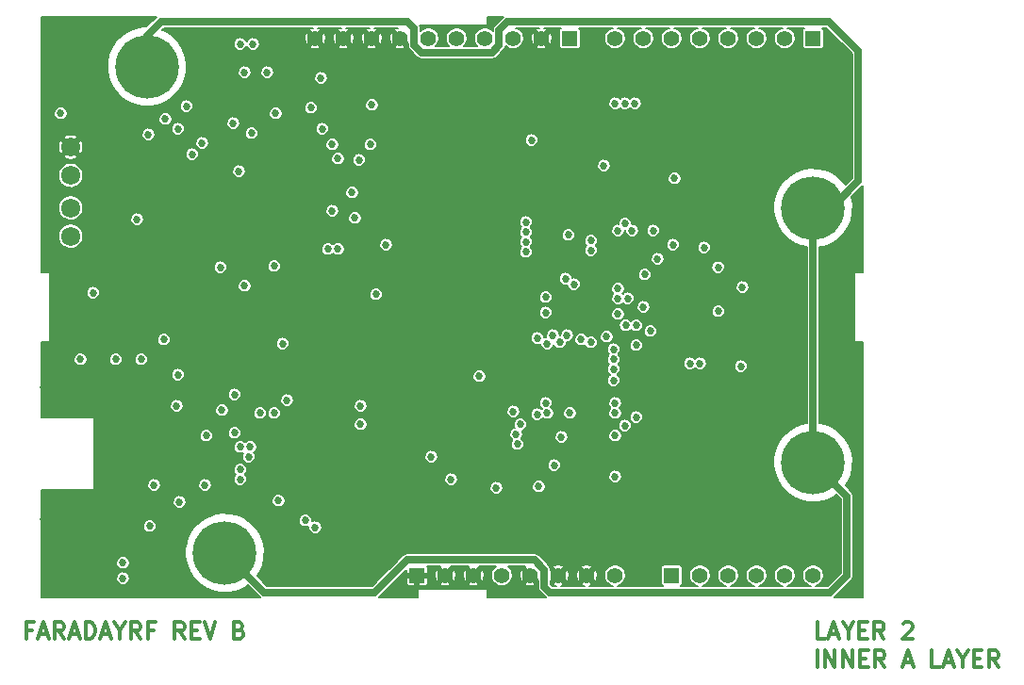
<source format=gbr>
G04 (created by PCBNEW (2013-07-07 BZR 4022)-stable) date 10/25/2016 10:24:25 PM*
%MOIN*%
G04 Gerber Fmt 3.4, Leading zero omitted, Abs format*
%FSLAX34Y34*%
G01*
G70*
G90*
G04 APERTURE LIST*
%ADD10C,0.00590551*%
%ADD11C,0.011811*%
%ADD12C,0.224409*%
%ADD13R,0.055X0.055*%
%ADD14C,0.055*%
%ADD15C,0.0677165*%
%ADD16C,0.027*%
%ADD17C,0.025*%
%ADD18C,0.015*%
%ADD19C,0.007*%
G04 APERTURE END LIST*
G54D10*
G54D11*
X85140Y-62239D02*
X85140Y-61648D01*
X85421Y-62239D02*
X85421Y-61648D01*
X85759Y-62239D01*
X85759Y-61648D01*
X86040Y-62239D02*
X86040Y-61648D01*
X86377Y-62239D01*
X86377Y-61648D01*
X86659Y-61929D02*
X86856Y-61929D01*
X86940Y-62239D02*
X86659Y-62239D01*
X86659Y-61648D01*
X86940Y-61648D01*
X87530Y-62239D02*
X87334Y-61957D01*
X87193Y-62239D02*
X87193Y-61648D01*
X87418Y-61648D01*
X87474Y-61676D01*
X87502Y-61704D01*
X87530Y-61760D01*
X87530Y-61845D01*
X87502Y-61901D01*
X87474Y-61929D01*
X87418Y-61957D01*
X87193Y-61957D01*
X88205Y-62070D02*
X88487Y-62070D01*
X88149Y-62239D02*
X88346Y-61648D01*
X88543Y-62239D01*
X89471Y-62239D02*
X89190Y-62239D01*
X89190Y-61648D01*
X89640Y-62070D02*
X89921Y-62070D01*
X89583Y-62239D02*
X89780Y-61648D01*
X89977Y-62239D01*
X90286Y-61957D02*
X90286Y-62239D01*
X90089Y-61648D02*
X90286Y-61957D01*
X90483Y-61648D01*
X90680Y-61929D02*
X90877Y-61929D01*
X90961Y-62239D02*
X90680Y-62239D01*
X90680Y-61648D01*
X90961Y-61648D01*
X91552Y-62239D02*
X91355Y-61957D01*
X91214Y-62239D02*
X91214Y-61648D01*
X91439Y-61648D01*
X91496Y-61676D01*
X91524Y-61704D01*
X91552Y-61760D01*
X91552Y-61845D01*
X91524Y-61901D01*
X91496Y-61929D01*
X91439Y-61957D01*
X91214Y-61957D01*
X57372Y-60929D02*
X57175Y-60929D01*
X57175Y-61239D02*
X57175Y-60648D01*
X57456Y-60648D01*
X57653Y-61070D02*
X57934Y-61070D01*
X57597Y-61239D02*
X57794Y-60648D01*
X57991Y-61239D01*
X58525Y-61239D02*
X58328Y-60957D01*
X58187Y-61239D02*
X58187Y-60648D01*
X58412Y-60648D01*
X58469Y-60676D01*
X58497Y-60704D01*
X58525Y-60760D01*
X58525Y-60845D01*
X58497Y-60901D01*
X58469Y-60929D01*
X58412Y-60957D01*
X58187Y-60957D01*
X58750Y-61070D02*
X59031Y-61070D01*
X58694Y-61239D02*
X58890Y-60648D01*
X59087Y-61239D01*
X59284Y-61239D02*
X59284Y-60648D01*
X59425Y-60648D01*
X59509Y-60676D01*
X59565Y-60732D01*
X59593Y-60789D01*
X59622Y-60901D01*
X59622Y-60985D01*
X59593Y-61098D01*
X59565Y-61154D01*
X59509Y-61210D01*
X59425Y-61239D01*
X59284Y-61239D01*
X59847Y-61070D02*
X60128Y-61070D01*
X59790Y-61239D02*
X59987Y-60648D01*
X60184Y-61239D01*
X60493Y-60957D02*
X60493Y-61239D01*
X60296Y-60648D02*
X60493Y-60957D01*
X60690Y-60648D01*
X61224Y-61239D02*
X61028Y-60957D01*
X60887Y-61239D02*
X60887Y-60648D01*
X61112Y-60648D01*
X61168Y-60676D01*
X61196Y-60704D01*
X61224Y-60760D01*
X61224Y-60845D01*
X61196Y-60901D01*
X61168Y-60929D01*
X61112Y-60957D01*
X60887Y-60957D01*
X61674Y-60929D02*
X61478Y-60929D01*
X61478Y-61239D02*
X61478Y-60648D01*
X61759Y-60648D01*
X62771Y-61239D02*
X62574Y-60957D01*
X62434Y-61239D02*
X62434Y-60648D01*
X62659Y-60648D01*
X62715Y-60676D01*
X62743Y-60704D01*
X62771Y-60760D01*
X62771Y-60845D01*
X62743Y-60901D01*
X62715Y-60929D01*
X62659Y-60957D01*
X62434Y-60957D01*
X63024Y-60929D02*
X63221Y-60929D01*
X63305Y-61239D02*
X63024Y-61239D01*
X63024Y-60648D01*
X63305Y-60648D01*
X63474Y-60648D02*
X63671Y-61239D01*
X63868Y-60648D01*
X64712Y-60929D02*
X64796Y-60957D01*
X64824Y-60985D01*
X64852Y-61042D01*
X64852Y-61126D01*
X64824Y-61182D01*
X64796Y-61210D01*
X64740Y-61239D01*
X64515Y-61239D01*
X64515Y-60648D01*
X64712Y-60648D01*
X64768Y-60676D01*
X64796Y-60704D01*
X64824Y-60760D01*
X64824Y-60817D01*
X64796Y-60873D01*
X64768Y-60901D01*
X64712Y-60929D01*
X64515Y-60929D01*
X85421Y-61239D02*
X85140Y-61239D01*
X85140Y-60648D01*
X85590Y-61070D02*
X85871Y-61070D01*
X85534Y-61239D02*
X85731Y-60648D01*
X85928Y-61239D01*
X86237Y-60957D02*
X86237Y-61239D01*
X86040Y-60648D02*
X86237Y-60957D01*
X86434Y-60648D01*
X86631Y-60929D02*
X86827Y-60929D01*
X86912Y-61239D02*
X86631Y-61239D01*
X86631Y-60648D01*
X86912Y-60648D01*
X87502Y-61239D02*
X87305Y-60957D01*
X87165Y-61239D02*
X87165Y-60648D01*
X87390Y-60648D01*
X87446Y-60676D01*
X87474Y-60704D01*
X87502Y-60760D01*
X87502Y-60845D01*
X87474Y-60901D01*
X87446Y-60929D01*
X87390Y-60957D01*
X87165Y-60957D01*
X88177Y-60704D02*
X88205Y-60676D01*
X88262Y-60648D01*
X88402Y-60648D01*
X88458Y-60676D01*
X88487Y-60704D01*
X88515Y-60760D01*
X88515Y-60817D01*
X88487Y-60901D01*
X88149Y-61239D01*
X88515Y-61239D01*
G54D12*
X85000Y-46000D03*
X64200Y-58200D03*
X61450Y-41000D03*
X85000Y-55000D03*
G54D13*
X80000Y-59000D03*
G54D14*
X81000Y-59000D03*
X82000Y-59000D03*
X83000Y-59000D03*
X84000Y-59000D03*
X85000Y-59000D03*
G54D13*
X85000Y-40000D03*
G54D14*
X84000Y-40000D03*
X83000Y-40000D03*
X82000Y-40000D03*
X81000Y-40000D03*
X80000Y-40000D03*
X79000Y-40000D03*
X78000Y-40000D03*
G54D13*
X76400Y-40000D03*
G54D14*
X75400Y-40000D03*
X74400Y-40000D03*
X73400Y-40000D03*
X72400Y-40000D03*
X71400Y-40000D03*
X70400Y-40000D03*
X69400Y-40000D03*
X68400Y-40000D03*
X67400Y-40000D03*
G54D13*
X71000Y-59000D03*
G54D14*
X72000Y-59000D03*
X73000Y-59000D03*
X74000Y-59000D03*
X75000Y-59000D03*
X76000Y-59000D03*
X77000Y-59000D03*
X78000Y-59000D03*
G54D15*
X58750Y-46000D03*
X58750Y-47000D03*
X58750Y-44850D03*
X58750Y-43850D03*
G54D16*
X80100Y-44950D03*
X61550Y-57250D03*
X65950Y-48050D03*
X77600Y-44500D03*
X79350Y-46800D03*
X79250Y-50350D03*
X75550Y-49150D03*
X82450Y-51600D03*
X81150Y-47400D03*
X75850Y-55100D03*
X74550Y-54350D03*
X72200Y-55600D03*
X66250Y-50800D03*
X63500Y-55800D03*
X67600Y-41400D03*
X63400Y-43700D03*
X67250Y-42450D03*
X68200Y-44250D03*
X69900Y-47300D03*
X75550Y-49700D03*
X76550Y-48700D03*
X75600Y-50800D03*
X76250Y-48500D03*
X66100Y-56350D03*
X78375Y-50150D03*
X75250Y-50600D03*
X69550Y-49050D03*
X62550Y-51900D03*
X60350Y-51350D03*
X64550Y-52600D03*
X64550Y-53950D03*
X78350Y-53700D03*
X61250Y-51350D03*
X77150Y-47150D03*
X80050Y-47300D03*
X77950Y-52100D03*
X79000Y-49500D03*
X82500Y-48800D03*
X77950Y-51700D03*
X59550Y-49000D03*
X65450Y-53250D03*
X58400Y-42650D03*
X78750Y-53400D03*
X65050Y-54800D03*
X78000Y-54050D03*
X78000Y-55500D03*
X64750Y-55600D03*
X77700Y-50550D03*
X67400Y-57300D03*
X60600Y-59100D03*
X64750Y-55250D03*
X78100Y-49750D03*
X67050Y-57050D03*
X60600Y-58550D03*
X75300Y-55850D03*
X76400Y-53250D03*
X73800Y-55900D03*
X76100Y-54100D03*
X74500Y-54000D03*
X74400Y-53200D03*
X75550Y-52900D03*
X66400Y-52800D03*
X75250Y-53300D03*
X68950Y-44300D03*
X74650Y-53650D03*
X75600Y-53250D03*
X69350Y-43750D03*
X69000Y-53650D03*
X69000Y-53000D03*
X71500Y-54800D03*
X64100Y-53150D03*
X76800Y-50650D03*
X77150Y-50750D03*
X59100Y-51350D03*
X64700Y-44700D03*
X64900Y-48750D03*
X64050Y-48100D03*
X73200Y-51950D03*
X75050Y-43600D03*
X78700Y-42300D03*
X78600Y-46800D03*
X78450Y-49200D03*
X76300Y-50500D03*
X78350Y-42300D03*
X76050Y-50750D03*
X78100Y-49200D03*
X78350Y-46550D03*
X78000Y-42300D03*
X78100Y-48850D03*
X78100Y-46800D03*
X75800Y-50500D03*
X74850Y-47550D03*
X78750Y-50150D03*
X74850Y-46850D03*
X76350Y-46950D03*
X77150Y-47500D03*
X77950Y-51000D03*
X81650Y-49650D03*
X81640Y-48100D03*
X79050Y-48350D03*
X74850Y-46500D03*
X78750Y-50850D03*
X80650Y-51500D03*
X74850Y-47200D03*
X79500Y-47800D03*
X81000Y-51500D03*
X77950Y-51350D03*
X65100Y-54450D03*
X78000Y-53250D03*
X64750Y-54450D03*
X78000Y-52900D03*
X71100Y-54300D03*
X71100Y-52300D03*
X71100Y-55300D03*
X71700Y-49150D03*
X71150Y-47000D03*
X71150Y-46600D03*
X71150Y-48600D03*
X71150Y-48200D03*
X71150Y-47800D03*
X71150Y-47400D03*
X71100Y-51300D03*
X71550Y-52750D03*
X71150Y-40950D03*
X71150Y-41750D03*
X71150Y-42600D03*
X71150Y-43400D03*
X71150Y-44200D03*
X71150Y-45000D03*
X71150Y-45800D03*
X69500Y-46600D03*
X71150Y-46200D03*
X71150Y-45400D03*
X71150Y-44600D03*
X71150Y-43800D03*
X71150Y-43000D03*
X71150Y-42250D03*
X71150Y-41350D03*
X72350Y-40950D03*
X74100Y-47550D03*
X73300Y-47550D03*
X72500Y-47550D03*
X72900Y-47550D03*
X73700Y-47550D03*
X74500Y-47550D03*
X72500Y-49200D03*
X72500Y-47150D03*
X72500Y-47950D03*
X72500Y-48800D03*
X72500Y-49600D03*
X72500Y-50400D03*
X72850Y-51550D03*
X73250Y-51550D03*
X72500Y-51200D03*
X72500Y-50800D03*
X72500Y-50000D03*
X72500Y-48400D03*
X72500Y-46750D03*
X73100Y-52600D03*
X72300Y-53450D03*
X72700Y-52600D03*
X67100Y-46300D03*
X67100Y-47200D03*
X67100Y-48200D03*
X65700Y-48500D03*
X65650Y-50000D03*
X65650Y-51000D03*
X63950Y-51000D03*
X62950Y-51000D03*
X62950Y-49450D03*
X62950Y-48450D03*
X62450Y-47950D03*
X61950Y-47450D03*
X60750Y-47450D03*
X61450Y-47450D03*
X62450Y-47450D03*
X62950Y-47950D03*
X62950Y-48950D03*
X62950Y-50250D03*
X63450Y-51000D03*
X64450Y-51000D03*
X65150Y-51000D03*
X65650Y-50350D03*
X65650Y-49500D03*
X65700Y-49000D03*
X67100Y-47700D03*
X67100Y-46700D03*
X83250Y-44350D03*
X82450Y-44350D03*
X81650Y-44350D03*
X80850Y-44350D03*
X80450Y-44750D03*
X80450Y-45550D03*
X80050Y-45950D03*
X79650Y-45950D03*
X80450Y-45950D03*
X80450Y-45150D03*
X80450Y-44350D03*
X81250Y-44350D03*
X82050Y-44350D03*
X82850Y-44350D03*
X83600Y-44350D03*
X60750Y-44150D03*
X61900Y-43850D03*
X63000Y-40450D03*
X63000Y-40950D03*
X62750Y-39950D03*
X62900Y-42000D03*
X62900Y-41600D03*
X62600Y-42000D03*
X86350Y-53200D03*
X85350Y-53200D03*
X84200Y-53200D03*
X83700Y-53700D03*
X83200Y-54200D03*
X82200Y-54200D03*
X81200Y-54200D03*
X80200Y-54200D03*
X79200Y-54200D03*
X78950Y-55750D03*
X79700Y-54200D03*
X80700Y-54200D03*
X81700Y-54200D03*
X82700Y-54200D03*
X83700Y-54200D03*
X83700Y-53200D03*
X84650Y-53200D03*
X85850Y-53200D03*
X86650Y-53200D03*
X78950Y-58750D03*
X78950Y-57750D03*
X78950Y-56750D03*
X78950Y-57250D03*
X78950Y-58250D03*
X78950Y-59250D03*
X71900Y-40000D03*
X72900Y-40000D03*
X66250Y-43200D03*
X67250Y-43200D03*
X67600Y-44050D03*
X67600Y-44550D03*
X67600Y-43550D03*
X66750Y-43200D03*
X67600Y-45050D03*
X63550Y-44700D03*
X64900Y-45750D03*
X63050Y-44700D03*
X61750Y-42700D03*
X60750Y-42700D03*
X60750Y-43650D03*
X60750Y-44650D03*
X60750Y-45650D03*
X60750Y-45150D03*
X60750Y-43200D03*
X61250Y-42700D03*
X62150Y-42450D03*
X60750Y-46950D03*
X72500Y-54800D03*
X72850Y-55850D03*
X77200Y-45400D03*
X76350Y-46200D03*
X78200Y-45800D03*
X77700Y-45950D03*
X76200Y-44450D03*
X76600Y-44800D03*
X83100Y-42300D03*
X82700Y-41900D03*
X81900Y-41900D03*
X81100Y-41900D03*
X80300Y-41900D03*
X79500Y-41900D03*
X78700Y-41950D03*
X77900Y-41950D03*
X77500Y-42350D03*
X77100Y-42750D03*
X76700Y-42750D03*
X77500Y-42750D03*
X77500Y-41950D03*
X78300Y-41950D03*
X79100Y-41900D03*
X79900Y-41900D03*
X80700Y-41900D03*
X81500Y-41900D03*
X82300Y-41900D03*
X83100Y-41900D03*
X83500Y-42300D03*
X76300Y-42750D03*
X75900Y-42750D03*
X75500Y-42750D03*
X86500Y-55900D03*
X86500Y-54000D03*
X86550Y-57650D03*
X85700Y-50150D03*
X85400Y-52450D03*
X82150Y-52450D03*
X85400Y-47950D03*
X84200Y-44450D03*
X86250Y-44450D03*
X86200Y-43100D03*
X85300Y-43450D03*
X83600Y-44000D03*
X84250Y-43100D03*
X86200Y-42400D03*
X85300Y-42050D03*
X84250Y-42350D03*
X83550Y-41700D03*
X85800Y-41000D03*
X86200Y-41000D03*
X79850Y-43400D03*
X77900Y-52500D03*
X76450Y-50850D03*
X76100Y-52950D03*
X64000Y-52600D03*
X65500Y-52450D03*
X83000Y-56250D03*
X81000Y-56250D03*
X78950Y-56250D03*
X80000Y-56250D03*
X82000Y-56250D03*
X83800Y-56250D03*
X70800Y-42300D03*
X64250Y-56000D03*
X61450Y-57850D03*
X64700Y-47750D03*
X63950Y-43350D03*
X65300Y-47300D03*
X64900Y-46950D03*
X64900Y-46150D03*
X66650Y-42450D03*
X63650Y-42150D03*
X64250Y-41950D03*
X75050Y-43150D03*
X76750Y-43150D03*
X75900Y-43600D03*
X75050Y-44100D03*
X77050Y-44950D03*
X79100Y-45800D03*
X78650Y-45550D03*
X77950Y-44200D03*
X77950Y-42900D03*
X77550Y-43150D03*
X81500Y-42900D03*
X82950Y-42850D03*
X60350Y-49000D03*
X59150Y-47900D03*
X73900Y-50350D03*
X58200Y-52350D03*
X60400Y-53600D03*
X58300Y-58550D03*
X60000Y-57900D03*
X59150Y-57950D03*
X80250Y-50900D03*
X79950Y-51900D03*
X79800Y-51350D03*
X77150Y-48000D03*
X75800Y-48550D03*
X80000Y-57750D03*
X81000Y-57750D03*
X82000Y-57750D03*
X83000Y-57750D03*
X84000Y-57750D03*
X85000Y-57750D03*
X78450Y-57500D03*
X74150Y-55050D03*
X74550Y-55050D03*
X75500Y-55100D03*
X74050Y-53750D03*
X72250Y-54350D03*
X76550Y-55150D03*
X78750Y-52750D03*
X59650Y-40000D03*
X59700Y-42100D03*
X57800Y-52350D03*
X58600Y-57000D03*
X57800Y-57000D03*
X75550Y-51550D03*
X75550Y-52250D03*
X75550Y-51900D03*
X68800Y-45800D03*
X80650Y-48250D03*
X71500Y-53800D03*
X73800Y-51150D03*
X69750Y-43450D03*
X68550Y-41950D03*
X68000Y-45050D03*
X60400Y-55800D03*
X58250Y-57000D03*
X61300Y-55800D03*
X62200Y-54450D03*
X62200Y-54050D03*
X62200Y-53650D03*
X61700Y-53600D03*
X75950Y-53250D03*
X66900Y-39400D03*
X62750Y-39400D03*
X63050Y-44100D03*
X68800Y-46350D03*
X68000Y-46100D03*
X62100Y-42850D03*
X61500Y-43400D03*
X62550Y-43200D03*
X68200Y-47450D03*
X61100Y-46400D03*
X67850Y-47450D03*
X65150Y-43350D03*
X68700Y-45450D03*
X64500Y-43000D03*
X62850Y-42400D03*
X69400Y-42350D03*
X68000Y-43750D03*
X64900Y-41200D03*
X64750Y-40200D03*
X65200Y-40200D03*
X65700Y-41200D03*
X66000Y-42650D03*
X67650Y-43200D03*
X62600Y-56400D03*
X61700Y-55800D03*
X63550Y-54050D03*
X62500Y-53000D03*
X62050Y-50650D03*
X65950Y-53250D03*
G54D17*
X71100Y-55300D02*
X71100Y-54300D01*
X71100Y-54300D02*
X71100Y-52300D01*
X71550Y-52750D02*
X71100Y-52300D01*
X71700Y-49150D02*
X71700Y-50700D01*
X71150Y-47000D02*
X71150Y-47400D01*
X71150Y-47000D02*
X71150Y-46600D01*
X71150Y-48200D02*
X71150Y-48600D01*
X71150Y-47800D02*
X71150Y-48200D01*
X71150Y-47400D02*
X71150Y-47800D01*
X71700Y-49150D02*
X71150Y-48600D01*
X71700Y-50700D02*
X71100Y-51300D01*
X71100Y-52300D02*
X71100Y-51300D01*
X72350Y-40950D02*
X71150Y-40950D01*
X71150Y-41350D02*
X71150Y-41750D01*
X71150Y-42250D02*
X71150Y-42600D01*
X71150Y-43000D02*
X71150Y-43400D01*
X71150Y-43800D02*
X71150Y-44200D01*
X71150Y-44600D02*
X71150Y-45000D01*
X71150Y-45400D02*
X71150Y-45800D01*
X71150Y-46200D02*
X71150Y-46600D01*
X71150Y-46600D02*
X69500Y-46600D01*
X71150Y-45800D02*
X71150Y-46200D01*
X71150Y-45000D02*
X71150Y-45400D01*
X71150Y-44200D02*
X71150Y-44600D01*
X71150Y-43400D02*
X71150Y-43800D01*
X71150Y-42600D02*
X71150Y-43000D01*
X71150Y-41750D02*
X71150Y-42250D01*
X71150Y-40950D02*
X71150Y-41350D01*
X74500Y-47550D02*
X74100Y-47550D01*
X73700Y-47550D02*
X73300Y-47550D01*
X72900Y-47550D02*
X72500Y-47550D01*
X73300Y-47550D02*
X72900Y-47550D01*
X74100Y-47550D02*
X73700Y-47550D01*
X72500Y-46750D02*
X72500Y-47150D01*
X72500Y-47550D02*
X72500Y-47950D01*
X72500Y-48400D02*
X72500Y-48800D01*
X72500Y-49200D02*
X72500Y-49600D01*
X72500Y-50000D02*
X72500Y-50400D01*
X72500Y-50800D02*
X72500Y-51200D01*
X72500Y-51200D02*
X72850Y-51550D01*
X72850Y-51550D02*
X73250Y-51550D01*
X72500Y-50400D02*
X72500Y-50800D01*
X72500Y-49600D02*
X72500Y-50000D01*
X72500Y-48800D02*
X72500Y-49200D01*
X72500Y-47950D02*
X72500Y-48400D01*
X72500Y-47150D02*
X72500Y-47550D01*
X72300Y-53450D02*
X72300Y-53000D01*
X72300Y-53000D02*
X72700Y-52600D01*
X73100Y-52600D02*
X72700Y-52600D01*
X67100Y-46300D02*
X67100Y-45550D01*
X67100Y-46700D02*
X67100Y-47200D01*
X67100Y-47700D02*
X67100Y-48200D01*
X66800Y-48500D02*
X67100Y-48200D01*
X66600Y-48500D02*
X66200Y-48500D01*
X65650Y-49500D02*
X65650Y-49050D01*
X65650Y-49500D02*
X65650Y-50000D01*
X65650Y-50350D02*
X65650Y-51000D01*
X65150Y-51000D02*
X64450Y-51000D01*
X64450Y-51000D02*
X63950Y-51000D01*
X63450Y-51000D02*
X62950Y-51000D01*
X62950Y-50250D02*
X62950Y-49450D01*
X62950Y-48950D02*
X62950Y-48450D01*
X62950Y-47950D02*
X62450Y-47950D01*
X62450Y-47450D02*
X61950Y-47450D01*
X61900Y-47450D02*
X61950Y-47450D01*
X61450Y-47450D02*
X60750Y-47450D01*
X60750Y-46950D02*
X60750Y-47450D01*
X61450Y-47450D02*
X61900Y-47450D01*
X62450Y-47950D02*
X62450Y-47450D01*
X62950Y-48450D02*
X62950Y-47950D01*
X62950Y-49450D02*
X62950Y-48950D01*
X62950Y-51000D02*
X62950Y-50250D01*
X63950Y-51000D02*
X63450Y-51000D01*
X65650Y-51000D02*
X65150Y-51000D01*
X65650Y-50000D02*
X65650Y-50350D01*
X65650Y-49050D02*
X65700Y-49000D01*
X65700Y-48500D02*
X65700Y-49000D01*
X66200Y-48500D02*
X65700Y-48500D01*
X66600Y-48500D02*
X66800Y-48500D01*
X67100Y-47200D02*
X67100Y-47700D01*
X67100Y-46300D02*
X67100Y-46700D01*
X67100Y-45550D02*
X67600Y-45050D01*
X83600Y-44350D02*
X83250Y-44350D01*
X82850Y-44350D02*
X82450Y-44350D01*
X82050Y-44350D02*
X81650Y-44350D01*
X81250Y-44350D02*
X80850Y-44350D01*
X80450Y-44350D02*
X80450Y-44750D01*
X80450Y-45150D02*
X80450Y-45550D01*
X80450Y-45950D02*
X80050Y-45950D01*
X80050Y-45950D02*
X79650Y-45950D01*
X80450Y-45550D02*
X80450Y-45950D01*
X80450Y-44750D02*
X80450Y-45150D01*
X80850Y-44350D02*
X80450Y-44350D01*
X81650Y-44350D02*
X81250Y-44350D01*
X82450Y-44350D02*
X82050Y-44350D01*
X83250Y-44350D02*
X82850Y-44350D01*
X60750Y-44150D02*
X61600Y-44150D01*
X61600Y-44150D02*
X61900Y-43850D01*
X63000Y-40450D02*
X63000Y-40400D01*
X62900Y-41600D02*
X62950Y-41600D01*
X63000Y-41550D02*
X63000Y-40950D01*
X62950Y-41600D02*
X63000Y-41550D01*
X63000Y-40450D02*
X63000Y-40950D01*
X62750Y-40150D02*
X62750Y-39950D01*
X63000Y-40400D02*
X62750Y-40150D01*
X62600Y-42000D02*
X62900Y-42000D01*
X62900Y-42000D02*
X62900Y-41600D01*
X86650Y-53200D02*
X86350Y-53200D01*
X85850Y-53200D02*
X85350Y-53200D01*
X84650Y-53200D02*
X84200Y-53200D01*
X83700Y-53200D02*
X83700Y-53700D01*
X83700Y-54200D02*
X83200Y-54200D01*
X82700Y-54200D02*
X82200Y-54200D01*
X81700Y-54200D02*
X81200Y-54200D01*
X80700Y-54200D02*
X80200Y-54200D01*
X79700Y-54200D02*
X79200Y-54200D01*
X78950Y-54450D02*
X79200Y-54200D01*
X78950Y-55750D02*
X78950Y-56250D01*
X78950Y-55750D02*
X78950Y-54450D01*
X80200Y-54200D02*
X79700Y-54200D01*
X81200Y-54200D02*
X80700Y-54200D01*
X82200Y-54200D02*
X81700Y-54200D01*
X83200Y-54200D02*
X82700Y-54200D01*
X83700Y-53700D02*
X83700Y-54200D01*
X84200Y-53200D02*
X83700Y-53200D01*
X86350Y-53200D02*
X85850Y-53200D01*
X78950Y-59250D02*
X78950Y-58750D01*
X78950Y-58250D02*
X78950Y-57750D01*
X78950Y-57250D02*
X78950Y-56750D01*
X78950Y-56750D02*
X78950Y-56250D01*
X78950Y-57750D02*
X78950Y-57250D01*
X78950Y-58750D02*
X78950Y-58250D01*
X66250Y-43200D02*
X66750Y-43200D01*
X66750Y-43200D02*
X67250Y-43200D01*
X67500Y-43550D02*
X67250Y-43300D01*
X67250Y-43300D02*
X67250Y-43200D01*
X67600Y-43550D02*
X67600Y-44050D01*
X67600Y-44550D02*
X67600Y-45050D01*
X67600Y-44050D02*
X67600Y-44550D01*
X67600Y-43550D02*
X67500Y-43550D01*
X64900Y-45750D02*
X63650Y-45750D01*
X63050Y-45150D02*
X63050Y-44700D01*
X63650Y-45750D02*
X63050Y-45150D01*
X63550Y-44700D02*
X63050Y-44700D01*
X61750Y-42700D02*
X62000Y-42450D01*
X61250Y-42700D02*
X60750Y-42700D01*
X60750Y-43200D02*
X60750Y-43650D01*
X60750Y-44150D02*
X60750Y-44650D01*
X60750Y-45150D02*
X60750Y-45650D01*
X60750Y-46950D02*
X60750Y-45650D01*
X60750Y-44650D02*
X60750Y-45150D01*
X60750Y-43650D02*
X60750Y-44150D01*
X60750Y-42700D02*
X60750Y-43200D01*
X61750Y-42700D02*
X61250Y-42700D01*
X62000Y-42450D02*
X62150Y-42450D01*
X72500Y-54800D02*
X72500Y-55150D01*
X72850Y-55500D02*
X72850Y-55850D01*
X72500Y-55150D02*
X72850Y-55500D01*
X77200Y-45400D02*
X77150Y-45400D01*
X77150Y-45400D02*
X76350Y-46200D01*
X78200Y-45800D02*
X77950Y-45800D01*
X77800Y-45950D02*
X77700Y-45950D01*
X77950Y-45800D02*
X77800Y-45950D01*
X76200Y-44450D02*
X76250Y-44450D01*
X76250Y-44450D02*
X76600Y-44800D01*
X83500Y-42300D02*
X83100Y-42300D01*
X83100Y-41900D02*
X82700Y-41900D01*
X82300Y-41900D02*
X81900Y-41900D01*
X81500Y-41900D02*
X81100Y-41900D01*
X80700Y-41900D02*
X80300Y-41900D01*
X79900Y-41900D02*
X79500Y-41900D01*
X78700Y-41950D02*
X79050Y-41950D01*
X78300Y-41950D02*
X77900Y-41950D01*
X77500Y-41950D02*
X77500Y-42350D01*
X77500Y-42750D02*
X77100Y-42750D01*
X76700Y-42750D02*
X76300Y-42750D01*
X77100Y-42750D02*
X76700Y-42750D01*
X77500Y-42350D02*
X77500Y-42750D01*
X77900Y-41950D02*
X77500Y-41950D01*
X78700Y-41950D02*
X78300Y-41950D01*
X79050Y-41950D02*
X79100Y-41900D01*
X79500Y-41900D02*
X79100Y-41900D01*
X80300Y-41900D02*
X79900Y-41900D01*
X81100Y-41900D02*
X80700Y-41900D01*
X81900Y-41900D02*
X81500Y-41900D01*
X82700Y-41900D02*
X82300Y-41900D01*
X83100Y-42300D02*
X83100Y-41900D01*
X75900Y-42750D02*
X76300Y-42750D01*
X75900Y-42750D02*
X75500Y-42750D01*
X65500Y-52450D02*
X65500Y-52100D01*
X64000Y-52050D02*
X64000Y-52600D01*
X64150Y-51900D02*
X64000Y-52050D01*
X65300Y-51900D02*
X64150Y-51900D01*
X65500Y-52100D02*
X65300Y-51900D01*
X83800Y-56250D02*
X83000Y-56250D01*
X82000Y-56250D02*
X81000Y-56250D01*
X80000Y-56250D02*
X78950Y-56250D01*
X81000Y-56250D02*
X80000Y-56250D01*
X83000Y-56250D02*
X82000Y-56250D01*
G54D18*
X60400Y-52450D02*
X60400Y-53600D01*
X60300Y-52350D02*
X60400Y-52450D01*
X58200Y-52350D02*
X60300Y-52350D01*
G54D17*
X66900Y-39400D02*
X70650Y-39400D01*
X85650Y-46000D02*
X85000Y-46000D01*
X86600Y-45050D02*
X85650Y-46000D01*
X86600Y-40450D02*
X86600Y-45050D01*
X85550Y-39400D02*
X86600Y-40450D01*
X74200Y-39400D02*
X85550Y-39400D01*
X73900Y-39700D02*
X74200Y-39400D01*
X73900Y-40250D02*
X73900Y-39700D01*
X73650Y-40500D02*
X73900Y-40250D01*
X71150Y-40500D02*
X73650Y-40500D01*
X70900Y-40250D02*
X71150Y-40500D01*
X70900Y-39650D02*
X70900Y-40250D01*
X70650Y-39400D02*
X70900Y-39650D01*
X62750Y-39400D02*
X66900Y-39400D01*
X61450Y-41000D02*
X61450Y-39900D01*
X61950Y-39400D02*
X62750Y-39400D01*
X61450Y-39900D02*
X61950Y-39400D01*
X75150Y-58450D02*
X70650Y-58450D01*
X85000Y-55000D02*
X86200Y-56200D01*
X86200Y-56200D02*
X86200Y-59000D01*
X86200Y-59000D02*
X85600Y-59600D01*
X85600Y-59600D02*
X75700Y-59600D01*
X75700Y-59600D02*
X75500Y-59400D01*
X75500Y-59400D02*
X75500Y-58800D01*
X75500Y-58800D02*
X75150Y-58450D01*
X85000Y-55000D02*
X85000Y-55000D01*
X65600Y-59600D02*
X64200Y-58200D01*
X69500Y-59600D02*
X65600Y-59600D01*
X70650Y-58450D02*
X69500Y-59600D01*
X85000Y-46000D02*
X85000Y-55000D01*
G54D10*
G36*
X74039Y-39235D02*
X74039Y-39235D01*
X74037Y-39236D01*
X74037Y-39236D01*
X74037Y-39236D01*
X74037Y-39237D01*
X73737Y-39537D01*
X73723Y-39553D01*
X73710Y-39570D01*
X73709Y-39571D01*
X73708Y-39572D01*
X73698Y-39590D01*
X73688Y-39609D01*
X73688Y-39610D01*
X73687Y-39611D01*
X73681Y-39631D01*
X73675Y-39652D01*
X73674Y-39653D01*
X73674Y-39654D01*
X73672Y-39675D01*
X73670Y-39696D01*
X73670Y-39699D01*
X73670Y-39699D01*
X73670Y-39699D01*
X73670Y-39700D01*
X73670Y-39732D01*
X73643Y-39705D01*
X73581Y-39664D01*
X73512Y-39635D01*
X73439Y-39620D01*
X73365Y-39619D01*
X73292Y-39633D01*
X73223Y-39661D01*
X73160Y-39702D01*
X73107Y-39754D01*
X73065Y-39816D01*
X73036Y-39884D01*
X73020Y-39957D01*
X73019Y-40031D01*
X73032Y-40105D01*
X73060Y-40174D01*
X73100Y-40237D01*
X73132Y-40270D01*
X72667Y-40270D01*
X72689Y-40249D01*
X72732Y-40188D01*
X72762Y-40120D01*
X72778Y-40047D01*
X72780Y-39962D01*
X72765Y-39889D01*
X72737Y-39820D01*
X72695Y-39758D01*
X72643Y-39705D01*
X72581Y-39664D01*
X72512Y-39635D01*
X72439Y-39620D01*
X72365Y-39619D01*
X72292Y-39633D01*
X72223Y-39661D01*
X72160Y-39702D01*
X72107Y-39754D01*
X72065Y-39816D01*
X72036Y-39884D01*
X72020Y-39957D01*
X72019Y-40031D01*
X72032Y-40105D01*
X72060Y-40174D01*
X72100Y-40237D01*
X72132Y-40270D01*
X71667Y-40270D01*
X71689Y-40249D01*
X71732Y-40188D01*
X71762Y-40120D01*
X71778Y-40047D01*
X71780Y-39962D01*
X71765Y-39889D01*
X71737Y-39820D01*
X71695Y-39758D01*
X71643Y-39705D01*
X71581Y-39664D01*
X71512Y-39635D01*
X71439Y-39620D01*
X71365Y-39619D01*
X71292Y-39633D01*
X71223Y-39661D01*
X71160Y-39702D01*
X71130Y-39732D01*
X71130Y-39650D01*
X71127Y-39628D01*
X71126Y-39607D01*
X71125Y-39606D01*
X71125Y-39605D01*
X71119Y-39584D01*
X71113Y-39564D01*
X71112Y-39563D01*
X71112Y-39562D01*
X71102Y-39543D01*
X71098Y-39535D01*
X73485Y-39535D01*
X73485Y-39235D01*
X74039Y-39235D01*
X74039Y-39235D01*
G37*
G54D19*
X74039Y-39235D02*
X74039Y-39235D01*
X74037Y-39236D01*
X74037Y-39236D01*
X74037Y-39236D01*
X74037Y-39237D01*
X73737Y-39537D01*
X73723Y-39553D01*
X73710Y-39570D01*
X73709Y-39571D01*
X73708Y-39572D01*
X73698Y-39590D01*
X73688Y-39609D01*
X73688Y-39610D01*
X73687Y-39611D01*
X73681Y-39631D01*
X73675Y-39652D01*
X73674Y-39653D01*
X73674Y-39654D01*
X73672Y-39675D01*
X73670Y-39696D01*
X73670Y-39699D01*
X73670Y-39699D01*
X73670Y-39699D01*
X73670Y-39700D01*
X73670Y-39732D01*
X73643Y-39705D01*
X73581Y-39664D01*
X73512Y-39635D01*
X73439Y-39620D01*
X73365Y-39619D01*
X73292Y-39633D01*
X73223Y-39661D01*
X73160Y-39702D01*
X73107Y-39754D01*
X73065Y-39816D01*
X73036Y-39884D01*
X73020Y-39957D01*
X73019Y-40031D01*
X73032Y-40105D01*
X73060Y-40174D01*
X73100Y-40237D01*
X73132Y-40270D01*
X72667Y-40270D01*
X72689Y-40249D01*
X72732Y-40188D01*
X72762Y-40120D01*
X72778Y-40047D01*
X72780Y-39962D01*
X72765Y-39889D01*
X72737Y-39820D01*
X72695Y-39758D01*
X72643Y-39705D01*
X72581Y-39664D01*
X72512Y-39635D01*
X72439Y-39620D01*
X72365Y-39619D01*
X72292Y-39633D01*
X72223Y-39661D01*
X72160Y-39702D01*
X72107Y-39754D01*
X72065Y-39816D01*
X72036Y-39884D01*
X72020Y-39957D01*
X72019Y-40031D01*
X72032Y-40105D01*
X72060Y-40174D01*
X72100Y-40237D01*
X72132Y-40270D01*
X71667Y-40270D01*
X71689Y-40249D01*
X71732Y-40188D01*
X71762Y-40120D01*
X71778Y-40047D01*
X71780Y-39962D01*
X71765Y-39889D01*
X71737Y-39820D01*
X71695Y-39758D01*
X71643Y-39705D01*
X71581Y-39664D01*
X71512Y-39635D01*
X71439Y-39620D01*
X71365Y-39619D01*
X71292Y-39633D01*
X71223Y-39661D01*
X71160Y-39702D01*
X71130Y-39732D01*
X71130Y-39650D01*
X71127Y-39628D01*
X71126Y-39607D01*
X71125Y-39606D01*
X71125Y-39605D01*
X71119Y-39584D01*
X71113Y-39564D01*
X71112Y-39563D01*
X71112Y-39562D01*
X71102Y-39543D01*
X71098Y-39535D01*
X73485Y-39535D01*
X73485Y-39235D01*
X74039Y-39235D01*
G54D10*
G36*
X75540Y-59765D02*
X75201Y-59765D01*
X75201Y-59293D01*
X75000Y-59091D01*
X74908Y-59183D01*
X74908Y-59000D01*
X74706Y-58798D01*
X74657Y-58831D01*
X74631Y-58901D01*
X74619Y-58974D01*
X74621Y-59049D01*
X74638Y-59121D01*
X74657Y-59168D01*
X74706Y-59201D01*
X74908Y-59000D01*
X74908Y-59183D01*
X74798Y-59293D01*
X74831Y-59342D01*
X74901Y-59368D01*
X74974Y-59380D01*
X75049Y-59378D01*
X75121Y-59361D01*
X75168Y-59342D01*
X75201Y-59293D01*
X75201Y-59765D01*
X73485Y-59765D01*
X73485Y-59465D01*
X73380Y-59465D01*
X73380Y-59025D01*
X73378Y-58950D01*
X73361Y-58878D01*
X73342Y-58831D01*
X73293Y-58798D01*
X73091Y-59000D01*
X73293Y-59201D01*
X73342Y-59168D01*
X73368Y-59098D01*
X73380Y-59025D01*
X73380Y-59465D01*
X73201Y-59465D01*
X73201Y-59293D01*
X73000Y-59091D01*
X72908Y-59183D01*
X72908Y-59000D01*
X72706Y-58798D01*
X72657Y-58831D01*
X72631Y-58901D01*
X72619Y-58974D01*
X72621Y-59049D01*
X72638Y-59121D01*
X72657Y-59168D01*
X72706Y-59201D01*
X72908Y-59000D01*
X72908Y-59183D01*
X72798Y-59293D01*
X72831Y-59342D01*
X72901Y-59368D01*
X72974Y-59380D01*
X73049Y-59378D01*
X73121Y-59361D01*
X73168Y-59342D01*
X73201Y-59293D01*
X73201Y-59465D01*
X72380Y-59465D01*
X72380Y-59025D01*
X72378Y-58950D01*
X72361Y-58878D01*
X72342Y-58831D01*
X72293Y-58798D01*
X72091Y-59000D01*
X72293Y-59201D01*
X72342Y-59168D01*
X72368Y-59098D01*
X72380Y-59025D01*
X72380Y-59465D01*
X72201Y-59465D01*
X72201Y-59293D01*
X72000Y-59091D01*
X71908Y-59183D01*
X71908Y-59000D01*
X71706Y-58798D01*
X71657Y-58831D01*
X71631Y-58901D01*
X71619Y-58974D01*
X71621Y-59049D01*
X71638Y-59121D01*
X71657Y-59168D01*
X71706Y-59201D01*
X71908Y-59000D01*
X71908Y-59183D01*
X71798Y-59293D01*
X71831Y-59342D01*
X71901Y-59368D01*
X71974Y-59380D01*
X72049Y-59378D01*
X72121Y-59361D01*
X72168Y-59342D01*
X72201Y-59293D01*
X72201Y-59465D01*
X71380Y-59465D01*
X71380Y-59265D01*
X71380Y-59091D01*
X71353Y-59065D01*
X71065Y-59065D01*
X71065Y-59353D01*
X71091Y-59380D01*
X71285Y-59380D01*
X71305Y-59376D01*
X71324Y-59368D01*
X71341Y-59356D01*
X71356Y-59342D01*
X71367Y-59325D01*
X71375Y-59306D01*
X71379Y-59286D01*
X71380Y-59265D01*
X71380Y-59465D01*
X71015Y-59465D01*
X71015Y-59765D01*
X70935Y-59765D01*
X70935Y-59353D01*
X70935Y-59065D01*
X70646Y-59065D01*
X70620Y-59091D01*
X70619Y-59265D01*
X70620Y-59286D01*
X70624Y-59306D01*
X70632Y-59325D01*
X70643Y-59342D01*
X70658Y-59356D01*
X70675Y-59368D01*
X70694Y-59376D01*
X70714Y-59380D01*
X70908Y-59380D01*
X70935Y-59353D01*
X70935Y-59765D01*
X69660Y-59765D01*
X69660Y-59764D01*
X69662Y-59763D01*
X69662Y-59763D01*
X69662Y-59763D01*
X69662Y-59762D01*
X70619Y-58805D01*
X70620Y-58908D01*
X70646Y-58935D01*
X70935Y-58935D01*
X70935Y-58927D01*
X71065Y-58927D01*
X71065Y-58935D01*
X71353Y-58935D01*
X71380Y-58908D01*
X71380Y-58734D01*
X71379Y-58713D01*
X71375Y-58693D01*
X71369Y-58680D01*
X71816Y-58680D01*
X71798Y-58706D01*
X72000Y-58908D01*
X72201Y-58706D01*
X72183Y-58680D01*
X72816Y-58680D01*
X72798Y-58706D01*
X73000Y-58908D01*
X73201Y-58706D01*
X73183Y-58680D01*
X73794Y-58680D01*
X73760Y-58702D01*
X73707Y-58754D01*
X73665Y-58816D01*
X73636Y-58884D01*
X73620Y-58957D01*
X73619Y-59031D01*
X73632Y-59105D01*
X73660Y-59174D01*
X73700Y-59237D01*
X73752Y-59290D01*
X73813Y-59333D01*
X73882Y-59363D01*
X73954Y-59379D01*
X74029Y-59380D01*
X74102Y-59367D01*
X74172Y-59340D01*
X74235Y-59300D01*
X74289Y-59249D01*
X74332Y-59188D01*
X74362Y-59120D01*
X74378Y-59047D01*
X74380Y-58962D01*
X74365Y-58889D01*
X74337Y-58820D01*
X74295Y-58758D01*
X74243Y-58705D01*
X74205Y-58680D01*
X74816Y-58680D01*
X74798Y-58706D01*
X75000Y-58908D01*
X75005Y-58902D01*
X75097Y-58994D01*
X75091Y-59000D01*
X75270Y-59178D01*
X75270Y-59400D01*
X75272Y-59421D01*
X75273Y-59442D01*
X75274Y-59443D01*
X75274Y-59444D01*
X75280Y-59465D01*
X75286Y-59485D01*
X75287Y-59486D01*
X75287Y-59487D01*
X75297Y-59506D01*
X75307Y-59525D01*
X75307Y-59526D01*
X75308Y-59527D01*
X75321Y-59543D01*
X75335Y-59560D01*
X75336Y-59562D01*
X75336Y-59562D01*
X75336Y-59562D01*
X75337Y-59562D01*
X75537Y-59762D01*
X75540Y-59765D01*
X75540Y-59765D01*
G37*
G54D19*
X75540Y-59765D02*
X75201Y-59765D01*
X75201Y-59293D01*
X75000Y-59091D01*
X74908Y-59183D01*
X74908Y-59000D01*
X74706Y-58798D01*
X74657Y-58831D01*
X74631Y-58901D01*
X74619Y-58974D01*
X74621Y-59049D01*
X74638Y-59121D01*
X74657Y-59168D01*
X74706Y-59201D01*
X74908Y-59000D01*
X74908Y-59183D01*
X74798Y-59293D01*
X74831Y-59342D01*
X74901Y-59368D01*
X74974Y-59380D01*
X75049Y-59378D01*
X75121Y-59361D01*
X75168Y-59342D01*
X75201Y-59293D01*
X75201Y-59765D01*
X73485Y-59765D01*
X73485Y-59465D01*
X73380Y-59465D01*
X73380Y-59025D01*
X73378Y-58950D01*
X73361Y-58878D01*
X73342Y-58831D01*
X73293Y-58798D01*
X73091Y-59000D01*
X73293Y-59201D01*
X73342Y-59168D01*
X73368Y-59098D01*
X73380Y-59025D01*
X73380Y-59465D01*
X73201Y-59465D01*
X73201Y-59293D01*
X73000Y-59091D01*
X72908Y-59183D01*
X72908Y-59000D01*
X72706Y-58798D01*
X72657Y-58831D01*
X72631Y-58901D01*
X72619Y-58974D01*
X72621Y-59049D01*
X72638Y-59121D01*
X72657Y-59168D01*
X72706Y-59201D01*
X72908Y-59000D01*
X72908Y-59183D01*
X72798Y-59293D01*
X72831Y-59342D01*
X72901Y-59368D01*
X72974Y-59380D01*
X73049Y-59378D01*
X73121Y-59361D01*
X73168Y-59342D01*
X73201Y-59293D01*
X73201Y-59465D01*
X72380Y-59465D01*
X72380Y-59025D01*
X72378Y-58950D01*
X72361Y-58878D01*
X72342Y-58831D01*
X72293Y-58798D01*
X72091Y-59000D01*
X72293Y-59201D01*
X72342Y-59168D01*
X72368Y-59098D01*
X72380Y-59025D01*
X72380Y-59465D01*
X72201Y-59465D01*
X72201Y-59293D01*
X72000Y-59091D01*
X71908Y-59183D01*
X71908Y-59000D01*
X71706Y-58798D01*
X71657Y-58831D01*
X71631Y-58901D01*
X71619Y-58974D01*
X71621Y-59049D01*
X71638Y-59121D01*
X71657Y-59168D01*
X71706Y-59201D01*
X71908Y-59000D01*
X71908Y-59183D01*
X71798Y-59293D01*
X71831Y-59342D01*
X71901Y-59368D01*
X71974Y-59380D01*
X72049Y-59378D01*
X72121Y-59361D01*
X72168Y-59342D01*
X72201Y-59293D01*
X72201Y-59465D01*
X71380Y-59465D01*
X71380Y-59265D01*
X71380Y-59091D01*
X71353Y-59065D01*
X71065Y-59065D01*
X71065Y-59353D01*
X71091Y-59380D01*
X71285Y-59380D01*
X71305Y-59376D01*
X71324Y-59368D01*
X71341Y-59356D01*
X71356Y-59342D01*
X71367Y-59325D01*
X71375Y-59306D01*
X71379Y-59286D01*
X71380Y-59265D01*
X71380Y-59465D01*
X71015Y-59465D01*
X71015Y-59765D01*
X70935Y-59765D01*
X70935Y-59353D01*
X70935Y-59065D01*
X70646Y-59065D01*
X70620Y-59091D01*
X70619Y-59265D01*
X70620Y-59286D01*
X70624Y-59306D01*
X70632Y-59325D01*
X70643Y-59342D01*
X70658Y-59356D01*
X70675Y-59368D01*
X70694Y-59376D01*
X70714Y-59380D01*
X70908Y-59380D01*
X70935Y-59353D01*
X70935Y-59765D01*
X69660Y-59765D01*
X69660Y-59764D01*
X69662Y-59763D01*
X69662Y-59763D01*
X69662Y-59763D01*
X69662Y-59762D01*
X70619Y-58805D01*
X70620Y-58908D01*
X70646Y-58935D01*
X70935Y-58935D01*
X70935Y-58927D01*
X71065Y-58927D01*
X71065Y-58935D01*
X71353Y-58935D01*
X71380Y-58908D01*
X71380Y-58734D01*
X71379Y-58713D01*
X71375Y-58693D01*
X71369Y-58680D01*
X71816Y-58680D01*
X71798Y-58706D01*
X72000Y-58908D01*
X72201Y-58706D01*
X72183Y-58680D01*
X72816Y-58680D01*
X72798Y-58706D01*
X73000Y-58908D01*
X73201Y-58706D01*
X73183Y-58680D01*
X73794Y-58680D01*
X73760Y-58702D01*
X73707Y-58754D01*
X73665Y-58816D01*
X73636Y-58884D01*
X73620Y-58957D01*
X73619Y-59031D01*
X73632Y-59105D01*
X73660Y-59174D01*
X73700Y-59237D01*
X73752Y-59290D01*
X73813Y-59333D01*
X73882Y-59363D01*
X73954Y-59379D01*
X74029Y-59380D01*
X74102Y-59367D01*
X74172Y-59340D01*
X74235Y-59300D01*
X74289Y-59249D01*
X74332Y-59188D01*
X74362Y-59120D01*
X74378Y-59047D01*
X74380Y-58962D01*
X74365Y-58889D01*
X74337Y-58820D01*
X74295Y-58758D01*
X74243Y-58705D01*
X74205Y-58680D01*
X74816Y-58680D01*
X74798Y-58706D01*
X75000Y-58908D01*
X75005Y-58902D01*
X75097Y-58994D01*
X75091Y-59000D01*
X75270Y-59178D01*
X75270Y-59400D01*
X75272Y-59421D01*
X75273Y-59442D01*
X75274Y-59443D01*
X75274Y-59444D01*
X75280Y-59465D01*
X75286Y-59485D01*
X75287Y-59486D01*
X75287Y-59487D01*
X75297Y-59506D01*
X75307Y-59525D01*
X75307Y-59526D01*
X75308Y-59527D01*
X75321Y-59543D01*
X75335Y-59560D01*
X75336Y-59562D01*
X75336Y-59562D01*
X75336Y-59562D01*
X75337Y-59562D01*
X75537Y-59762D01*
X75540Y-59765D01*
G54D10*
G36*
X86370Y-44954D02*
X86144Y-45180D01*
X86095Y-45106D01*
X85901Y-44910D01*
X85672Y-44756D01*
X85418Y-44649D01*
X85147Y-44593D01*
X84871Y-44591D01*
X84600Y-44643D01*
X84344Y-44747D01*
X84114Y-44898D01*
X83916Y-45091D01*
X83761Y-45318D01*
X83652Y-45572D01*
X83594Y-45842D01*
X83591Y-46118D01*
X83640Y-46389D01*
X83742Y-46646D01*
X83891Y-46878D01*
X84083Y-47076D01*
X84310Y-47234D01*
X84563Y-47344D01*
X84770Y-47390D01*
X84770Y-53611D01*
X84600Y-53643D01*
X84344Y-53747D01*
X84114Y-53898D01*
X83916Y-54091D01*
X83761Y-54318D01*
X83652Y-54572D01*
X83594Y-54842D01*
X83591Y-55118D01*
X83640Y-55389D01*
X83742Y-55646D01*
X83891Y-55878D01*
X84083Y-56076D01*
X84310Y-56234D01*
X84563Y-56344D01*
X84832Y-56403D01*
X85108Y-56409D01*
X85380Y-56361D01*
X85637Y-56261D01*
X85820Y-56145D01*
X85970Y-56295D01*
X85970Y-58904D01*
X85504Y-59370D01*
X85090Y-59370D01*
X85102Y-59367D01*
X85172Y-59340D01*
X85235Y-59300D01*
X85289Y-59249D01*
X85332Y-59188D01*
X85362Y-59120D01*
X85378Y-59047D01*
X85380Y-58962D01*
X85365Y-58889D01*
X85337Y-58820D01*
X85295Y-58758D01*
X85243Y-58705D01*
X85181Y-58664D01*
X85112Y-58635D01*
X85039Y-58620D01*
X84965Y-58619D01*
X84892Y-58633D01*
X84823Y-58661D01*
X84760Y-58702D01*
X84707Y-58754D01*
X84665Y-58816D01*
X84636Y-58884D01*
X84620Y-58957D01*
X84619Y-59031D01*
X84632Y-59105D01*
X84660Y-59174D01*
X84700Y-59237D01*
X84752Y-59290D01*
X84813Y-59333D01*
X84882Y-59363D01*
X84913Y-59370D01*
X84090Y-59370D01*
X84102Y-59367D01*
X84172Y-59340D01*
X84235Y-59300D01*
X84289Y-59249D01*
X84332Y-59188D01*
X84362Y-59120D01*
X84378Y-59047D01*
X84380Y-58962D01*
X84365Y-58889D01*
X84337Y-58820D01*
X84295Y-58758D01*
X84243Y-58705D01*
X84181Y-58664D01*
X84112Y-58635D01*
X84039Y-58620D01*
X83965Y-58619D01*
X83892Y-58633D01*
X83823Y-58661D01*
X83760Y-58702D01*
X83707Y-58754D01*
X83665Y-58816D01*
X83636Y-58884D01*
X83620Y-58957D01*
X83619Y-59031D01*
X83632Y-59105D01*
X83660Y-59174D01*
X83700Y-59237D01*
X83752Y-59290D01*
X83813Y-59333D01*
X83882Y-59363D01*
X83913Y-59370D01*
X83090Y-59370D01*
X83102Y-59367D01*
X83172Y-59340D01*
X83235Y-59300D01*
X83289Y-59249D01*
X83332Y-59188D01*
X83362Y-59120D01*
X83378Y-59047D01*
X83380Y-58962D01*
X83365Y-58889D01*
X83337Y-58820D01*
X83295Y-58758D01*
X83243Y-58705D01*
X83181Y-58664D01*
X83112Y-58635D01*
X83039Y-58620D01*
X82965Y-58619D01*
X82892Y-58633D01*
X82823Y-58661D01*
X82760Y-58702D01*
X82740Y-58722D01*
X82740Y-48776D01*
X82730Y-48730D01*
X82712Y-48686D01*
X82686Y-48647D01*
X82653Y-48614D01*
X82614Y-48587D01*
X82571Y-48569D01*
X82525Y-48560D01*
X82478Y-48559D01*
X82431Y-48568D01*
X82388Y-48586D01*
X82348Y-48612D01*
X82315Y-48644D01*
X82288Y-48683D01*
X82270Y-48727D01*
X82260Y-48773D01*
X82259Y-48820D01*
X82268Y-48866D01*
X82285Y-48910D01*
X82311Y-48949D01*
X82343Y-48983D01*
X82382Y-49010D01*
X82425Y-49029D01*
X82471Y-49039D01*
X82518Y-49040D01*
X82564Y-49032D01*
X82608Y-49015D01*
X82648Y-48990D01*
X82682Y-48957D01*
X82709Y-48919D01*
X82728Y-48876D01*
X82739Y-48830D01*
X82740Y-48776D01*
X82740Y-58722D01*
X82707Y-58754D01*
X82690Y-58780D01*
X82690Y-51576D01*
X82680Y-51530D01*
X82662Y-51486D01*
X82636Y-51447D01*
X82603Y-51414D01*
X82564Y-51387D01*
X82521Y-51369D01*
X82475Y-51360D01*
X82428Y-51359D01*
X82381Y-51368D01*
X82338Y-51386D01*
X82298Y-51412D01*
X82265Y-51444D01*
X82238Y-51483D01*
X82220Y-51527D01*
X82210Y-51573D01*
X82209Y-51620D01*
X82218Y-51666D01*
X82235Y-51710D01*
X82261Y-51749D01*
X82293Y-51783D01*
X82332Y-51810D01*
X82375Y-51829D01*
X82421Y-51839D01*
X82468Y-51840D01*
X82514Y-51832D01*
X82558Y-51815D01*
X82598Y-51790D01*
X82632Y-51757D01*
X82659Y-51719D01*
X82678Y-51676D01*
X82689Y-51630D01*
X82690Y-51576D01*
X82690Y-58780D01*
X82665Y-58816D01*
X82636Y-58884D01*
X82620Y-58957D01*
X82619Y-59031D01*
X82632Y-59105D01*
X82660Y-59174D01*
X82700Y-59237D01*
X82752Y-59290D01*
X82813Y-59333D01*
X82882Y-59363D01*
X82913Y-59370D01*
X82090Y-59370D01*
X82102Y-59367D01*
X82172Y-59340D01*
X82235Y-59300D01*
X82289Y-59249D01*
X82332Y-59188D01*
X82362Y-59120D01*
X82378Y-59047D01*
X82380Y-58962D01*
X82365Y-58889D01*
X82337Y-58820D01*
X82295Y-58758D01*
X82243Y-58705D01*
X82181Y-58664D01*
X82112Y-58635D01*
X82039Y-58620D01*
X81965Y-58619D01*
X81892Y-58633D01*
X81890Y-58634D01*
X81890Y-49626D01*
X81880Y-49580D01*
X81880Y-49578D01*
X81880Y-48076D01*
X81870Y-48030D01*
X81852Y-47986D01*
X81826Y-47947D01*
X81793Y-47914D01*
X81754Y-47887D01*
X81711Y-47869D01*
X81665Y-47860D01*
X81618Y-47859D01*
X81571Y-47868D01*
X81528Y-47886D01*
X81488Y-47912D01*
X81455Y-47944D01*
X81428Y-47983D01*
X81410Y-48027D01*
X81400Y-48073D01*
X81399Y-48120D01*
X81408Y-48166D01*
X81425Y-48210D01*
X81451Y-48249D01*
X81483Y-48283D01*
X81522Y-48310D01*
X81565Y-48329D01*
X81611Y-48339D01*
X81658Y-48340D01*
X81704Y-48332D01*
X81748Y-48315D01*
X81788Y-48290D01*
X81822Y-48257D01*
X81849Y-48219D01*
X81868Y-48176D01*
X81879Y-48130D01*
X81880Y-48076D01*
X81880Y-49578D01*
X81862Y-49536D01*
X81836Y-49497D01*
X81803Y-49464D01*
X81764Y-49437D01*
X81721Y-49419D01*
X81675Y-49410D01*
X81628Y-49409D01*
X81581Y-49418D01*
X81538Y-49436D01*
X81498Y-49462D01*
X81465Y-49494D01*
X81438Y-49533D01*
X81420Y-49577D01*
X81410Y-49623D01*
X81409Y-49670D01*
X81418Y-49716D01*
X81435Y-49760D01*
X81461Y-49799D01*
X81493Y-49833D01*
X81532Y-49860D01*
X81575Y-49879D01*
X81621Y-49889D01*
X81668Y-49890D01*
X81714Y-49882D01*
X81758Y-49865D01*
X81798Y-49840D01*
X81832Y-49807D01*
X81859Y-49769D01*
X81878Y-49726D01*
X81889Y-49680D01*
X81890Y-49626D01*
X81890Y-58634D01*
X81823Y-58661D01*
X81760Y-58702D01*
X81707Y-58754D01*
X81665Y-58816D01*
X81636Y-58884D01*
X81620Y-58957D01*
X81619Y-59031D01*
X81632Y-59105D01*
X81660Y-59174D01*
X81700Y-59237D01*
X81752Y-59290D01*
X81813Y-59333D01*
X81882Y-59363D01*
X81913Y-59370D01*
X81390Y-59370D01*
X81390Y-47376D01*
X81380Y-47330D01*
X81362Y-47286D01*
X81336Y-47247D01*
X81303Y-47214D01*
X81264Y-47187D01*
X81221Y-47169D01*
X81175Y-47160D01*
X81128Y-47159D01*
X81081Y-47168D01*
X81038Y-47186D01*
X80998Y-47212D01*
X80965Y-47244D01*
X80938Y-47283D01*
X80920Y-47327D01*
X80910Y-47373D01*
X80909Y-47420D01*
X80918Y-47466D01*
X80935Y-47510D01*
X80961Y-47549D01*
X80993Y-47583D01*
X81032Y-47610D01*
X81075Y-47629D01*
X81121Y-47639D01*
X81168Y-47640D01*
X81214Y-47632D01*
X81258Y-47615D01*
X81298Y-47590D01*
X81332Y-47557D01*
X81359Y-47519D01*
X81378Y-47476D01*
X81389Y-47430D01*
X81390Y-47376D01*
X81390Y-59370D01*
X81090Y-59370D01*
X81102Y-59367D01*
X81172Y-59340D01*
X81235Y-59300D01*
X81289Y-59249D01*
X81332Y-59188D01*
X81362Y-59120D01*
X81378Y-59047D01*
X81380Y-58962D01*
X81365Y-58889D01*
X81337Y-58820D01*
X81295Y-58758D01*
X81243Y-58705D01*
X81240Y-58703D01*
X81240Y-51476D01*
X81230Y-51430D01*
X81212Y-51386D01*
X81186Y-51347D01*
X81153Y-51314D01*
X81114Y-51287D01*
X81071Y-51269D01*
X81025Y-51260D01*
X80978Y-51259D01*
X80931Y-51268D01*
X80888Y-51286D01*
X80848Y-51312D01*
X80824Y-51335D01*
X80803Y-51314D01*
X80764Y-51287D01*
X80721Y-51269D01*
X80675Y-51260D01*
X80628Y-51259D01*
X80581Y-51268D01*
X80538Y-51286D01*
X80498Y-51312D01*
X80465Y-51344D01*
X80438Y-51383D01*
X80420Y-51427D01*
X80410Y-51473D01*
X80409Y-51520D01*
X80418Y-51566D01*
X80435Y-51610D01*
X80461Y-51649D01*
X80493Y-51683D01*
X80532Y-51710D01*
X80575Y-51729D01*
X80621Y-51739D01*
X80668Y-51740D01*
X80714Y-51732D01*
X80758Y-51715D01*
X80798Y-51690D01*
X80825Y-51664D01*
X80843Y-51683D01*
X80882Y-51710D01*
X80925Y-51729D01*
X80971Y-51739D01*
X81018Y-51740D01*
X81064Y-51732D01*
X81108Y-51715D01*
X81148Y-51690D01*
X81182Y-51657D01*
X81209Y-51619D01*
X81228Y-51576D01*
X81239Y-51530D01*
X81240Y-51476D01*
X81240Y-58703D01*
X81181Y-58664D01*
X81112Y-58635D01*
X81039Y-58620D01*
X80965Y-58619D01*
X80892Y-58633D01*
X80823Y-58661D01*
X80760Y-58702D01*
X80707Y-58754D01*
X80665Y-58816D01*
X80636Y-58884D01*
X80620Y-58957D01*
X80619Y-59031D01*
X80632Y-59105D01*
X80660Y-59174D01*
X80700Y-59237D01*
X80752Y-59290D01*
X80813Y-59333D01*
X80882Y-59363D01*
X80913Y-59370D01*
X80320Y-59370D01*
X80324Y-59368D01*
X80341Y-59356D01*
X80356Y-59342D01*
X80367Y-59325D01*
X80375Y-59306D01*
X80379Y-59286D01*
X80380Y-59265D01*
X80380Y-58714D01*
X80376Y-58694D01*
X80368Y-58675D01*
X80356Y-58658D01*
X80342Y-58643D01*
X80340Y-58642D01*
X80340Y-44926D01*
X80330Y-44880D01*
X80312Y-44836D01*
X80286Y-44797D01*
X80253Y-44764D01*
X80214Y-44737D01*
X80171Y-44719D01*
X80125Y-44710D01*
X80078Y-44709D01*
X80031Y-44718D01*
X79988Y-44736D01*
X79948Y-44762D01*
X79915Y-44794D01*
X79888Y-44833D01*
X79870Y-44877D01*
X79860Y-44923D01*
X79859Y-44970D01*
X79868Y-45016D01*
X79885Y-45060D01*
X79911Y-45099D01*
X79943Y-45133D01*
X79982Y-45160D01*
X80025Y-45179D01*
X80071Y-45189D01*
X80118Y-45190D01*
X80164Y-45182D01*
X80208Y-45165D01*
X80248Y-45140D01*
X80282Y-45107D01*
X80309Y-45069D01*
X80328Y-45026D01*
X80339Y-44980D01*
X80340Y-44926D01*
X80340Y-58642D01*
X80325Y-58632D01*
X80306Y-58624D01*
X80290Y-58620D01*
X80290Y-47276D01*
X80280Y-47230D01*
X80262Y-47186D01*
X80236Y-47147D01*
X80203Y-47114D01*
X80164Y-47087D01*
X80121Y-47069D01*
X80075Y-47060D01*
X80028Y-47059D01*
X79981Y-47068D01*
X79938Y-47086D01*
X79898Y-47112D01*
X79865Y-47144D01*
X79838Y-47183D01*
X79820Y-47227D01*
X79810Y-47273D01*
X79809Y-47320D01*
X79818Y-47366D01*
X79835Y-47410D01*
X79861Y-47449D01*
X79893Y-47483D01*
X79932Y-47510D01*
X79975Y-47529D01*
X80021Y-47539D01*
X80068Y-47540D01*
X80114Y-47532D01*
X80158Y-47515D01*
X80198Y-47490D01*
X80232Y-47457D01*
X80259Y-47419D01*
X80278Y-47376D01*
X80289Y-47330D01*
X80290Y-47276D01*
X80290Y-58620D01*
X80286Y-58620D01*
X80265Y-58619D01*
X79740Y-58619D01*
X79740Y-47776D01*
X79730Y-47730D01*
X79712Y-47686D01*
X79686Y-47647D01*
X79653Y-47614D01*
X79614Y-47587D01*
X79590Y-47577D01*
X79590Y-46776D01*
X79580Y-46730D01*
X79562Y-46686D01*
X79536Y-46647D01*
X79503Y-46614D01*
X79464Y-46587D01*
X79421Y-46569D01*
X79375Y-46560D01*
X79328Y-46559D01*
X79281Y-46568D01*
X79238Y-46586D01*
X79198Y-46612D01*
X79165Y-46644D01*
X79138Y-46683D01*
X79120Y-46727D01*
X79110Y-46773D01*
X79109Y-46820D01*
X79118Y-46866D01*
X79135Y-46910D01*
X79161Y-46949D01*
X79193Y-46983D01*
X79232Y-47010D01*
X79275Y-47029D01*
X79321Y-47039D01*
X79368Y-47040D01*
X79414Y-47032D01*
X79458Y-47015D01*
X79498Y-46990D01*
X79532Y-46957D01*
X79559Y-46919D01*
X79578Y-46876D01*
X79589Y-46830D01*
X79590Y-46776D01*
X79590Y-47577D01*
X79571Y-47569D01*
X79525Y-47560D01*
X79478Y-47559D01*
X79431Y-47568D01*
X79388Y-47586D01*
X79348Y-47612D01*
X79315Y-47644D01*
X79288Y-47683D01*
X79270Y-47727D01*
X79260Y-47773D01*
X79259Y-47820D01*
X79268Y-47866D01*
X79285Y-47910D01*
X79311Y-47949D01*
X79343Y-47983D01*
X79382Y-48010D01*
X79425Y-48029D01*
X79471Y-48039D01*
X79518Y-48040D01*
X79564Y-48032D01*
X79608Y-48015D01*
X79648Y-47990D01*
X79682Y-47957D01*
X79709Y-47919D01*
X79728Y-47876D01*
X79739Y-47830D01*
X79740Y-47776D01*
X79740Y-58619D01*
X79714Y-58619D01*
X79694Y-58623D01*
X79675Y-58631D01*
X79658Y-58643D01*
X79643Y-58657D01*
X79632Y-58674D01*
X79624Y-58693D01*
X79620Y-58713D01*
X79619Y-58734D01*
X79619Y-59285D01*
X79623Y-59305D01*
X79631Y-59324D01*
X79643Y-59341D01*
X79657Y-59356D01*
X79674Y-59367D01*
X79680Y-59370D01*
X79490Y-59370D01*
X79490Y-50326D01*
X79480Y-50280D01*
X79462Y-50236D01*
X79436Y-50197D01*
X79403Y-50164D01*
X79364Y-50137D01*
X79321Y-50119D01*
X79290Y-50113D01*
X79290Y-48326D01*
X79280Y-48280D01*
X79262Y-48236D01*
X79236Y-48197D01*
X79203Y-48164D01*
X79164Y-48137D01*
X79121Y-48119D01*
X79075Y-48110D01*
X79028Y-48109D01*
X78981Y-48118D01*
X78940Y-48135D01*
X78940Y-42276D01*
X78930Y-42230D01*
X78912Y-42186D01*
X78886Y-42147D01*
X78853Y-42114D01*
X78814Y-42087D01*
X78771Y-42069D01*
X78725Y-42060D01*
X78678Y-42059D01*
X78631Y-42068D01*
X78588Y-42086D01*
X78548Y-42112D01*
X78524Y-42135D01*
X78503Y-42114D01*
X78464Y-42087D01*
X78421Y-42069D01*
X78375Y-42060D01*
X78328Y-42059D01*
X78281Y-42068D01*
X78238Y-42086D01*
X78198Y-42112D01*
X78174Y-42135D01*
X78153Y-42114D01*
X78114Y-42087D01*
X78071Y-42069D01*
X78025Y-42060D01*
X77978Y-42059D01*
X77931Y-42068D01*
X77888Y-42086D01*
X77848Y-42112D01*
X77815Y-42144D01*
X77788Y-42183D01*
X77770Y-42227D01*
X77760Y-42273D01*
X77759Y-42320D01*
X77768Y-42366D01*
X77785Y-42410D01*
X77811Y-42449D01*
X77843Y-42483D01*
X77882Y-42510D01*
X77925Y-42529D01*
X77971Y-42539D01*
X78018Y-42540D01*
X78064Y-42532D01*
X78108Y-42515D01*
X78148Y-42490D01*
X78175Y-42464D01*
X78193Y-42483D01*
X78232Y-42510D01*
X78275Y-42529D01*
X78321Y-42539D01*
X78368Y-42540D01*
X78414Y-42532D01*
X78458Y-42515D01*
X78498Y-42490D01*
X78525Y-42464D01*
X78543Y-42483D01*
X78582Y-42510D01*
X78625Y-42529D01*
X78671Y-42539D01*
X78718Y-42540D01*
X78764Y-42532D01*
X78808Y-42515D01*
X78848Y-42490D01*
X78882Y-42457D01*
X78909Y-42419D01*
X78928Y-42376D01*
X78939Y-42330D01*
X78940Y-42276D01*
X78940Y-48135D01*
X78938Y-48136D01*
X78898Y-48162D01*
X78865Y-48194D01*
X78840Y-48231D01*
X78840Y-46776D01*
X78830Y-46730D01*
X78812Y-46686D01*
X78786Y-46647D01*
X78753Y-46614D01*
X78714Y-46587D01*
X78671Y-46569D01*
X78625Y-46560D01*
X78589Y-46559D01*
X78590Y-46526D01*
X78580Y-46480D01*
X78562Y-46436D01*
X78536Y-46397D01*
X78503Y-46364D01*
X78464Y-46337D01*
X78421Y-46319D01*
X78375Y-46310D01*
X78328Y-46309D01*
X78281Y-46318D01*
X78238Y-46336D01*
X78198Y-46362D01*
X78165Y-46394D01*
X78138Y-46433D01*
X78120Y-46477D01*
X78110Y-46523D01*
X78109Y-46560D01*
X78078Y-46559D01*
X78031Y-46568D01*
X77988Y-46586D01*
X77948Y-46612D01*
X77915Y-46644D01*
X77888Y-46683D01*
X77870Y-46727D01*
X77860Y-46773D01*
X77859Y-46820D01*
X77868Y-46866D01*
X77885Y-46910D01*
X77911Y-46949D01*
X77943Y-46983D01*
X77982Y-47010D01*
X78025Y-47029D01*
X78071Y-47039D01*
X78118Y-47040D01*
X78164Y-47032D01*
X78208Y-47015D01*
X78248Y-46990D01*
X78282Y-46957D01*
X78309Y-46919D01*
X78328Y-46876D01*
X78339Y-46830D01*
X78339Y-46789D01*
X78360Y-46790D01*
X78359Y-46820D01*
X78368Y-46866D01*
X78385Y-46910D01*
X78411Y-46949D01*
X78443Y-46983D01*
X78482Y-47010D01*
X78525Y-47029D01*
X78571Y-47039D01*
X78618Y-47040D01*
X78664Y-47032D01*
X78708Y-47015D01*
X78748Y-46990D01*
X78782Y-46957D01*
X78809Y-46919D01*
X78828Y-46876D01*
X78839Y-46830D01*
X78840Y-46776D01*
X78840Y-48231D01*
X78838Y-48233D01*
X78820Y-48277D01*
X78810Y-48323D01*
X78809Y-48370D01*
X78818Y-48416D01*
X78835Y-48460D01*
X78861Y-48499D01*
X78893Y-48533D01*
X78932Y-48560D01*
X78975Y-48579D01*
X79021Y-48589D01*
X79068Y-48590D01*
X79114Y-48582D01*
X79158Y-48565D01*
X79198Y-48540D01*
X79232Y-48507D01*
X79259Y-48469D01*
X79278Y-48426D01*
X79289Y-48380D01*
X79290Y-48326D01*
X79290Y-50113D01*
X79275Y-50110D01*
X79240Y-50109D01*
X79240Y-49476D01*
X79230Y-49430D01*
X79212Y-49386D01*
X79186Y-49347D01*
X79153Y-49314D01*
X79114Y-49287D01*
X79071Y-49269D01*
X79025Y-49260D01*
X78978Y-49259D01*
X78931Y-49268D01*
X78888Y-49286D01*
X78848Y-49312D01*
X78815Y-49344D01*
X78788Y-49383D01*
X78770Y-49427D01*
X78760Y-49473D01*
X78759Y-49520D01*
X78768Y-49566D01*
X78785Y-49610D01*
X78811Y-49649D01*
X78843Y-49683D01*
X78882Y-49710D01*
X78925Y-49729D01*
X78971Y-49739D01*
X79018Y-49740D01*
X79064Y-49732D01*
X79108Y-49715D01*
X79148Y-49690D01*
X79182Y-49657D01*
X79209Y-49619D01*
X79228Y-49576D01*
X79239Y-49530D01*
X79240Y-49476D01*
X79240Y-50109D01*
X79228Y-50109D01*
X79181Y-50118D01*
X79138Y-50136D01*
X79098Y-50162D01*
X79065Y-50194D01*
X79038Y-50233D01*
X79020Y-50277D01*
X79010Y-50323D01*
X79009Y-50370D01*
X79018Y-50416D01*
X79035Y-50460D01*
X79061Y-50499D01*
X79093Y-50533D01*
X79132Y-50560D01*
X79175Y-50579D01*
X79221Y-50589D01*
X79268Y-50590D01*
X79314Y-50582D01*
X79358Y-50565D01*
X79398Y-50540D01*
X79432Y-50507D01*
X79459Y-50469D01*
X79478Y-50426D01*
X79489Y-50380D01*
X79490Y-50326D01*
X79490Y-59370D01*
X78990Y-59370D01*
X78990Y-53376D01*
X78990Y-50826D01*
X78990Y-50126D01*
X78980Y-50080D01*
X78962Y-50036D01*
X78936Y-49997D01*
X78903Y-49964D01*
X78864Y-49937D01*
X78821Y-49919D01*
X78775Y-49910D01*
X78728Y-49909D01*
X78690Y-49917D01*
X78690Y-49176D01*
X78680Y-49130D01*
X78662Y-49086D01*
X78636Y-49047D01*
X78603Y-49014D01*
X78564Y-48987D01*
X78521Y-48969D01*
X78475Y-48960D01*
X78428Y-48959D01*
X78381Y-48968D01*
X78338Y-48986D01*
X78298Y-49012D01*
X78274Y-49035D01*
X78264Y-49024D01*
X78282Y-49007D01*
X78309Y-48969D01*
X78328Y-48926D01*
X78339Y-48880D01*
X78340Y-48826D01*
X78330Y-48780D01*
X78312Y-48736D01*
X78286Y-48697D01*
X78253Y-48664D01*
X78214Y-48637D01*
X78171Y-48619D01*
X78125Y-48610D01*
X78078Y-48609D01*
X78031Y-48618D01*
X77988Y-48636D01*
X77948Y-48662D01*
X77915Y-48694D01*
X77888Y-48733D01*
X77870Y-48777D01*
X77860Y-48823D01*
X77859Y-48870D01*
X77868Y-48916D01*
X77885Y-48960D01*
X77911Y-48999D01*
X77935Y-49025D01*
X77915Y-49044D01*
X77888Y-49083D01*
X77870Y-49127D01*
X77860Y-49173D01*
X77859Y-49220D01*
X77868Y-49266D01*
X77885Y-49310D01*
X77911Y-49349D01*
X77943Y-49383D01*
X77982Y-49410D01*
X78025Y-49429D01*
X78071Y-49439D01*
X78118Y-49440D01*
X78164Y-49432D01*
X78208Y-49415D01*
X78248Y-49390D01*
X78275Y-49364D01*
X78293Y-49383D01*
X78332Y-49410D01*
X78375Y-49429D01*
X78421Y-49439D01*
X78468Y-49440D01*
X78514Y-49432D01*
X78558Y-49415D01*
X78598Y-49390D01*
X78632Y-49357D01*
X78659Y-49319D01*
X78678Y-49276D01*
X78689Y-49230D01*
X78690Y-49176D01*
X78690Y-49917D01*
X78681Y-49918D01*
X78638Y-49936D01*
X78598Y-49962D01*
X78565Y-49994D01*
X78562Y-49998D01*
X78561Y-49997D01*
X78528Y-49964D01*
X78489Y-49937D01*
X78446Y-49919D01*
X78400Y-49910D01*
X78353Y-49909D01*
X78340Y-49912D01*
X78340Y-49726D01*
X78330Y-49680D01*
X78312Y-49636D01*
X78286Y-49597D01*
X78253Y-49564D01*
X78214Y-49537D01*
X78171Y-49519D01*
X78125Y-49510D01*
X78078Y-49509D01*
X78031Y-49518D01*
X77988Y-49536D01*
X77948Y-49562D01*
X77915Y-49594D01*
X77888Y-49633D01*
X77870Y-49677D01*
X77860Y-49723D01*
X77859Y-49770D01*
X77868Y-49816D01*
X77885Y-49860D01*
X77911Y-49899D01*
X77943Y-49933D01*
X77982Y-49960D01*
X78025Y-49979D01*
X78071Y-49989D01*
X78118Y-49990D01*
X78164Y-49982D01*
X78208Y-49965D01*
X78248Y-49940D01*
X78282Y-49907D01*
X78309Y-49869D01*
X78328Y-49826D01*
X78339Y-49780D01*
X78340Y-49726D01*
X78340Y-49912D01*
X78306Y-49918D01*
X78263Y-49936D01*
X78223Y-49962D01*
X78190Y-49994D01*
X78163Y-50033D01*
X78145Y-50077D01*
X78135Y-50123D01*
X78134Y-50170D01*
X78143Y-50216D01*
X78160Y-50260D01*
X78186Y-50299D01*
X78218Y-50333D01*
X78257Y-50360D01*
X78300Y-50379D01*
X78346Y-50389D01*
X78393Y-50390D01*
X78439Y-50382D01*
X78483Y-50365D01*
X78523Y-50340D01*
X78557Y-50307D01*
X78562Y-50301D01*
X78593Y-50333D01*
X78632Y-50360D01*
X78675Y-50379D01*
X78721Y-50389D01*
X78768Y-50390D01*
X78814Y-50382D01*
X78858Y-50365D01*
X78898Y-50340D01*
X78932Y-50307D01*
X78959Y-50269D01*
X78978Y-50226D01*
X78989Y-50180D01*
X78990Y-50126D01*
X78990Y-50826D01*
X78980Y-50780D01*
X78962Y-50736D01*
X78936Y-50697D01*
X78903Y-50664D01*
X78864Y-50637D01*
X78821Y-50619D01*
X78775Y-50610D01*
X78728Y-50609D01*
X78681Y-50618D01*
X78638Y-50636D01*
X78598Y-50662D01*
X78565Y-50694D01*
X78538Y-50733D01*
X78520Y-50777D01*
X78510Y-50823D01*
X78509Y-50870D01*
X78518Y-50916D01*
X78535Y-50960D01*
X78561Y-50999D01*
X78593Y-51033D01*
X78632Y-51060D01*
X78675Y-51079D01*
X78721Y-51089D01*
X78768Y-51090D01*
X78814Y-51082D01*
X78858Y-51065D01*
X78898Y-51040D01*
X78932Y-51007D01*
X78959Y-50969D01*
X78978Y-50926D01*
X78989Y-50880D01*
X78990Y-50826D01*
X78990Y-53376D01*
X78980Y-53330D01*
X78962Y-53286D01*
X78936Y-53247D01*
X78903Y-53214D01*
X78864Y-53187D01*
X78821Y-53169D01*
X78775Y-53160D01*
X78728Y-53159D01*
X78681Y-53168D01*
X78638Y-53186D01*
X78598Y-53212D01*
X78565Y-53244D01*
X78538Y-53283D01*
X78520Y-53327D01*
X78510Y-53373D01*
X78509Y-53420D01*
X78518Y-53466D01*
X78535Y-53510D01*
X78561Y-53549D01*
X78593Y-53583D01*
X78632Y-53610D01*
X78675Y-53629D01*
X78721Y-53639D01*
X78768Y-53640D01*
X78814Y-53632D01*
X78858Y-53615D01*
X78898Y-53590D01*
X78932Y-53557D01*
X78959Y-53519D01*
X78978Y-53476D01*
X78989Y-53430D01*
X78990Y-53376D01*
X78990Y-59370D01*
X78590Y-59370D01*
X78590Y-53676D01*
X78580Y-53630D01*
X78562Y-53586D01*
X78536Y-53547D01*
X78503Y-53514D01*
X78464Y-53487D01*
X78421Y-53469D01*
X78375Y-53460D01*
X78328Y-53459D01*
X78281Y-53468D01*
X78240Y-53485D01*
X78240Y-53226D01*
X78230Y-53180D01*
X78212Y-53136D01*
X78186Y-53097D01*
X78164Y-53074D01*
X78182Y-53057D01*
X78209Y-53019D01*
X78228Y-52976D01*
X78239Y-52930D01*
X78240Y-52876D01*
X78230Y-52830D01*
X78212Y-52786D01*
X78190Y-52752D01*
X78190Y-52076D01*
X78180Y-52030D01*
X78162Y-51986D01*
X78136Y-51947D01*
X78103Y-51914D01*
X78082Y-51900D01*
X78098Y-51890D01*
X78132Y-51857D01*
X78159Y-51819D01*
X78178Y-51776D01*
X78189Y-51730D01*
X78190Y-51676D01*
X78180Y-51630D01*
X78162Y-51586D01*
X78136Y-51547D01*
X78114Y-51524D01*
X78132Y-51507D01*
X78159Y-51469D01*
X78178Y-51426D01*
X78189Y-51380D01*
X78190Y-51326D01*
X78180Y-51280D01*
X78162Y-51236D01*
X78136Y-51197D01*
X78114Y-51174D01*
X78132Y-51157D01*
X78159Y-51119D01*
X78178Y-51076D01*
X78189Y-51030D01*
X78190Y-50976D01*
X78180Y-50930D01*
X78162Y-50886D01*
X78136Y-50847D01*
X78103Y-50814D01*
X78064Y-50787D01*
X78021Y-50769D01*
X77975Y-50760D01*
X77940Y-50759D01*
X77940Y-50526D01*
X77930Y-50480D01*
X77912Y-50436D01*
X77886Y-50397D01*
X77853Y-50364D01*
X77840Y-50354D01*
X77840Y-44476D01*
X77830Y-44430D01*
X77812Y-44386D01*
X77786Y-44347D01*
X77753Y-44314D01*
X77714Y-44287D01*
X77671Y-44269D01*
X77625Y-44260D01*
X77578Y-44259D01*
X77531Y-44268D01*
X77488Y-44286D01*
X77448Y-44312D01*
X77415Y-44344D01*
X77388Y-44383D01*
X77370Y-44427D01*
X77360Y-44473D01*
X77359Y-44520D01*
X77368Y-44566D01*
X77385Y-44610D01*
X77411Y-44649D01*
X77443Y-44683D01*
X77482Y-44710D01*
X77525Y-44729D01*
X77571Y-44739D01*
X77618Y-44740D01*
X77664Y-44732D01*
X77708Y-44715D01*
X77748Y-44690D01*
X77782Y-44657D01*
X77809Y-44619D01*
X77828Y-44576D01*
X77839Y-44530D01*
X77840Y-44476D01*
X77840Y-50354D01*
X77814Y-50337D01*
X77771Y-50319D01*
X77725Y-50310D01*
X77678Y-50309D01*
X77631Y-50318D01*
X77588Y-50336D01*
X77548Y-50362D01*
X77515Y-50394D01*
X77488Y-50433D01*
X77470Y-50477D01*
X77460Y-50523D01*
X77459Y-50570D01*
X77468Y-50616D01*
X77485Y-50660D01*
X77511Y-50699D01*
X77543Y-50733D01*
X77582Y-50760D01*
X77625Y-50779D01*
X77671Y-50789D01*
X77718Y-50790D01*
X77764Y-50782D01*
X77808Y-50765D01*
X77848Y-50740D01*
X77882Y-50707D01*
X77909Y-50669D01*
X77928Y-50626D01*
X77939Y-50580D01*
X77940Y-50526D01*
X77940Y-50759D01*
X77928Y-50759D01*
X77881Y-50768D01*
X77838Y-50786D01*
X77798Y-50812D01*
X77765Y-50844D01*
X77738Y-50883D01*
X77720Y-50927D01*
X77710Y-50973D01*
X77709Y-51020D01*
X77718Y-51066D01*
X77735Y-51110D01*
X77761Y-51149D01*
X77785Y-51175D01*
X77765Y-51194D01*
X77738Y-51233D01*
X77720Y-51277D01*
X77710Y-51323D01*
X77709Y-51370D01*
X77718Y-51416D01*
X77735Y-51460D01*
X77761Y-51499D01*
X77785Y-51525D01*
X77765Y-51544D01*
X77738Y-51583D01*
X77720Y-51627D01*
X77710Y-51673D01*
X77709Y-51720D01*
X77718Y-51766D01*
X77735Y-51810D01*
X77761Y-51849D01*
X77793Y-51883D01*
X77817Y-51900D01*
X77798Y-51912D01*
X77765Y-51944D01*
X77738Y-51983D01*
X77720Y-52027D01*
X77710Y-52073D01*
X77709Y-52120D01*
X77718Y-52166D01*
X77735Y-52210D01*
X77761Y-52249D01*
X77793Y-52283D01*
X77832Y-52310D01*
X77875Y-52329D01*
X77921Y-52339D01*
X77968Y-52340D01*
X78014Y-52332D01*
X78058Y-52315D01*
X78098Y-52290D01*
X78132Y-52257D01*
X78159Y-52219D01*
X78178Y-52176D01*
X78189Y-52130D01*
X78190Y-52076D01*
X78190Y-52752D01*
X78186Y-52747D01*
X78153Y-52714D01*
X78114Y-52687D01*
X78071Y-52669D01*
X78025Y-52660D01*
X77978Y-52659D01*
X77931Y-52668D01*
X77888Y-52686D01*
X77848Y-52712D01*
X77815Y-52744D01*
X77788Y-52783D01*
X77770Y-52827D01*
X77760Y-52873D01*
X77759Y-52920D01*
X77768Y-52966D01*
X77785Y-53010D01*
X77811Y-53049D01*
X77835Y-53075D01*
X77815Y-53094D01*
X77788Y-53133D01*
X77770Y-53177D01*
X77760Y-53223D01*
X77759Y-53270D01*
X77768Y-53316D01*
X77785Y-53360D01*
X77811Y-53399D01*
X77843Y-53433D01*
X77882Y-53460D01*
X77925Y-53479D01*
X77971Y-53489D01*
X78018Y-53490D01*
X78064Y-53482D01*
X78108Y-53465D01*
X78148Y-53440D01*
X78182Y-53407D01*
X78209Y-53369D01*
X78228Y-53326D01*
X78239Y-53280D01*
X78240Y-53226D01*
X78240Y-53485D01*
X78238Y-53486D01*
X78198Y-53512D01*
X78165Y-53544D01*
X78138Y-53583D01*
X78120Y-53627D01*
X78110Y-53673D01*
X78109Y-53720D01*
X78118Y-53766D01*
X78135Y-53810D01*
X78161Y-53849D01*
X78193Y-53883D01*
X78232Y-53910D01*
X78275Y-53929D01*
X78321Y-53939D01*
X78368Y-53940D01*
X78414Y-53932D01*
X78458Y-53915D01*
X78498Y-53890D01*
X78532Y-53857D01*
X78559Y-53819D01*
X78578Y-53776D01*
X78589Y-53730D01*
X78590Y-53676D01*
X78590Y-59370D01*
X78090Y-59370D01*
X78102Y-59367D01*
X78172Y-59340D01*
X78235Y-59300D01*
X78289Y-59249D01*
X78332Y-59188D01*
X78362Y-59120D01*
X78378Y-59047D01*
X78380Y-58962D01*
X78365Y-58889D01*
X78337Y-58820D01*
X78295Y-58758D01*
X78243Y-58705D01*
X78240Y-58703D01*
X78240Y-55476D01*
X78240Y-54026D01*
X78230Y-53980D01*
X78212Y-53936D01*
X78186Y-53897D01*
X78153Y-53864D01*
X78114Y-53837D01*
X78071Y-53819D01*
X78025Y-53810D01*
X77978Y-53809D01*
X77931Y-53818D01*
X77888Y-53836D01*
X77848Y-53862D01*
X77815Y-53894D01*
X77788Y-53933D01*
X77770Y-53977D01*
X77760Y-54023D01*
X77759Y-54070D01*
X77768Y-54116D01*
X77785Y-54160D01*
X77811Y-54199D01*
X77843Y-54233D01*
X77882Y-54260D01*
X77925Y-54279D01*
X77971Y-54289D01*
X78018Y-54290D01*
X78064Y-54282D01*
X78108Y-54265D01*
X78148Y-54240D01*
X78182Y-54207D01*
X78209Y-54169D01*
X78228Y-54126D01*
X78239Y-54080D01*
X78240Y-54026D01*
X78240Y-55476D01*
X78230Y-55430D01*
X78212Y-55386D01*
X78186Y-55347D01*
X78153Y-55314D01*
X78114Y-55287D01*
X78071Y-55269D01*
X78025Y-55260D01*
X77978Y-55259D01*
X77931Y-55268D01*
X77888Y-55286D01*
X77848Y-55312D01*
X77815Y-55344D01*
X77788Y-55383D01*
X77770Y-55427D01*
X77760Y-55473D01*
X77759Y-55520D01*
X77768Y-55566D01*
X77785Y-55610D01*
X77811Y-55649D01*
X77843Y-55683D01*
X77882Y-55710D01*
X77925Y-55729D01*
X77971Y-55739D01*
X78018Y-55740D01*
X78064Y-55732D01*
X78108Y-55715D01*
X78148Y-55690D01*
X78182Y-55657D01*
X78209Y-55619D01*
X78228Y-55576D01*
X78239Y-55530D01*
X78240Y-55476D01*
X78240Y-58703D01*
X78181Y-58664D01*
X78112Y-58635D01*
X78039Y-58620D01*
X77965Y-58619D01*
X77892Y-58633D01*
X77823Y-58661D01*
X77760Y-58702D01*
X77707Y-58754D01*
X77665Y-58816D01*
X77636Y-58884D01*
X77620Y-58957D01*
X77619Y-59031D01*
X77632Y-59105D01*
X77660Y-59174D01*
X77700Y-59237D01*
X77752Y-59290D01*
X77813Y-59333D01*
X77882Y-59363D01*
X77913Y-59370D01*
X77390Y-59370D01*
X77390Y-50726D01*
X77390Y-47476D01*
X77380Y-47430D01*
X77362Y-47386D01*
X77336Y-47347D01*
X77314Y-47324D01*
X77332Y-47307D01*
X77359Y-47269D01*
X77378Y-47226D01*
X77389Y-47180D01*
X77390Y-47126D01*
X77380Y-47080D01*
X77362Y-47036D01*
X77336Y-46997D01*
X77303Y-46964D01*
X77264Y-46937D01*
X77221Y-46919D01*
X77175Y-46910D01*
X77128Y-46909D01*
X77081Y-46918D01*
X77038Y-46936D01*
X76998Y-46962D01*
X76965Y-46994D01*
X76938Y-47033D01*
X76920Y-47077D01*
X76910Y-47123D01*
X76909Y-47170D01*
X76918Y-47216D01*
X76935Y-47260D01*
X76961Y-47299D01*
X76985Y-47325D01*
X76965Y-47344D01*
X76938Y-47383D01*
X76920Y-47427D01*
X76910Y-47473D01*
X76909Y-47520D01*
X76918Y-47566D01*
X76935Y-47610D01*
X76961Y-47649D01*
X76993Y-47683D01*
X77032Y-47710D01*
X77075Y-47729D01*
X77121Y-47739D01*
X77168Y-47740D01*
X77214Y-47732D01*
X77258Y-47715D01*
X77298Y-47690D01*
X77332Y-47657D01*
X77359Y-47619D01*
X77378Y-47576D01*
X77389Y-47530D01*
X77390Y-47476D01*
X77390Y-50726D01*
X77380Y-50680D01*
X77362Y-50636D01*
X77336Y-50597D01*
X77303Y-50564D01*
X77264Y-50537D01*
X77221Y-50519D01*
X77175Y-50510D01*
X77128Y-50509D01*
X77081Y-50518D01*
X77038Y-50536D01*
X77018Y-50549D01*
X77012Y-50536D01*
X76986Y-50497D01*
X76953Y-50464D01*
X76914Y-50437D01*
X76871Y-50419D01*
X76825Y-50410D01*
X76790Y-50409D01*
X76790Y-48676D01*
X76780Y-48630D01*
X76762Y-48586D01*
X76736Y-48547D01*
X76703Y-48514D01*
X76664Y-48487D01*
X76621Y-48469D01*
X76590Y-48463D01*
X76590Y-46926D01*
X76580Y-46880D01*
X76562Y-46836D01*
X76536Y-46797D01*
X76503Y-46764D01*
X76464Y-46737D01*
X76421Y-46719D01*
X76375Y-46710D01*
X76328Y-46709D01*
X76281Y-46718D01*
X76238Y-46736D01*
X76198Y-46762D01*
X76165Y-46794D01*
X76138Y-46833D01*
X76120Y-46877D01*
X76110Y-46923D01*
X76109Y-46970D01*
X76118Y-47016D01*
X76135Y-47060D01*
X76161Y-47099D01*
X76193Y-47133D01*
X76232Y-47160D01*
X76275Y-47179D01*
X76321Y-47189D01*
X76368Y-47190D01*
X76414Y-47182D01*
X76458Y-47165D01*
X76498Y-47140D01*
X76532Y-47107D01*
X76559Y-47069D01*
X76578Y-47026D01*
X76589Y-46980D01*
X76590Y-46926D01*
X76590Y-48463D01*
X76575Y-48460D01*
X76528Y-48459D01*
X76488Y-48467D01*
X76480Y-48430D01*
X76462Y-48386D01*
X76436Y-48347D01*
X76403Y-48314D01*
X76364Y-48287D01*
X76321Y-48269D01*
X76275Y-48260D01*
X76228Y-48259D01*
X76181Y-48268D01*
X76138Y-48286D01*
X76098Y-48312D01*
X76065Y-48344D01*
X76038Y-48383D01*
X76020Y-48427D01*
X76010Y-48473D01*
X76009Y-48520D01*
X76018Y-48566D01*
X76035Y-48610D01*
X76061Y-48649D01*
X76093Y-48683D01*
X76132Y-48710D01*
X76175Y-48729D01*
X76221Y-48739D01*
X76268Y-48740D01*
X76311Y-48732D01*
X76318Y-48766D01*
X76335Y-48810D01*
X76361Y-48849D01*
X76393Y-48883D01*
X76432Y-48910D01*
X76475Y-48929D01*
X76521Y-48939D01*
X76568Y-48940D01*
X76614Y-48932D01*
X76658Y-48915D01*
X76698Y-48890D01*
X76732Y-48857D01*
X76759Y-48819D01*
X76778Y-48776D01*
X76789Y-48730D01*
X76790Y-48676D01*
X76790Y-50409D01*
X76778Y-50409D01*
X76731Y-50418D01*
X76688Y-50436D01*
X76648Y-50462D01*
X76615Y-50494D01*
X76588Y-50533D01*
X76570Y-50577D01*
X76560Y-50623D01*
X76559Y-50670D01*
X76568Y-50716D01*
X76585Y-50760D01*
X76611Y-50799D01*
X76643Y-50833D01*
X76682Y-50860D01*
X76725Y-50879D01*
X76771Y-50889D01*
X76818Y-50890D01*
X76864Y-50882D01*
X76908Y-50865D01*
X76931Y-50850D01*
X76935Y-50860D01*
X76961Y-50899D01*
X76993Y-50933D01*
X77032Y-50960D01*
X77075Y-50979D01*
X77121Y-50989D01*
X77168Y-50990D01*
X77214Y-50982D01*
X77258Y-50965D01*
X77298Y-50940D01*
X77332Y-50907D01*
X77359Y-50869D01*
X77378Y-50826D01*
X77389Y-50780D01*
X77390Y-50726D01*
X77390Y-59370D01*
X77380Y-59370D01*
X77380Y-59025D01*
X77378Y-58950D01*
X77361Y-58878D01*
X77342Y-58831D01*
X77293Y-58798D01*
X77201Y-58890D01*
X77201Y-58706D01*
X77168Y-58657D01*
X77098Y-58631D01*
X77025Y-58619D01*
X76950Y-58621D01*
X76878Y-58638D01*
X76831Y-58657D01*
X76798Y-58706D01*
X77000Y-58908D01*
X77201Y-58706D01*
X77201Y-58890D01*
X77091Y-59000D01*
X77293Y-59201D01*
X77342Y-59168D01*
X77368Y-59098D01*
X77380Y-59025D01*
X77380Y-59370D01*
X77086Y-59370D01*
X77121Y-59361D01*
X77168Y-59342D01*
X77201Y-59293D01*
X77000Y-59091D01*
X76908Y-59183D01*
X76908Y-59000D01*
X76706Y-58798D01*
X76657Y-58831D01*
X76640Y-58877D01*
X76640Y-53226D01*
X76630Y-53180D01*
X76612Y-53136D01*
X76586Y-53097D01*
X76553Y-53064D01*
X76540Y-53054D01*
X76540Y-50476D01*
X76530Y-50430D01*
X76512Y-50386D01*
X76486Y-50347D01*
X76453Y-50314D01*
X76414Y-50287D01*
X76371Y-50269D01*
X76325Y-50260D01*
X76278Y-50259D01*
X76231Y-50268D01*
X76188Y-50286D01*
X76148Y-50312D01*
X76115Y-50344D01*
X76088Y-50383D01*
X76070Y-50427D01*
X76060Y-50473D01*
X76059Y-50510D01*
X76039Y-50509D01*
X76040Y-50476D01*
X76030Y-50430D01*
X76012Y-50386D01*
X75986Y-50347D01*
X75953Y-50314D01*
X75914Y-50287D01*
X75871Y-50269D01*
X75825Y-50260D01*
X75790Y-50259D01*
X75790Y-49676D01*
X75790Y-49126D01*
X75780Y-49080D01*
X75780Y-40025D01*
X75778Y-39950D01*
X75761Y-39878D01*
X75742Y-39831D01*
X75693Y-39798D01*
X75491Y-40000D01*
X75693Y-40201D01*
X75742Y-40168D01*
X75768Y-40098D01*
X75780Y-40025D01*
X75780Y-49080D01*
X75780Y-49080D01*
X75762Y-49036D01*
X75736Y-48997D01*
X75703Y-48964D01*
X75664Y-48937D01*
X75621Y-48919D01*
X75601Y-48915D01*
X75601Y-40293D01*
X75400Y-40091D01*
X75308Y-40183D01*
X75308Y-40000D01*
X75106Y-39798D01*
X75057Y-39831D01*
X75031Y-39901D01*
X75019Y-39974D01*
X75021Y-40049D01*
X75038Y-40121D01*
X75057Y-40168D01*
X75106Y-40201D01*
X75308Y-40000D01*
X75308Y-40183D01*
X75198Y-40293D01*
X75231Y-40342D01*
X75301Y-40368D01*
X75374Y-40380D01*
X75449Y-40378D01*
X75521Y-40361D01*
X75568Y-40342D01*
X75601Y-40293D01*
X75601Y-48915D01*
X75575Y-48910D01*
X75528Y-48909D01*
X75481Y-48918D01*
X75438Y-48936D01*
X75398Y-48962D01*
X75365Y-48994D01*
X75338Y-49033D01*
X75320Y-49077D01*
X75310Y-49123D01*
X75309Y-49170D01*
X75318Y-49216D01*
X75335Y-49260D01*
X75361Y-49299D01*
X75393Y-49333D01*
X75432Y-49360D01*
X75475Y-49379D01*
X75521Y-49389D01*
X75568Y-49390D01*
X75614Y-49382D01*
X75658Y-49365D01*
X75698Y-49340D01*
X75732Y-49307D01*
X75759Y-49269D01*
X75778Y-49226D01*
X75789Y-49180D01*
X75790Y-49126D01*
X75790Y-49676D01*
X75780Y-49630D01*
X75762Y-49586D01*
X75736Y-49547D01*
X75703Y-49514D01*
X75664Y-49487D01*
X75621Y-49469D01*
X75575Y-49460D01*
X75528Y-49459D01*
X75481Y-49468D01*
X75438Y-49486D01*
X75398Y-49512D01*
X75365Y-49544D01*
X75338Y-49583D01*
X75320Y-49627D01*
X75310Y-49673D01*
X75309Y-49720D01*
X75318Y-49766D01*
X75335Y-49810D01*
X75361Y-49849D01*
X75393Y-49883D01*
X75432Y-49910D01*
X75475Y-49929D01*
X75521Y-49939D01*
X75568Y-49940D01*
X75614Y-49932D01*
X75658Y-49915D01*
X75698Y-49890D01*
X75732Y-49857D01*
X75759Y-49819D01*
X75778Y-49776D01*
X75789Y-49730D01*
X75790Y-49676D01*
X75790Y-50259D01*
X75778Y-50259D01*
X75731Y-50268D01*
X75688Y-50286D01*
X75648Y-50312D01*
X75615Y-50344D01*
X75588Y-50383D01*
X75570Y-50427D01*
X75560Y-50473D01*
X75559Y-50520D01*
X75567Y-50561D01*
X75531Y-50568D01*
X75489Y-50585D01*
X75490Y-50576D01*
X75480Y-50530D01*
X75462Y-50486D01*
X75436Y-50447D01*
X75403Y-50414D01*
X75364Y-50387D01*
X75321Y-50369D01*
X75290Y-50363D01*
X75290Y-43576D01*
X75280Y-43530D01*
X75262Y-43486D01*
X75236Y-43447D01*
X75203Y-43414D01*
X75164Y-43387D01*
X75121Y-43369D01*
X75075Y-43360D01*
X75028Y-43359D01*
X74981Y-43368D01*
X74938Y-43386D01*
X74898Y-43412D01*
X74865Y-43444D01*
X74838Y-43483D01*
X74820Y-43527D01*
X74810Y-43573D01*
X74809Y-43620D01*
X74818Y-43666D01*
X74835Y-43710D01*
X74861Y-43749D01*
X74893Y-43783D01*
X74932Y-43810D01*
X74975Y-43829D01*
X75021Y-43839D01*
X75068Y-43840D01*
X75114Y-43832D01*
X75158Y-43815D01*
X75198Y-43790D01*
X75232Y-43757D01*
X75259Y-43719D01*
X75278Y-43676D01*
X75289Y-43630D01*
X75290Y-43576D01*
X75290Y-50363D01*
X75275Y-50360D01*
X75228Y-50359D01*
X75181Y-50368D01*
X75138Y-50386D01*
X75098Y-50412D01*
X75090Y-50420D01*
X75090Y-47526D01*
X75080Y-47480D01*
X75062Y-47436D01*
X75036Y-47397D01*
X75014Y-47374D01*
X75032Y-47357D01*
X75059Y-47319D01*
X75078Y-47276D01*
X75089Y-47230D01*
X75090Y-47176D01*
X75080Y-47130D01*
X75062Y-47086D01*
X75036Y-47047D01*
X75014Y-47024D01*
X75032Y-47007D01*
X75059Y-46969D01*
X75078Y-46926D01*
X75089Y-46880D01*
X75090Y-46826D01*
X75080Y-46780D01*
X75062Y-46736D01*
X75036Y-46697D01*
X75014Y-46674D01*
X75032Y-46657D01*
X75059Y-46619D01*
X75078Y-46576D01*
X75089Y-46530D01*
X75090Y-46476D01*
X75080Y-46430D01*
X75062Y-46386D01*
X75036Y-46347D01*
X75003Y-46314D01*
X74964Y-46287D01*
X74921Y-46269D01*
X74875Y-46260D01*
X74828Y-46259D01*
X74781Y-46268D01*
X74738Y-46286D01*
X74698Y-46312D01*
X74665Y-46344D01*
X74638Y-46383D01*
X74620Y-46427D01*
X74610Y-46473D01*
X74609Y-46520D01*
X74618Y-46566D01*
X74635Y-46610D01*
X74661Y-46649D01*
X74685Y-46675D01*
X74665Y-46694D01*
X74638Y-46733D01*
X74620Y-46777D01*
X74610Y-46823D01*
X74609Y-46870D01*
X74618Y-46916D01*
X74635Y-46960D01*
X74661Y-46999D01*
X74685Y-47025D01*
X74665Y-47044D01*
X74638Y-47083D01*
X74620Y-47127D01*
X74610Y-47173D01*
X74609Y-47220D01*
X74618Y-47266D01*
X74635Y-47310D01*
X74661Y-47349D01*
X74685Y-47375D01*
X74665Y-47394D01*
X74638Y-47433D01*
X74620Y-47477D01*
X74610Y-47523D01*
X74609Y-47570D01*
X74618Y-47616D01*
X74635Y-47660D01*
X74661Y-47699D01*
X74693Y-47733D01*
X74732Y-47760D01*
X74775Y-47779D01*
X74821Y-47789D01*
X74868Y-47790D01*
X74914Y-47782D01*
X74958Y-47765D01*
X74998Y-47740D01*
X75032Y-47707D01*
X75059Y-47669D01*
X75078Y-47626D01*
X75089Y-47580D01*
X75090Y-47526D01*
X75090Y-50420D01*
X75065Y-50444D01*
X75038Y-50483D01*
X75020Y-50527D01*
X75010Y-50573D01*
X75009Y-50620D01*
X75018Y-50666D01*
X75035Y-50710D01*
X75061Y-50749D01*
X75093Y-50783D01*
X75132Y-50810D01*
X75175Y-50829D01*
X75221Y-50839D01*
X75268Y-50840D01*
X75314Y-50832D01*
X75358Y-50815D01*
X75359Y-50814D01*
X75359Y-50820D01*
X75368Y-50866D01*
X75385Y-50910D01*
X75411Y-50949D01*
X75443Y-50983D01*
X75482Y-51010D01*
X75525Y-51029D01*
X75571Y-51039D01*
X75618Y-51040D01*
X75664Y-51032D01*
X75708Y-51015D01*
X75748Y-50990D01*
X75782Y-50957D01*
X75809Y-50919D01*
X75828Y-50876D01*
X75833Y-50855D01*
X75835Y-50860D01*
X75861Y-50899D01*
X75893Y-50933D01*
X75932Y-50960D01*
X75975Y-50979D01*
X76021Y-50989D01*
X76068Y-50990D01*
X76114Y-50982D01*
X76158Y-50965D01*
X76198Y-50940D01*
X76232Y-50907D01*
X76259Y-50869D01*
X76278Y-50826D01*
X76289Y-50780D01*
X76289Y-50739D01*
X76318Y-50740D01*
X76364Y-50732D01*
X76408Y-50715D01*
X76448Y-50690D01*
X76482Y-50657D01*
X76509Y-50619D01*
X76528Y-50576D01*
X76539Y-50530D01*
X76540Y-50476D01*
X76540Y-53054D01*
X76514Y-53037D01*
X76471Y-53019D01*
X76425Y-53010D01*
X76378Y-53009D01*
X76331Y-53018D01*
X76288Y-53036D01*
X76248Y-53062D01*
X76215Y-53094D01*
X76188Y-53133D01*
X76170Y-53177D01*
X76160Y-53223D01*
X76159Y-53270D01*
X76168Y-53316D01*
X76185Y-53360D01*
X76211Y-53399D01*
X76243Y-53433D01*
X76282Y-53460D01*
X76325Y-53479D01*
X76371Y-53489D01*
X76418Y-53490D01*
X76464Y-53482D01*
X76508Y-53465D01*
X76548Y-53440D01*
X76582Y-53407D01*
X76609Y-53369D01*
X76628Y-53326D01*
X76639Y-53280D01*
X76640Y-53226D01*
X76640Y-58877D01*
X76631Y-58901D01*
X76619Y-58974D01*
X76621Y-59049D01*
X76638Y-59121D01*
X76657Y-59168D01*
X76706Y-59201D01*
X76908Y-59000D01*
X76908Y-59183D01*
X76798Y-59293D01*
X76831Y-59342D01*
X76901Y-59368D01*
X76908Y-59370D01*
X76380Y-59370D01*
X76380Y-59025D01*
X76378Y-58950D01*
X76361Y-58878D01*
X76342Y-58831D01*
X76340Y-58829D01*
X76340Y-54076D01*
X76330Y-54030D01*
X76312Y-53986D01*
X76286Y-53947D01*
X76253Y-53914D01*
X76214Y-53887D01*
X76171Y-53869D01*
X76125Y-53860D01*
X76078Y-53859D01*
X76031Y-53868D01*
X75988Y-53886D01*
X75948Y-53912D01*
X75915Y-53944D01*
X75888Y-53983D01*
X75870Y-54027D01*
X75860Y-54073D01*
X75859Y-54120D01*
X75868Y-54166D01*
X75885Y-54210D01*
X75911Y-54249D01*
X75943Y-54283D01*
X75982Y-54310D01*
X76025Y-54329D01*
X76071Y-54339D01*
X76118Y-54340D01*
X76164Y-54332D01*
X76208Y-54315D01*
X76248Y-54290D01*
X76282Y-54257D01*
X76309Y-54219D01*
X76328Y-54176D01*
X76339Y-54130D01*
X76340Y-54076D01*
X76340Y-58829D01*
X76293Y-58798D01*
X76201Y-58890D01*
X76201Y-58706D01*
X76168Y-58657D01*
X76098Y-58631D01*
X76090Y-58629D01*
X76090Y-55076D01*
X76080Y-55030D01*
X76062Y-54986D01*
X76036Y-54947D01*
X76003Y-54914D01*
X75964Y-54887D01*
X75921Y-54869D01*
X75875Y-54860D01*
X75840Y-54859D01*
X75840Y-53226D01*
X75830Y-53180D01*
X75812Y-53136D01*
X75786Y-53097D01*
X75753Y-53064D01*
X75736Y-53052D01*
X75759Y-53019D01*
X75778Y-52976D01*
X75789Y-52930D01*
X75790Y-52876D01*
X75780Y-52830D01*
X75762Y-52786D01*
X75736Y-52747D01*
X75703Y-52714D01*
X75664Y-52687D01*
X75621Y-52669D01*
X75575Y-52660D01*
X75528Y-52659D01*
X75481Y-52668D01*
X75438Y-52686D01*
X75398Y-52712D01*
X75365Y-52744D01*
X75338Y-52783D01*
X75320Y-52827D01*
X75310Y-52873D01*
X75309Y-52920D01*
X75318Y-52966D01*
X75335Y-53010D01*
X75361Y-53049D01*
X75393Y-53083D01*
X75413Y-53097D01*
X75402Y-53113D01*
X75364Y-53087D01*
X75321Y-53069D01*
X75275Y-53060D01*
X75228Y-53059D01*
X75181Y-53068D01*
X75138Y-53086D01*
X75098Y-53112D01*
X75065Y-53144D01*
X75038Y-53183D01*
X75020Y-53227D01*
X75010Y-53273D01*
X75009Y-53320D01*
X75018Y-53366D01*
X75035Y-53410D01*
X75061Y-53449D01*
X75093Y-53483D01*
X75132Y-53510D01*
X75175Y-53529D01*
X75221Y-53539D01*
X75268Y-53540D01*
X75314Y-53532D01*
X75358Y-53515D01*
X75398Y-53490D01*
X75432Y-53457D01*
X75447Y-53436D01*
X75482Y-53460D01*
X75525Y-53479D01*
X75571Y-53489D01*
X75618Y-53490D01*
X75664Y-53482D01*
X75708Y-53465D01*
X75748Y-53440D01*
X75782Y-53407D01*
X75809Y-53369D01*
X75828Y-53326D01*
X75839Y-53280D01*
X75840Y-53226D01*
X75840Y-54859D01*
X75828Y-54859D01*
X75781Y-54868D01*
X75738Y-54886D01*
X75698Y-54912D01*
X75665Y-54944D01*
X75638Y-54983D01*
X75620Y-55027D01*
X75610Y-55073D01*
X75609Y-55120D01*
X75618Y-55166D01*
X75635Y-55210D01*
X75661Y-55249D01*
X75693Y-55283D01*
X75732Y-55310D01*
X75775Y-55329D01*
X75821Y-55339D01*
X75868Y-55340D01*
X75914Y-55332D01*
X75958Y-55315D01*
X75998Y-55290D01*
X76032Y-55257D01*
X76059Y-55219D01*
X76078Y-55176D01*
X76089Y-55130D01*
X76090Y-55076D01*
X76090Y-58629D01*
X76025Y-58619D01*
X75950Y-58621D01*
X75878Y-58638D01*
X75831Y-58657D01*
X75798Y-58706D01*
X76000Y-58908D01*
X76201Y-58706D01*
X76201Y-58890D01*
X76091Y-59000D01*
X76293Y-59201D01*
X76342Y-59168D01*
X76368Y-59098D01*
X76380Y-59025D01*
X76380Y-59370D01*
X76086Y-59370D01*
X76121Y-59361D01*
X76168Y-59342D01*
X76201Y-59293D01*
X76000Y-59091D01*
X75798Y-59293D01*
X75831Y-59342D01*
X75901Y-59368D01*
X75908Y-59370D01*
X75795Y-59370D01*
X75730Y-59304D01*
X75730Y-59178D01*
X75908Y-59000D01*
X75730Y-58821D01*
X75730Y-58800D01*
X75727Y-58778D01*
X75726Y-58757D01*
X75725Y-58756D01*
X75725Y-58755D01*
X75719Y-58734D01*
X75713Y-58714D01*
X75712Y-58713D01*
X75712Y-58712D01*
X75702Y-58693D01*
X75692Y-58674D01*
X75692Y-58673D01*
X75691Y-58672D01*
X75678Y-58656D01*
X75664Y-58639D01*
X75663Y-58637D01*
X75663Y-58637D01*
X75663Y-58637D01*
X75662Y-58637D01*
X75540Y-58514D01*
X75540Y-55826D01*
X75530Y-55780D01*
X75512Y-55736D01*
X75486Y-55697D01*
X75453Y-55664D01*
X75414Y-55637D01*
X75371Y-55619D01*
X75325Y-55610D01*
X75278Y-55609D01*
X75231Y-55618D01*
X75188Y-55636D01*
X75148Y-55662D01*
X75115Y-55694D01*
X75088Y-55733D01*
X75070Y-55777D01*
X75060Y-55823D01*
X75059Y-55870D01*
X75068Y-55916D01*
X75085Y-55960D01*
X75111Y-55999D01*
X75143Y-56033D01*
X75182Y-56060D01*
X75225Y-56079D01*
X75271Y-56089D01*
X75318Y-56090D01*
X75364Y-56082D01*
X75408Y-56065D01*
X75448Y-56040D01*
X75482Y-56007D01*
X75509Y-55969D01*
X75528Y-55926D01*
X75539Y-55880D01*
X75540Y-55826D01*
X75540Y-58514D01*
X75312Y-58287D01*
X75296Y-58273D01*
X75279Y-58260D01*
X75278Y-58259D01*
X75277Y-58258D01*
X75259Y-58248D01*
X75240Y-58238D01*
X75239Y-58238D01*
X75238Y-58237D01*
X75218Y-58231D01*
X75197Y-58225D01*
X75196Y-58224D01*
X75195Y-58224D01*
X75174Y-58222D01*
X75153Y-58220D01*
X75150Y-58220D01*
X75150Y-58220D01*
X75150Y-58220D01*
X75150Y-58220D01*
X74890Y-58220D01*
X74890Y-53626D01*
X74880Y-53580D01*
X74862Y-53536D01*
X74836Y-53497D01*
X74803Y-53464D01*
X74764Y-53437D01*
X74721Y-53419D01*
X74675Y-53410D01*
X74640Y-53409D01*
X74640Y-53176D01*
X74630Y-53130D01*
X74612Y-53086D01*
X74586Y-53047D01*
X74553Y-53014D01*
X74514Y-52987D01*
X74471Y-52969D01*
X74425Y-52960D01*
X74378Y-52959D01*
X74331Y-52968D01*
X74288Y-52986D01*
X74248Y-53012D01*
X74215Y-53044D01*
X74188Y-53083D01*
X74170Y-53127D01*
X74160Y-53173D01*
X74159Y-53220D01*
X74168Y-53266D01*
X74185Y-53310D01*
X74211Y-53349D01*
X74243Y-53383D01*
X74282Y-53410D01*
X74325Y-53429D01*
X74371Y-53439D01*
X74418Y-53440D01*
X74464Y-53432D01*
X74508Y-53415D01*
X74548Y-53390D01*
X74582Y-53357D01*
X74609Y-53319D01*
X74628Y-53276D01*
X74639Y-53230D01*
X74640Y-53176D01*
X74640Y-53409D01*
X74628Y-53409D01*
X74581Y-53418D01*
X74538Y-53436D01*
X74498Y-53462D01*
X74465Y-53494D01*
X74438Y-53533D01*
X74420Y-53577D01*
X74410Y-53623D01*
X74409Y-53670D01*
X74418Y-53716D01*
X74435Y-53760D01*
X74439Y-53767D01*
X74431Y-53768D01*
X74388Y-53786D01*
X74348Y-53812D01*
X74315Y-53844D01*
X74288Y-53883D01*
X74270Y-53927D01*
X74260Y-53973D01*
X74259Y-54020D01*
X74268Y-54066D01*
X74285Y-54110D01*
X74311Y-54149D01*
X74343Y-54183D01*
X74363Y-54197D01*
X74338Y-54233D01*
X74320Y-54277D01*
X74310Y-54323D01*
X74309Y-54370D01*
X74318Y-54416D01*
X74335Y-54460D01*
X74361Y-54499D01*
X74393Y-54533D01*
X74432Y-54560D01*
X74475Y-54579D01*
X74521Y-54589D01*
X74568Y-54590D01*
X74614Y-54582D01*
X74658Y-54565D01*
X74698Y-54540D01*
X74732Y-54507D01*
X74759Y-54469D01*
X74778Y-54426D01*
X74789Y-54380D01*
X74790Y-54326D01*
X74780Y-54280D01*
X74762Y-54236D01*
X74736Y-54197D01*
X74703Y-54164D01*
X74686Y-54152D01*
X74709Y-54119D01*
X74728Y-54076D01*
X74739Y-54030D01*
X74740Y-53976D01*
X74730Y-53930D01*
X74712Y-53886D01*
X74710Y-53883D01*
X74714Y-53882D01*
X74758Y-53865D01*
X74798Y-53840D01*
X74832Y-53807D01*
X74859Y-53769D01*
X74878Y-53726D01*
X74889Y-53680D01*
X74890Y-53626D01*
X74890Y-58220D01*
X74040Y-58220D01*
X74040Y-55876D01*
X74030Y-55830D01*
X74012Y-55786D01*
X73986Y-55747D01*
X73953Y-55714D01*
X73914Y-55687D01*
X73871Y-55669D01*
X73825Y-55660D01*
X73778Y-55659D01*
X73731Y-55668D01*
X73688Y-55686D01*
X73648Y-55712D01*
X73615Y-55744D01*
X73588Y-55783D01*
X73570Y-55827D01*
X73560Y-55873D01*
X73559Y-55920D01*
X73568Y-55966D01*
X73585Y-56010D01*
X73611Y-56049D01*
X73643Y-56083D01*
X73682Y-56110D01*
X73725Y-56129D01*
X73771Y-56139D01*
X73818Y-56140D01*
X73864Y-56132D01*
X73908Y-56115D01*
X73948Y-56090D01*
X73982Y-56057D01*
X74009Y-56019D01*
X74028Y-55976D01*
X74039Y-55930D01*
X74040Y-55876D01*
X74040Y-58220D01*
X73440Y-58220D01*
X73440Y-51926D01*
X73430Y-51880D01*
X73412Y-51836D01*
X73386Y-51797D01*
X73353Y-51764D01*
X73314Y-51737D01*
X73271Y-51719D01*
X73225Y-51710D01*
X73178Y-51709D01*
X73131Y-51718D01*
X73088Y-51736D01*
X73048Y-51762D01*
X73015Y-51794D01*
X72988Y-51833D01*
X72970Y-51877D01*
X72960Y-51923D01*
X72959Y-51970D01*
X72968Y-52016D01*
X72985Y-52060D01*
X73011Y-52099D01*
X73043Y-52133D01*
X73082Y-52160D01*
X73125Y-52179D01*
X73171Y-52189D01*
X73218Y-52190D01*
X73264Y-52182D01*
X73308Y-52165D01*
X73348Y-52140D01*
X73382Y-52107D01*
X73409Y-52069D01*
X73428Y-52026D01*
X73439Y-51980D01*
X73440Y-51926D01*
X73440Y-58220D01*
X72440Y-58220D01*
X72440Y-55576D01*
X72430Y-55530D01*
X72412Y-55486D01*
X72386Y-55447D01*
X72353Y-55414D01*
X72314Y-55387D01*
X72271Y-55369D01*
X72225Y-55360D01*
X72178Y-55359D01*
X72131Y-55368D01*
X72088Y-55386D01*
X72048Y-55412D01*
X72015Y-55444D01*
X71988Y-55483D01*
X71970Y-55527D01*
X71960Y-55573D01*
X71959Y-55620D01*
X71968Y-55666D01*
X71985Y-55710D01*
X72011Y-55749D01*
X72043Y-55783D01*
X72082Y-55810D01*
X72125Y-55829D01*
X72171Y-55839D01*
X72218Y-55840D01*
X72264Y-55832D01*
X72308Y-55815D01*
X72348Y-55790D01*
X72382Y-55757D01*
X72409Y-55719D01*
X72428Y-55676D01*
X72439Y-55630D01*
X72440Y-55576D01*
X72440Y-58220D01*
X71740Y-58220D01*
X71740Y-54776D01*
X71730Y-54730D01*
X71712Y-54686D01*
X71686Y-54647D01*
X71653Y-54614D01*
X71614Y-54587D01*
X71571Y-54569D01*
X71525Y-54560D01*
X71478Y-54559D01*
X71431Y-54568D01*
X71388Y-54586D01*
X71348Y-54612D01*
X71315Y-54644D01*
X71288Y-54683D01*
X71270Y-54727D01*
X71260Y-54773D01*
X71259Y-54820D01*
X71268Y-54866D01*
X71285Y-54910D01*
X71311Y-54949D01*
X71343Y-54983D01*
X71382Y-55010D01*
X71425Y-55029D01*
X71471Y-55039D01*
X71518Y-55040D01*
X71564Y-55032D01*
X71608Y-55015D01*
X71648Y-54990D01*
X71682Y-54957D01*
X71709Y-54919D01*
X71728Y-54876D01*
X71739Y-54830D01*
X71740Y-54776D01*
X71740Y-58220D01*
X70650Y-58220D01*
X70628Y-58222D01*
X70607Y-58223D01*
X70606Y-58224D01*
X70605Y-58224D01*
X70601Y-58225D01*
X70601Y-40293D01*
X70400Y-40091D01*
X70308Y-40183D01*
X70308Y-40000D01*
X70106Y-39798D01*
X70057Y-39831D01*
X70031Y-39901D01*
X70019Y-39974D01*
X70021Y-40049D01*
X70038Y-40121D01*
X70057Y-40168D01*
X70106Y-40201D01*
X70308Y-40000D01*
X70308Y-40183D01*
X70198Y-40293D01*
X70231Y-40342D01*
X70301Y-40368D01*
X70374Y-40380D01*
X70449Y-40378D01*
X70521Y-40361D01*
X70568Y-40342D01*
X70601Y-40293D01*
X70601Y-58225D01*
X70584Y-58230D01*
X70564Y-58236D01*
X70563Y-58237D01*
X70562Y-58237D01*
X70543Y-58247D01*
X70524Y-58257D01*
X70523Y-58257D01*
X70522Y-58258D01*
X70506Y-58271D01*
X70489Y-58285D01*
X70487Y-58286D01*
X70487Y-58286D01*
X70487Y-58286D01*
X70487Y-58287D01*
X70140Y-58634D01*
X70140Y-47276D01*
X70130Y-47230D01*
X70112Y-47186D01*
X70086Y-47147D01*
X70053Y-47114D01*
X70014Y-47087D01*
X69971Y-47069D01*
X69925Y-47060D01*
X69878Y-47059D01*
X69831Y-47068D01*
X69788Y-47086D01*
X69780Y-47091D01*
X69780Y-40025D01*
X69778Y-39950D01*
X69761Y-39878D01*
X69742Y-39831D01*
X69693Y-39798D01*
X69491Y-40000D01*
X69693Y-40201D01*
X69742Y-40168D01*
X69768Y-40098D01*
X69780Y-40025D01*
X69780Y-47091D01*
X69748Y-47112D01*
X69715Y-47144D01*
X69688Y-47183D01*
X69670Y-47227D01*
X69660Y-47273D01*
X69659Y-47320D01*
X69668Y-47366D01*
X69685Y-47410D01*
X69711Y-47449D01*
X69743Y-47483D01*
X69782Y-47510D01*
X69825Y-47529D01*
X69871Y-47539D01*
X69918Y-47540D01*
X69964Y-47532D01*
X70008Y-47515D01*
X70048Y-47490D01*
X70082Y-47457D01*
X70109Y-47419D01*
X70128Y-47376D01*
X70139Y-47330D01*
X70140Y-47276D01*
X70140Y-58634D01*
X69790Y-58984D01*
X69790Y-49026D01*
X69780Y-48980D01*
X69762Y-48936D01*
X69736Y-48897D01*
X69703Y-48864D01*
X69664Y-48837D01*
X69640Y-48827D01*
X69640Y-42326D01*
X69630Y-42280D01*
X69612Y-42236D01*
X69601Y-42219D01*
X69601Y-40293D01*
X69400Y-40091D01*
X69308Y-40183D01*
X69308Y-40000D01*
X69106Y-39798D01*
X69057Y-39831D01*
X69031Y-39901D01*
X69019Y-39974D01*
X69021Y-40049D01*
X69038Y-40121D01*
X69057Y-40168D01*
X69106Y-40201D01*
X69308Y-40000D01*
X69308Y-40183D01*
X69198Y-40293D01*
X69231Y-40342D01*
X69301Y-40368D01*
X69374Y-40380D01*
X69449Y-40378D01*
X69521Y-40361D01*
X69568Y-40342D01*
X69601Y-40293D01*
X69601Y-42219D01*
X69586Y-42197D01*
X69553Y-42164D01*
X69514Y-42137D01*
X69471Y-42119D01*
X69425Y-42110D01*
X69378Y-42109D01*
X69331Y-42118D01*
X69288Y-42136D01*
X69248Y-42162D01*
X69215Y-42194D01*
X69188Y-42233D01*
X69170Y-42277D01*
X69160Y-42323D01*
X69159Y-42370D01*
X69168Y-42416D01*
X69185Y-42460D01*
X69211Y-42499D01*
X69243Y-42533D01*
X69282Y-42560D01*
X69325Y-42579D01*
X69371Y-42589D01*
X69418Y-42590D01*
X69464Y-42582D01*
X69508Y-42565D01*
X69548Y-42540D01*
X69582Y-42507D01*
X69609Y-42469D01*
X69628Y-42426D01*
X69639Y-42380D01*
X69640Y-42326D01*
X69640Y-48827D01*
X69621Y-48819D01*
X69590Y-48813D01*
X69590Y-43726D01*
X69580Y-43680D01*
X69562Y-43636D01*
X69536Y-43597D01*
X69503Y-43564D01*
X69464Y-43537D01*
X69421Y-43519D01*
X69375Y-43510D01*
X69328Y-43509D01*
X69281Y-43518D01*
X69238Y-43536D01*
X69198Y-43562D01*
X69165Y-43594D01*
X69138Y-43633D01*
X69120Y-43677D01*
X69110Y-43723D01*
X69109Y-43770D01*
X69118Y-43816D01*
X69135Y-43860D01*
X69161Y-43899D01*
X69193Y-43933D01*
X69232Y-43960D01*
X69275Y-43979D01*
X69321Y-43989D01*
X69368Y-43990D01*
X69414Y-43982D01*
X69458Y-43965D01*
X69498Y-43940D01*
X69532Y-43907D01*
X69559Y-43869D01*
X69578Y-43826D01*
X69589Y-43780D01*
X69590Y-43726D01*
X69590Y-48813D01*
X69575Y-48810D01*
X69528Y-48809D01*
X69481Y-48818D01*
X69438Y-48836D01*
X69398Y-48862D01*
X69365Y-48894D01*
X69338Y-48933D01*
X69320Y-48977D01*
X69310Y-49023D01*
X69309Y-49070D01*
X69318Y-49116D01*
X69335Y-49160D01*
X69361Y-49199D01*
X69393Y-49233D01*
X69432Y-49260D01*
X69475Y-49279D01*
X69521Y-49289D01*
X69568Y-49290D01*
X69614Y-49282D01*
X69658Y-49265D01*
X69698Y-49240D01*
X69732Y-49207D01*
X69759Y-49169D01*
X69778Y-49126D01*
X69789Y-49080D01*
X69790Y-49026D01*
X69790Y-58984D01*
X69404Y-59370D01*
X69240Y-59370D01*
X69240Y-53626D01*
X69240Y-52976D01*
X69230Y-52930D01*
X69212Y-52886D01*
X69190Y-52852D01*
X69190Y-44276D01*
X69180Y-44230D01*
X69162Y-44186D01*
X69136Y-44147D01*
X69103Y-44114D01*
X69064Y-44087D01*
X69021Y-44069D01*
X68975Y-44060D01*
X68928Y-44059D01*
X68881Y-44068D01*
X68838Y-44086D01*
X68798Y-44112D01*
X68780Y-44129D01*
X68780Y-40025D01*
X68778Y-39950D01*
X68761Y-39878D01*
X68742Y-39831D01*
X68693Y-39798D01*
X68491Y-40000D01*
X68693Y-40201D01*
X68742Y-40168D01*
X68768Y-40098D01*
X68780Y-40025D01*
X68780Y-44129D01*
X68765Y-44144D01*
X68738Y-44183D01*
X68720Y-44227D01*
X68710Y-44273D01*
X68709Y-44320D01*
X68718Y-44366D01*
X68735Y-44410D01*
X68761Y-44449D01*
X68793Y-44483D01*
X68832Y-44510D01*
X68875Y-44529D01*
X68921Y-44539D01*
X68968Y-44540D01*
X69014Y-44532D01*
X69058Y-44515D01*
X69098Y-44490D01*
X69132Y-44457D01*
X69159Y-44419D01*
X69178Y-44376D01*
X69189Y-44330D01*
X69190Y-44276D01*
X69190Y-52852D01*
X69186Y-52847D01*
X69153Y-52814D01*
X69114Y-52787D01*
X69071Y-52769D01*
X69040Y-52763D01*
X69040Y-46326D01*
X69030Y-46280D01*
X69012Y-46236D01*
X68986Y-46197D01*
X68953Y-46164D01*
X68940Y-46154D01*
X68940Y-45426D01*
X68930Y-45380D01*
X68912Y-45336D01*
X68886Y-45297D01*
X68853Y-45264D01*
X68814Y-45237D01*
X68771Y-45219D01*
X68725Y-45210D01*
X68678Y-45209D01*
X68631Y-45218D01*
X68601Y-45231D01*
X68601Y-40293D01*
X68400Y-40091D01*
X68308Y-40183D01*
X68308Y-40000D01*
X68106Y-39798D01*
X68057Y-39831D01*
X68031Y-39901D01*
X68019Y-39974D01*
X68021Y-40049D01*
X68038Y-40121D01*
X68057Y-40168D01*
X68106Y-40201D01*
X68308Y-40000D01*
X68308Y-40183D01*
X68198Y-40293D01*
X68231Y-40342D01*
X68301Y-40368D01*
X68374Y-40380D01*
X68449Y-40378D01*
X68521Y-40361D01*
X68568Y-40342D01*
X68601Y-40293D01*
X68601Y-45231D01*
X68588Y-45236D01*
X68548Y-45262D01*
X68515Y-45294D01*
X68488Y-45333D01*
X68470Y-45377D01*
X68460Y-45423D01*
X68459Y-45470D01*
X68468Y-45516D01*
X68485Y-45560D01*
X68511Y-45599D01*
X68543Y-45633D01*
X68582Y-45660D01*
X68625Y-45679D01*
X68671Y-45689D01*
X68718Y-45690D01*
X68764Y-45682D01*
X68808Y-45665D01*
X68848Y-45640D01*
X68882Y-45607D01*
X68909Y-45569D01*
X68928Y-45526D01*
X68939Y-45480D01*
X68940Y-45426D01*
X68940Y-46154D01*
X68914Y-46137D01*
X68871Y-46119D01*
X68825Y-46110D01*
X68778Y-46109D01*
X68731Y-46118D01*
X68688Y-46136D01*
X68648Y-46162D01*
X68615Y-46194D01*
X68588Y-46233D01*
X68570Y-46277D01*
X68560Y-46323D01*
X68559Y-46370D01*
X68568Y-46416D01*
X68585Y-46460D01*
X68611Y-46499D01*
X68643Y-46533D01*
X68682Y-46560D01*
X68725Y-46579D01*
X68771Y-46589D01*
X68818Y-46590D01*
X68864Y-46582D01*
X68908Y-46565D01*
X68948Y-46540D01*
X68982Y-46507D01*
X69009Y-46469D01*
X69028Y-46426D01*
X69039Y-46380D01*
X69040Y-46326D01*
X69040Y-52763D01*
X69025Y-52760D01*
X68978Y-52759D01*
X68931Y-52768D01*
X68888Y-52786D01*
X68848Y-52812D01*
X68815Y-52844D01*
X68788Y-52883D01*
X68770Y-52927D01*
X68760Y-52973D01*
X68759Y-53020D01*
X68768Y-53066D01*
X68785Y-53110D01*
X68811Y-53149D01*
X68843Y-53183D01*
X68882Y-53210D01*
X68925Y-53229D01*
X68971Y-53239D01*
X69018Y-53240D01*
X69064Y-53232D01*
X69108Y-53215D01*
X69148Y-53190D01*
X69182Y-53157D01*
X69209Y-53119D01*
X69228Y-53076D01*
X69239Y-53030D01*
X69240Y-52976D01*
X69240Y-53626D01*
X69230Y-53580D01*
X69212Y-53536D01*
X69186Y-53497D01*
X69153Y-53464D01*
X69114Y-53437D01*
X69071Y-53419D01*
X69025Y-53410D01*
X68978Y-53409D01*
X68931Y-53418D01*
X68888Y-53436D01*
X68848Y-53462D01*
X68815Y-53494D01*
X68788Y-53533D01*
X68770Y-53577D01*
X68760Y-53623D01*
X68759Y-53670D01*
X68768Y-53716D01*
X68785Y-53760D01*
X68811Y-53799D01*
X68843Y-53833D01*
X68882Y-53860D01*
X68925Y-53879D01*
X68971Y-53889D01*
X69018Y-53890D01*
X69064Y-53882D01*
X69108Y-53865D01*
X69148Y-53840D01*
X69182Y-53807D01*
X69209Y-53769D01*
X69228Y-53726D01*
X69239Y-53680D01*
X69240Y-53626D01*
X69240Y-59370D01*
X68440Y-59370D01*
X68440Y-47426D01*
X68440Y-44226D01*
X68430Y-44180D01*
X68412Y-44136D01*
X68386Y-44097D01*
X68353Y-44064D01*
X68314Y-44037D01*
X68271Y-44019D01*
X68240Y-44013D01*
X68240Y-43726D01*
X68230Y-43680D01*
X68212Y-43636D01*
X68186Y-43597D01*
X68153Y-43564D01*
X68114Y-43537D01*
X68071Y-43519D01*
X68025Y-43510D01*
X67978Y-43509D01*
X67931Y-43518D01*
X67890Y-43535D01*
X67890Y-43176D01*
X67880Y-43130D01*
X67862Y-43086D01*
X67840Y-43052D01*
X67840Y-41376D01*
X67830Y-41330D01*
X67812Y-41286D01*
X67786Y-41247D01*
X67780Y-41241D01*
X67780Y-40025D01*
X67778Y-39950D01*
X67761Y-39878D01*
X67742Y-39831D01*
X67693Y-39798D01*
X67491Y-40000D01*
X67693Y-40201D01*
X67742Y-40168D01*
X67768Y-40098D01*
X67780Y-40025D01*
X67780Y-41241D01*
X67753Y-41214D01*
X67714Y-41187D01*
X67671Y-41169D01*
X67625Y-41160D01*
X67601Y-41159D01*
X67601Y-40293D01*
X67400Y-40091D01*
X67308Y-40183D01*
X67308Y-40000D01*
X67106Y-39798D01*
X67057Y-39831D01*
X67031Y-39901D01*
X67019Y-39974D01*
X67021Y-40049D01*
X67038Y-40121D01*
X67057Y-40168D01*
X67106Y-40201D01*
X67308Y-40000D01*
X67308Y-40183D01*
X67198Y-40293D01*
X67231Y-40342D01*
X67301Y-40368D01*
X67374Y-40380D01*
X67449Y-40378D01*
X67521Y-40361D01*
X67568Y-40342D01*
X67601Y-40293D01*
X67601Y-41159D01*
X67578Y-41159D01*
X67531Y-41168D01*
X67488Y-41186D01*
X67448Y-41212D01*
X67415Y-41244D01*
X67388Y-41283D01*
X67370Y-41327D01*
X67360Y-41373D01*
X67359Y-41420D01*
X67368Y-41466D01*
X67385Y-41510D01*
X67411Y-41549D01*
X67443Y-41583D01*
X67482Y-41610D01*
X67525Y-41629D01*
X67571Y-41639D01*
X67618Y-41640D01*
X67664Y-41632D01*
X67708Y-41615D01*
X67748Y-41590D01*
X67782Y-41557D01*
X67809Y-41519D01*
X67828Y-41476D01*
X67839Y-41430D01*
X67840Y-41376D01*
X67840Y-43052D01*
X67836Y-43047D01*
X67803Y-43014D01*
X67764Y-42987D01*
X67721Y-42969D01*
X67675Y-42960D01*
X67628Y-42959D01*
X67581Y-42968D01*
X67538Y-42986D01*
X67498Y-43012D01*
X67490Y-43020D01*
X67490Y-42426D01*
X67480Y-42380D01*
X67462Y-42336D01*
X67436Y-42297D01*
X67403Y-42264D01*
X67364Y-42237D01*
X67321Y-42219D01*
X67275Y-42210D01*
X67228Y-42209D01*
X67181Y-42218D01*
X67138Y-42236D01*
X67098Y-42262D01*
X67065Y-42294D01*
X67038Y-42333D01*
X67020Y-42377D01*
X67010Y-42423D01*
X67009Y-42470D01*
X67018Y-42516D01*
X67035Y-42560D01*
X67061Y-42599D01*
X67093Y-42633D01*
X67132Y-42660D01*
X67175Y-42679D01*
X67221Y-42689D01*
X67268Y-42690D01*
X67314Y-42682D01*
X67358Y-42665D01*
X67398Y-42640D01*
X67432Y-42607D01*
X67459Y-42569D01*
X67478Y-42526D01*
X67489Y-42480D01*
X67490Y-42426D01*
X67490Y-43020D01*
X67465Y-43044D01*
X67438Y-43083D01*
X67420Y-43127D01*
X67410Y-43173D01*
X67409Y-43220D01*
X67418Y-43266D01*
X67435Y-43310D01*
X67461Y-43349D01*
X67493Y-43383D01*
X67532Y-43410D01*
X67575Y-43429D01*
X67621Y-43439D01*
X67668Y-43440D01*
X67714Y-43432D01*
X67758Y-43415D01*
X67798Y-43390D01*
X67832Y-43357D01*
X67859Y-43319D01*
X67878Y-43276D01*
X67889Y-43230D01*
X67890Y-43176D01*
X67890Y-43535D01*
X67888Y-43536D01*
X67848Y-43562D01*
X67815Y-43594D01*
X67788Y-43633D01*
X67770Y-43677D01*
X67760Y-43723D01*
X67759Y-43770D01*
X67768Y-43816D01*
X67785Y-43860D01*
X67811Y-43899D01*
X67843Y-43933D01*
X67882Y-43960D01*
X67925Y-43979D01*
X67971Y-43989D01*
X68018Y-43990D01*
X68064Y-43982D01*
X68108Y-43965D01*
X68148Y-43940D01*
X68182Y-43907D01*
X68209Y-43869D01*
X68228Y-43826D01*
X68239Y-43780D01*
X68240Y-43726D01*
X68240Y-44013D01*
X68225Y-44010D01*
X68178Y-44009D01*
X68131Y-44018D01*
X68088Y-44036D01*
X68048Y-44062D01*
X68015Y-44094D01*
X67988Y-44133D01*
X67970Y-44177D01*
X67960Y-44223D01*
X67959Y-44270D01*
X67968Y-44316D01*
X67985Y-44360D01*
X68011Y-44399D01*
X68043Y-44433D01*
X68082Y-44460D01*
X68125Y-44479D01*
X68171Y-44489D01*
X68218Y-44490D01*
X68264Y-44482D01*
X68308Y-44465D01*
X68348Y-44440D01*
X68382Y-44407D01*
X68409Y-44369D01*
X68428Y-44326D01*
X68439Y-44280D01*
X68440Y-44226D01*
X68440Y-47426D01*
X68430Y-47380D01*
X68412Y-47336D01*
X68386Y-47297D01*
X68353Y-47264D01*
X68314Y-47237D01*
X68271Y-47219D01*
X68240Y-47213D01*
X68240Y-46076D01*
X68230Y-46030D01*
X68212Y-45986D01*
X68186Y-45947D01*
X68153Y-45914D01*
X68114Y-45887D01*
X68071Y-45869D01*
X68025Y-45860D01*
X67978Y-45859D01*
X67931Y-45868D01*
X67888Y-45886D01*
X67848Y-45912D01*
X67815Y-45944D01*
X67788Y-45983D01*
X67770Y-46027D01*
X67760Y-46073D01*
X67759Y-46120D01*
X67768Y-46166D01*
X67785Y-46210D01*
X67811Y-46249D01*
X67843Y-46283D01*
X67882Y-46310D01*
X67925Y-46329D01*
X67971Y-46339D01*
X68018Y-46340D01*
X68064Y-46332D01*
X68108Y-46315D01*
X68148Y-46290D01*
X68182Y-46257D01*
X68209Y-46219D01*
X68228Y-46176D01*
X68239Y-46130D01*
X68240Y-46076D01*
X68240Y-47213D01*
X68225Y-47210D01*
X68178Y-47209D01*
X68131Y-47218D01*
X68088Y-47236D01*
X68048Y-47262D01*
X68024Y-47285D01*
X68003Y-47264D01*
X67964Y-47237D01*
X67921Y-47219D01*
X67875Y-47210D01*
X67828Y-47209D01*
X67781Y-47218D01*
X67738Y-47236D01*
X67698Y-47262D01*
X67665Y-47294D01*
X67638Y-47333D01*
X67620Y-47377D01*
X67610Y-47423D01*
X67609Y-47470D01*
X67618Y-47516D01*
X67635Y-47560D01*
X67661Y-47599D01*
X67693Y-47633D01*
X67732Y-47660D01*
X67775Y-47679D01*
X67821Y-47689D01*
X67868Y-47690D01*
X67914Y-47682D01*
X67958Y-47665D01*
X67998Y-47640D01*
X68025Y-47614D01*
X68043Y-47633D01*
X68082Y-47660D01*
X68125Y-47679D01*
X68171Y-47689D01*
X68218Y-47690D01*
X68264Y-47682D01*
X68308Y-47665D01*
X68348Y-47640D01*
X68382Y-47607D01*
X68409Y-47569D01*
X68428Y-47526D01*
X68439Y-47480D01*
X68440Y-47426D01*
X68440Y-59370D01*
X67640Y-59370D01*
X67640Y-57276D01*
X67630Y-57230D01*
X67612Y-57186D01*
X67586Y-57147D01*
X67553Y-57114D01*
X67514Y-57087D01*
X67471Y-57069D01*
X67425Y-57060D01*
X67378Y-57059D01*
X67331Y-57068D01*
X67288Y-57086D01*
X67287Y-57086D01*
X67289Y-57080D01*
X67290Y-57026D01*
X67280Y-56980D01*
X67262Y-56936D01*
X67236Y-56897D01*
X67203Y-56864D01*
X67164Y-56837D01*
X67121Y-56819D01*
X67075Y-56810D01*
X67028Y-56809D01*
X66981Y-56818D01*
X66938Y-56836D01*
X66898Y-56862D01*
X66865Y-56894D01*
X66838Y-56933D01*
X66820Y-56977D01*
X66810Y-57023D01*
X66809Y-57070D01*
X66818Y-57116D01*
X66835Y-57160D01*
X66861Y-57199D01*
X66893Y-57233D01*
X66932Y-57260D01*
X66975Y-57279D01*
X67021Y-57289D01*
X67068Y-57290D01*
X67114Y-57282D01*
X67158Y-57265D01*
X67162Y-57262D01*
X67160Y-57273D01*
X67159Y-57320D01*
X67168Y-57366D01*
X67185Y-57410D01*
X67211Y-57449D01*
X67243Y-57483D01*
X67282Y-57510D01*
X67325Y-57529D01*
X67371Y-57539D01*
X67418Y-57540D01*
X67464Y-57532D01*
X67508Y-57515D01*
X67548Y-57490D01*
X67582Y-57457D01*
X67609Y-57419D01*
X67628Y-57376D01*
X67639Y-57330D01*
X67640Y-57276D01*
X67640Y-59370D01*
X66640Y-59370D01*
X66640Y-52776D01*
X66630Y-52730D01*
X66612Y-52686D01*
X66586Y-52647D01*
X66553Y-52614D01*
X66514Y-52587D01*
X66490Y-52577D01*
X66490Y-50776D01*
X66480Y-50730D01*
X66462Y-50686D01*
X66436Y-50647D01*
X66403Y-50614D01*
X66364Y-50587D01*
X66321Y-50569D01*
X66275Y-50560D01*
X66240Y-50559D01*
X66240Y-42626D01*
X66230Y-42580D01*
X66212Y-42536D01*
X66186Y-42497D01*
X66153Y-42464D01*
X66114Y-42437D01*
X66071Y-42419D01*
X66025Y-42410D01*
X65978Y-42409D01*
X65940Y-42417D01*
X65940Y-41176D01*
X65930Y-41130D01*
X65912Y-41086D01*
X65886Y-41047D01*
X65853Y-41014D01*
X65814Y-40987D01*
X65771Y-40969D01*
X65725Y-40960D01*
X65678Y-40959D01*
X65631Y-40968D01*
X65588Y-40986D01*
X65548Y-41012D01*
X65515Y-41044D01*
X65488Y-41083D01*
X65470Y-41127D01*
X65460Y-41173D01*
X65459Y-41220D01*
X65468Y-41266D01*
X65485Y-41310D01*
X65511Y-41349D01*
X65543Y-41383D01*
X65582Y-41410D01*
X65625Y-41429D01*
X65671Y-41439D01*
X65718Y-41440D01*
X65764Y-41432D01*
X65808Y-41415D01*
X65848Y-41390D01*
X65882Y-41357D01*
X65909Y-41319D01*
X65928Y-41276D01*
X65939Y-41230D01*
X65940Y-41176D01*
X65940Y-42417D01*
X65931Y-42418D01*
X65888Y-42436D01*
X65848Y-42462D01*
X65815Y-42494D01*
X65788Y-42533D01*
X65770Y-42577D01*
X65760Y-42623D01*
X65759Y-42670D01*
X65768Y-42716D01*
X65785Y-42760D01*
X65811Y-42799D01*
X65843Y-42833D01*
X65882Y-42860D01*
X65925Y-42879D01*
X65971Y-42889D01*
X66018Y-42890D01*
X66064Y-42882D01*
X66108Y-42865D01*
X66148Y-42840D01*
X66182Y-42807D01*
X66209Y-42769D01*
X66228Y-42726D01*
X66239Y-42680D01*
X66240Y-42626D01*
X66240Y-50559D01*
X66228Y-50559D01*
X66190Y-50567D01*
X66190Y-48026D01*
X66180Y-47980D01*
X66162Y-47936D01*
X66136Y-47897D01*
X66103Y-47864D01*
X66064Y-47837D01*
X66021Y-47819D01*
X65975Y-47810D01*
X65928Y-47809D01*
X65881Y-47818D01*
X65838Y-47836D01*
X65798Y-47862D01*
X65765Y-47894D01*
X65738Y-47933D01*
X65720Y-47977D01*
X65710Y-48023D01*
X65709Y-48070D01*
X65718Y-48116D01*
X65735Y-48160D01*
X65761Y-48199D01*
X65793Y-48233D01*
X65832Y-48260D01*
X65875Y-48279D01*
X65921Y-48289D01*
X65968Y-48290D01*
X66014Y-48282D01*
X66058Y-48265D01*
X66098Y-48240D01*
X66132Y-48207D01*
X66159Y-48169D01*
X66178Y-48126D01*
X66189Y-48080D01*
X66190Y-48026D01*
X66190Y-50567D01*
X66181Y-50568D01*
X66138Y-50586D01*
X66098Y-50612D01*
X66065Y-50644D01*
X66038Y-50683D01*
X66020Y-50727D01*
X66010Y-50773D01*
X66009Y-50820D01*
X66018Y-50866D01*
X66035Y-50910D01*
X66061Y-50949D01*
X66093Y-50983D01*
X66132Y-51010D01*
X66175Y-51029D01*
X66221Y-51039D01*
X66268Y-51040D01*
X66314Y-51032D01*
X66358Y-51015D01*
X66398Y-50990D01*
X66432Y-50957D01*
X66459Y-50919D01*
X66478Y-50876D01*
X66489Y-50830D01*
X66490Y-50776D01*
X66490Y-52577D01*
X66471Y-52569D01*
X66425Y-52560D01*
X66378Y-52559D01*
X66331Y-52568D01*
X66288Y-52586D01*
X66248Y-52612D01*
X66215Y-52644D01*
X66188Y-52683D01*
X66170Y-52727D01*
X66160Y-52773D01*
X66159Y-52820D01*
X66168Y-52866D01*
X66185Y-52910D01*
X66211Y-52949D01*
X66243Y-52983D01*
X66282Y-53010D01*
X66325Y-53029D01*
X66371Y-53039D01*
X66418Y-53040D01*
X66464Y-53032D01*
X66508Y-53015D01*
X66548Y-52990D01*
X66582Y-52957D01*
X66609Y-52919D01*
X66628Y-52876D01*
X66639Y-52830D01*
X66640Y-52776D01*
X66640Y-59370D01*
X66340Y-59370D01*
X66340Y-56326D01*
X66330Y-56280D01*
X66312Y-56236D01*
X66286Y-56197D01*
X66253Y-56164D01*
X66214Y-56137D01*
X66190Y-56127D01*
X66190Y-53226D01*
X66180Y-53180D01*
X66162Y-53136D01*
X66136Y-53097D01*
X66103Y-53064D01*
X66064Y-53037D01*
X66021Y-53019D01*
X65975Y-53010D01*
X65928Y-53009D01*
X65881Y-53018D01*
X65838Y-53036D01*
X65798Y-53062D01*
X65765Y-53094D01*
X65738Y-53133D01*
X65720Y-53177D01*
X65710Y-53223D01*
X65709Y-53270D01*
X65718Y-53316D01*
X65735Y-53360D01*
X65761Y-53399D01*
X65793Y-53433D01*
X65832Y-53460D01*
X65875Y-53479D01*
X65921Y-53489D01*
X65968Y-53490D01*
X66014Y-53482D01*
X66058Y-53465D01*
X66098Y-53440D01*
X66132Y-53407D01*
X66159Y-53369D01*
X66178Y-53326D01*
X66189Y-53280D01*
X66190Y-53226D01*
X66190Y-56127D01*
X66171Y-56119D01*
X66125Y-56110D01*
X66078Y-56109D01*
X66031Y-56118D01*
X65988Y-56136D01*
X65948Y-56162D01*
X65915Y-56194D01*
X65888Y-56233D01*
X65870Y-56277D01*
X65860Y-56323D01*
X65859Y-56370D01*
X65868Y-56416D01*
X65885Y-56460D01*
X65911Y-56499D01*
X65943Y-56533D01*
X65982Y-56560D01*
X66025Y-56579D01*
X66071Y-56589D01*
X66118Y-56590D01*
X66164Y-56582D01*
X66208Y-56565D01*
X66248Y-56540D01*
X66282Y-56507D01*
X66309Y-56469D01*
X66328Y-56426D01*
X66339Y-56380D01*
X66340Y-56326D01*
X66340Y-59370D01*
X65695Y-59370D01*
X65690Y-59364D01*
X65690Y-53226D01*
X65680Y-53180D01*
X65662Y-53136D01*
X65636Y-53097D01*
X65603Y-53064D01*
X65564Y-53037D01*
X65521Y-53019D01*
X65475Y-53010D01*
X65440Y-53009D01*
X65440Y-40176D01*
X65430Y-40130D01*
X65412Y-40086D01*
X65386Y-40047D01*
X65353Y-40014D01*
X65314Y-39987D01*
X65271Y-39969D01*
X65225Y-39960D01*
X65178Y-39959D01*
X65131Y-39968D01*
X65088Y-39986D01*
X65048Y-40012D01*
X65015Y-40044D01*
X64988Y-40083D01*
X64974Y-40115D01*
X64962Y-40086D01*
X64936Y-40047D01*
X64903Y-40014D01*
X64864Y-39987D01*
X64821Y-39969D01*
X64775Y-39960D01*
X64728Y-39959D01*
X64681Y-39968D01*
X64638Y-39986D01*
X64598Y-40012D01*
X64565Y-40044D01*
X64538Y-40083D01*
X64520Y-40127D01*
X64510Y-40173D01*
X64509Y-40220D01*
X64518Y-40266D01*
X64535Y-40310D01*
X64561Y-40349D01*
X64593Y-40383D01*
X64632Y-40410D01*
X64675Y-40429D01*
X64721Y-40439D01*
X64768Y-40440D01*
X64814Y-40432D01*
X64858Y-40415D01*
X64898Y-40390D01*
X64932Y-40357D01*
X64959Y-40319D01*
X64975Y-40284D01*
X64985Y-40310D01*
X65011Y-40349D01*
X65043Y-40383D01*
X65082Y-40410D01*
X65125Y-40429D01*
X65171Y-40439D01*
X65218Y-40440D01*
X65264Y-40432D01*
X65308Y-40415D01*
X65348Y-40390D01*
X65382Y-40357D01*
X65409Y-40319D01*
X65428Y-40276D01*
X65439Y-40230D01*
X65440Y-40176D01*
X65440Y-53009D01*
X65428Y-53009D01*
X65390Y-53017D01*
X65390Y-43326D01*
X65380Y-43280D01*
X65362Y-43236D01*
X65336Y-43197D01*
X65303Y-43164D01*
X65264Y-43137D01*
X65221Y-43119D01*
X65175Y-43110D01*
X65140Y-43109D01*
X65140Y-41176D01*
X65130Y-41130D01*
X65112Y-41086D01*
X65086Y-41047D01*
X65053Y-41014D01*
X65014Y-40987D01*
X64971Y-40969D01*
X64925Y-40960D01*
X64878Y-40959D01*
X64831Y-40968D01*
X64788Y-40986D01*
X64748Y-41012D01*
X64715Y-41044D01*
X64688Y-41083D01*
X64670Y-41127D01*
X64660Y-41173D01*
X64659Y-41220D01*
X64668Y-41266D01*
X64685Y-41310D01*
X64711Y-41349D01*
X64743Y-41383D01*
X64782Y-41410D01*
X64825Y-41429D01*
X64871Y-41439D01*
X64918Y-41440D01*
X64964Y-41432D01*
X65008Y-41415D01*
X65048Y-41390D01*
X65082Y-41357D01*
X65109Y-41319D01*
X65128Y-41276D01*
X65139Y-41230D01*
X65140Y-41176D01*
X65140Y-43109D01*
X65128Y-43109D01*
X65081Y-43118D01*
X65038Y-43136D01*
X64998Y-43162D01*
X64965Y-43194D01*
X64938Y-43233D01*
X64920Y-43277D01*
X64910Y-43323D01*
X64909Y-43370D01*
X64918Y-43416D01*
X64935Y-43460D01*
X64961Y-43499D01*
X64993Y-43533D01*
X65032Y-43560D01*
X65075Y-43579D01*
X65121Y-43589D01*
X65168Y-43590D01*
X65214Y-43582D01*
X65258Y-43565D01*
X65298Y-43540D01*
X65332Y-43507D01*
X65359Y-43469D01*
X65378Y-43426D01*
X65389Y-43380D01*
X65390Y-43326D01*
X65390Y-53017D01*
X65381Y-53018D01*
X65338Y-53036D01*
X65298Y-53062D01*
X65265Y-53094D01*
X65238Y-53133D01*
X65220Y-53177D01*
X65210Y-53223D01*
X65209Y-53270D01*
X65218Y-53316D01*
X65235Y-53360D01*
X65261Y-53399D01*
X65293Y-53433D01*
X65332Y-53460D01*
X65375Y-53479D01*
X65421Y-53489D01*
X65468Y-53490D01*
X65514Y-53482D01*
X65558Y-53465D01*
X65598Y-53440D01*
X65632Y-53407D01*
X65659Y-53369D01*
X65678Y-53326D01*
X65689Y-53280D01*
X65690Y-53226D01*
X65690Y-59364D01*
X65344Y-59018D01*
X65429Y-58898D01*
X65541Y-58646D01*
X65602Y-58377D01*
X65607Y-58062D01*
X65553Y-57791D01*
X65448Y-57536D01*
X65340Y-57373D01*
X65340Y-54426D01*
X65330Y-54380D01*
X65312Y-54336D01*
X65286Y-54297D01*
X65253Y-54264D01*
X65214Y-54237D01*
X65171Y-54219D01*
X65140Y-54213D01*
X65140Y-48726D01*
X65130Y-48680D01*
X65112Y-48636D01*
X65086Y-48597D01*
X65053Y-48564D01*
X65014Y-48537D01*
X64971Y-48519D01*
X64940Y-48513D01*
X64940Y-44676D01*
X64930Y-44630D01*
X64912Y-44586D01*
X64886Y-44547D01*
X64853Y-44514D01*
X64814Y-44487D01*
X64771Y-44469D01*
X64740Y-44463D01*
X64740Y-42976D01*
X64730Y-42930D01*
X64712Y-42886D01*
X64686Y-42847D01*
X64653Y-42814D01*
X64614Y-42787D01*
X64571Y-42769D01*
X64525Y-42760D01*
X64478Y-42759D01*
X64431Y-42768D01*
X64388Y-42786D01*
X64348Y-42812D01*
X64315Y-42844D01*
X64288Y-42883D01*
X64270Y-42927D01*
X64260Y-42973D01*
X64259Y-43020D01*
X64268Y-43066D01*
X64285Y-43110D01*
X64311Y-43149D01*
X64343Y-43183D01*
X64382Y-43210D01*
X64425Y-43229D01*
X64471Y-43239D01*
X64518Y-43240D01*
X64564Y-43232D01*
X64608Y-43215D01*
X64648Y-43190D01*
X64682Y-43157D01*
X64709Y-43119D01*
X64728Y-43076D01*
X64739Y-43030D01*
X64740Y-42976D01*
X64740Y-44463D01*
X64725Y-44460D01*
X64678Y-44459D01*
X64631Y-44468D01*
X64588Y-44486D01*
X64548Y-44512D01*
X64515Y-44544D01*
X64488Y-44583D01*
X64470Y-44627D01*
X64460Y-44673D01*
X64459Y-44720D01*
X64468Y-44766D01*
X64485Y-44810D01*
X64511Y-44849D01*
X64543Y-44883D01*
X64582Y-44910D01*
X64625Y-44929D01*
X64671Y-44939D01*
X64718Y-44940D01*
X64764Y-44932D01*
X64808Y-44915D01*
X64848Y-44890D01*
X64882Y-44857D01*
X64909Y-44819D01*
X64928Y-44776D01*
X64939Y-44730D01*
X64940Y-44676D01*
X64940Y-48513D01*
X64925Y-48510D01*
X64878Y-48509D01*
X64831Y-48518D01*
X64788Y-48536D01*
X64748Y-48562D01*
X64715Y-48594D01*
X64688Y-48633D01*
X64670Y-48677D01*
X64660Y-48723D01*
X64659Y-48770D01*
X64668Y-48816D01*
X64685Y-48860D01*
X64711Y-48899D01*
X64743Y-48933D01*
X64782Y-48960D01*
X64825Y-48979D01*
X64871Y-48989D01*
X64918Y-48990D01*
X64964Y-48982D01*
X65008Y-48965D01*
X65048Y-48940D01*
X65082Y-48907D01*
X65109Y-48869D01*
X65128Y-48826D01*
X65139Y-48780D01*
X65140Y-48726D01*
X65140Y-54213D01*
X65125Y-54210D01*
X65078Y-54209D01*
X65031Y-54218D01*
X64988Y-54236D01*
X64948Y-54262D01*
X64924Y-54285D01*
X64903Y-54264D01*
X64864Y-54237D01*
X64821Y-54219D01*
X64790Y-54213D01*
X64790Y-53926D01*
X64790Y-52576D01*
X64780Y-52530D01*
X64762Y-52486D01*
X64736Y-52447D01*
X64703Y-52414D01*
X64664Y-52387D01*
X64621Y-52369D01*
X64575Y-52360D01*
X64528Y-52359D01*
X64481Y-52368D01*
X64438Y-52386D01*
X64398Y-52412D01*
X64365Y-52444D01*
X64338Y-52483D01*
X64320Y-52527D01*
X64310Y-52573D01*
X64309Y-52620D01*
X64318Y-52666D01*
X64335Y-52710D01*
X64361Y-52749D01*
X64393Y-52783D01*
X64432Y-52810D01*
X64475Y-52829D01*
X64521Y-52839D01*
X64568Y-52840D01*
X64614Y-52832D01*
X64658Y-52815D01*
X64698Y-52790D01*
X64732Y-52757D01*
X64759Y-52719D01*
X64778Y-52676D01*
X64789Y-52630D01*
X64790Y-52576D01*
X64790Y-53926D01*
X64780Y-53880D01*
X64762Y-53836D01*
X64736Y-53797D01*
X64703Y-53764D01*
X64664Y-53737D01*
X64621Y-53719D01*
X64575Y-53710D01*
X64528Y-53709D01*
X64481Y-53718D01*
X64438Y-53736D01*
X64398Y-53762D01*
X64365Y-53794D01*
X64340Y-53831D01*
X64340Y-53126D01*
X64330Y-53080D01*
X64312Y-53036D01*
X64290Y-53002D01*
X64290Y-48076D01*
X64280Y-48030D01*
X64262Y-47986D01*
X64236Y-47947D01*
X64203Y-47914D01*
X64164Y-47887D01*
X64121Y-47869D01*
X64075Y-47860D01*
X64028Y-47859D01*
X63981Y-47868D01*
X63938Y-47886D01*
X63898Y-47912D01*
X63865Y-47944D01*
X63838Y-47983D01*
X63820Y-48027D01*
X63810Y-48073D01*
X63809Y-48120D01*
X63818Y-48166D01*
X63835Y-48210D01*
X63861Y-48249D01*
X63893Y-48283D01*
X63932Y-48310D01*
X63975Y-48329D01*
X64021Y-48339D01*
X64068Y-48340D01*
X64114Y-48332D01*
X64158Y-48315D01*
X64198Y-48290D01*
X64232Y-48257D01*
X64259Y-48219D01*
X64278Y-48176D01*
X64289Y-48130D01*
X64290Y-48076D01*
X64290Y-53002D01*
X64286Y-52997D01*
X64253Y-52964D01*
X64214Y-52937D01*
X64171Y-52919D01*
X64125Y-52910D01*
X64078Y-52909D01*
X64031Y-52918D01*
X63988Y-52936D01*
X63948Y-52962D01*
X63915Y-52994D01*
X63888Y-53033D01*
X63870Y-53077D01*
X63860Y-53123D01*
X63859Y-53170D01*
X63868Y-53216D01*
X63885Y-53260D01*
X63911Y-53299D01*
X63943Y-53333D01*
X63982Y-53360D01*
X64025Y-53379D01*
X64071Y-53389D01*
X64118Y-53390D01*
X64164Y-53382D01*
X64208Y-53365D01*
X64248Y-53340D01*
X64282Y-53307D01*
X64309Y-53269D01*
X64328Y-53226D01*
X64339Y-53180D01*
X64340Y-53126D01*
X64340Y-53831D01*
X64338Y-53833D01*
X64320Y-53877D01*
X64310Y-53923D01*
X64309Y-53970D01*
X64318Y-54016D01*
X64335Y-54060D01*
X64361Y-54099D01*
X64393Y-54133D01*
X64432Y-54160D01*
X64475Y-54179D01*
X64521Y-54189D01*
X64568Y-54190D01*
X64614Y-54182D01*
X64658Y-54165D01*
X64698Y-54140D01*
X64732Y-54107D01*
X64759Y-54069D01*
X64778Y-54026D01*
X64789Y-53980D01*
X64790Y-53926D01*
X64790Y-54213D01*
X64775Y-54210D01*
X64728Y-54209D01*
X64681Y-54218D01*
X64638Y-54236D01*
X64598Y-54262D01*
X64565Y-54294D01*
X64538Y-54333D01*
X64520Y-54377D01*
X64510Y-54423D01*
X64509Y-54470D01*
X64518Y-54516D01*
X64535Y-54560D01*
X64561Y-54599D01*
X64593Y-54633D01*
X64632Y-54660D01*
X64675Y-54679D01*
X64721Y-54689D01*
X64768Y-54690D01*
X64814Y-54682D01*
X64848Y-54669D01*
X64838Y-54683D01*
X64820Y-54727D01*
X64810Y-54773D01*
X64809Y-54820D01*
X64818Y-54866D01*
X64835Y-54910D01*
X64861Y-54949D01*
X64893Y-54983D01*
X64932Y-55010D01*
X64975Y-55029D01*
X65021Y-55039D01*
X65068Y-55040D01*
X65114Y-55032D01*
X65158Y-55015D01*
X65198Y-54990D01*
X65232Y-54957D01*
X65259Y-54919D01*
X65278Y-54876D01*
X65289Y-54830D01*
X65290Y-54776D01*
X65280Y-54730D01*
X65262Y-54686D01*
X65236Y-54647D01*
X65236Y-54647D01*
X65248Y-54640D01*
X65282Y-54607D01*
X65309Y-54569D01*
X65328Y-54526D01*
X65339Y-54480D01*
X65340Y-54426D01*
X65340Y-57373D01*
X65295Y-57306D01*
X65101Y-57110D01*
X64990Y-57035D01*
X64990Y-55576D01*
X64980Y-55530D01*
X64962Y-55486D01*
X64936Y-55447D01*
X64914Y-55424D01*
X64932Y-55407D01*
X64959Y-55369D01*
X64978Y-55326D01*
X64989Y-55280D01*
X64990Y-55226D01*
X64980Y-55180D01*
X64962Y-55136D01*
X64936Y-55097D01*
X64903Y-55064D01*
X64864Y-55037D01*
X64821Y-55019D01*
X64775Y-55010D01*
X64728Y-55009D01*
X64681Y-55018D01*
X64638Y-55036D01*
X64598Y-55062D01*
X64565Y-55094D01*
X64538Y-55133D01*
X64520Y-55177D01*
X64510Y-55223D01*
X64509Y-55270D01*
X64518Y-55316D01*
X64535Y-55360D01*
X64561Y-55399D01*
X64585Y-55425D01*
X64565Y-55444D01*
X64538Y-55483D01*
X64520Y-55527D01*
X64510Y-55573D01*
X64509Y-55620D01*
X64518Y-55666D01*
X64535Y-55710D01*
X64561Y-55749D01*
X64593Y-55783D01*
X64632Y-55810D01*
X64675Y-55829D01*
X64721Y-55839D01*
X64768Y-55840D01*
X64814Y-55832D01*
X64858Y-55815D01*
X64898Y-55790D01*
X64932Y-55757D01*
X64959Y-55719D01*
X64978Y-55676D01*
X64989Y-55630D01*
X64990Y-55576D01*
X64990Y-57035D01*
X64872Y-56956D01*
X64618Y-56849D01*
X64347Y-56793D01*
X64071Y-56791D01*
X63800Y-56843D01*
X63790Y-56848D01*
X63790Y-54026D01*
X63780Y-53980D01*
X63762Y-53936D01*
X63736Y-53897D01*
X63703Y-53864D01*
X63664Y-53837D01*
X63640Y-53827D01*
X63640Y-43676D01*
X63630Y-43630D01*
X63612Y-43586D01*
X63586Y-43547D01*
X63553Y-43514D01*
X63514Y-43487D01*
X63471Y-43469D01*
X63425Y-43460D01*
X63378Y-43459D01*
X63331Y-43468D01*
X63288Y-43486D01*
X63248Y-43512D01*
X63215Y-43544D01*
X63188Y-43583D01*
X63170Y-43627D01*
X63160Y-43673D01*
X63159Y-43720D01*
X63168Y-43766D01*
X63185Y-43810D01*
X63211Y-43849D01*
X63243Y-43883D01*
X63282Y-43910D01*
X63325Y-43929D01*
X63371Y-43939D01*
X63418Y-43940D01*
X63464Y-43932D01*
X63508Y-43915D01*
X63548Y-43890D01*
X63582Y-43857D01*
X63609Y-43819D01*
X63628Y-43776D01*
X63639Y-43730D01*
X63640Y-43676D01*
X63640Y-53827D01*
X63621Y-53819D01*
X63575Y-53810D01*
X63528Y-53809D01*
X63481Y-53818D01*
X63438Y-53836D01*
X63398Y-53862D01*
X63365Y-53894D01*
X63338Y-53933D01*
X63320Y-53977D01*
X63310Y-54023D01*
X63309Y-54070D01*
X63318Y-54116D01*
X63335Y-54160D01*
X63361Y-54199D01*
X63393Y-54233D01*
X63432Y-54260D01*
X63475Y-54279D01*
X63521Y-54289D01*
X63568Y-54290D01*
X63614Y-54282D01*
X63658Y-54265D01*
X63698Y-54240D01*
X63732Y-54207D01*
X63759Y-54169D01*
X63778Y-54126D01*
X63789Y-54080D01*
X63790Y-54026D01*
X63790Y-56848D01*
X63740Y-56868D01*
X63740Y-55776D01*
X63730Y-55730D01*
X63712Y-55686D01*
X63686Y-55647D01*
X63653Y-55614D01*
X63614Y-55587D01*
X63571Y-55569D01*
X63525Y-55560D01*
X63478Y-55559D01*
X63431Y-55568D01*
X63388Y-55586D01*
X63348Y-55612D01*
X63315Y-55644D01*
X63290Y-55681D01*
X63290Y-44076D01*
X63280Y-44030D01*
X63262Y-43986D01*
X63236Y-43947D01*
X63203Y-43914D01*
X63164Y-43887D01*
X63121Y-43869D01*
X63090Y-43863D01*
X63090Y-42376D01*
X63080Y-42330D01*
X63062Y-42286D01*
X63036Y-42247D01*
X63003Y-42214D01*
X62964Y-42187D01*
X62921Y-42169D01*
X62875Y-42160D01*
X62828Y-42159D01*
X62781Y-42168D01*
X62738Y-42186D01*
X62698Y-42212D01*
X62665Y-42244D01*
X62638Y-42283D01*
X62620Y-42327D01*
X62610Y-42373D01*
X62609Y-42420D01*
X62618Y-42466D01*
X62635Y-42510D01*
X62661Y-42549D01*
X62693Y-42583D01*
X62732Y-42610D01*
X62775Y-42629D01*
X62821Y-42639D01*
X62868Y-42640D01*
X62914Y-42632D01*
X62958Y-42615D01*
X62998Y-42590D01*
X63032Y-42557D01*
X63059Y-42519D01*
X63078Y-42476D01*
X63089Y-42430D01*
X63090Y-42376D01*
X63090Y-43863D01*
X63075Y-43860D01*
X63028Y-43859D01*
X62981Y-43868D01*
X62938Y-43886D01*
X62898Y-43912D01*
X62865Y-43944D01*
X62838Y-43983D01*
X62820Y-44027D01*
X62810Y-44073D01*
X62809Y-44120D01*
X62818Y-44166D01*
X62835Y-44210D01*
X62861Y-44249D01*
X62893Y-44283D01*
X62932Y-44310D01*
X62975Y-44329D01*
X63021Y-44339D01*
X63068Y-44340D01*
X63114Y-44332D01*
X63158Y-44315D01*
X63198Y-44290D01*
X63232Y-44257D01*
X63259Y-44219D01*
X63278Y-44176D01*
X63289Y-44130D01*
X63290Y-44076D01*
X63290Y-55681D01*
X63288Y-55683D01*
X63270Y-55727D01*
X63260Y-55773D01*
X63259Y-55820D01*
X63268Y-55866D01*
X63285Y-55910D01*
X63311Y-55949D01*
X63343Y-55983D01*
X63382Y-56010D01*
X63425Y-56029D01*
X63471Y-56039D01*
X63518Y-56040D01*
X63564Y-56032D01*
X63608Y-56015D01*
X63648Y-55990D01*
X63682Y-55957D01*
X63709Y-55919D01*
X63728Y-55876D01*
X63739Y-55830D01*
X63740Y-55776D01*
X63740Y-56868D01*
X63544Y-56947D01*
X63314Y-57098D01*
X63116Y-57291D01*
X62961Y-57518D01*
X62852Y-57772D01*
X62840Y-57830D01*
X62840Y-56376D01*
X62830Y-56330D01*
X62812Y-56286D01*
X62790Y-56252D01*
X62790Y-51876D01*
X62790Y-43176D01*
X62780Y-43130D01*
X62762Y-43086D01*
X62736Y-43047D01*
X62703Y-43014D01*
X62664Y-42987D01*
X62621Y-42969D01*
X62575Y-42960D01*
X62528Y-42959D01*
X62481Y-42968D01*
X62438Y-42986D01*
X62398Y-43012D01*
X62365Y-43044D01*
X62340Y-43081D01*
X62340Y-42826D01*
X62330Y-42780D01*
X62312Y-42736D01*
X62286Y-42697D01*
X62253Y-42664D01*
X62214Y-42637D01*
X62171Y-42619D01*
X62125Y-42610D01*
X62078Y-42609D01*
X62031Y-42618D01*
X61988Y-42636D01*
X61948Y-42662D01*
X61915Y-42694D01*
X61888Y-42733D01*
X61870Y-42777D01*
X61860Y-42823D01*
X61859Y-42870D01*
X61868Y-42916D01*
X61885Y-42960D01*
X61911Y-42999D01*
X61943Y-43033D01*
X61982Y-43060D01*
X62025Y-43079D01*
X62071Y-43089D01*
X62118Y-43090D01*
X62164Y-43082D01*
X62208Y-43065D01*
X62248Y-43040D01*
X62282Y-43007D01*
X62309Y-42969D01*
X62328Y-42926D01*
X62339Y-42880D01*
X62340Y-42826D01*
X62340Y-43081D01*
X62338Y-43083D01*
X62320Y-43127D01*
X62310Y-43173D01*
X62309Y-43220D01*
X62318Y-43266D01*
X62335Y-43310D01*
X62361Y-43349D01*
X62393Y-43383D01*
X62432Y-43410D01*
X62475Y-43429D01*
X62521Y-43439D01*
X62568Y-43440D01*
X62614Y-43432D01*
X62658Y-43415D01*
X62698Y-43390D01*
X62732Y-43357D01*
X62759Y-43319D01*
X62778Y-43276D01*
X62789Y-43230D01*
X62790Y-43176D01*
X62790Y-51876D01*
X62780Y-51830D01*
X62762Y-51786D01*
X62736Y-51747D01*
X62703Y-51714D01*
X62664Y-51687D01*
X62621Y-51669D01*
X62575Y-51660D01*
X62528Y-51659D01*
X62481Y-51668D01*
X62438Y-51686D01*
X62398Y-51712D01*
X62365Y-51744D01*
X62338Y-51783D01*
X62320Y-51827D01*
X62310Y-51873D01*
X62309Y-51920D01*
X62318Y-51966D01*
X62335Y-52010D01*
X62361Y-52049D01*
X62393Y-52083D01*
X62432Y-52110D01*
X62475Y-52129D01*
X62521Y-52139D01*
X62568Y-52140D01*
X62614Y-52132D01*
X62658Y-52115D01*
X62698Y-52090D01*
X62732Y-52057D01*
X62759Y-52019D01*
X62778Y-51976D01*
X62789Y-51930D01*
X62790Y-51876D01*
X62790Y-56252D01*
X62786Y-56247D01*
X62753Y-56214D01*
X62740Y-56204D01*
X62740Y-52976D01*
X62730Y-52930D01*
X62712Y-52886D01*
X62686Y-52847D01*
X62653Y-52814D01*
X62614Y-52787D01*
X62571Y-52769D01*
X62525Y-52760D01*
X62478Y-52759D01*
X62431Y-52768D01*
X62388Y-52786D01*
X62348Y-52812D01*
X62315Y-52844D01*
X62290Y-52881D01*
X62290Y-50626D01*
X62280Y-50580D01*
X62262Y-50536D01*
X62236Y-50497D01*
X62203Y-50464D01*
X62164Y-50437D01*
X62121Y-50419D01*
X62075Y-50410D01*
X62028Y-50409D01*
X61981Y-50418D01*
X61938Y-50436D01*
X61898Y-50462D01*
X61865Y-50494D01*
X61838Y-50533D01*
X61820Y-50577D01*
X61810Y-50623D01*
X61809Y-50670D01*
X61818Y-50716D01*
X61835Y-50760D01*
X61861Y-50799D01*
X61893Y-50833D01*
X61932Y-50860D01*
X61975Y-50879D01*
X62021Y-50889D01*
X62068Y-50890D01*
X62114Y-50882D01*
X62158Y-50865D01*
X62198Y-50840D01*
X62232Y-50807D01*
X62259Y-50769D01*
X62278Y-50726D01*
X62289Y-50680D01*
X62290Y-50626D01*
X62290Y-52881D01*
X62288Y-52883D01*
X62270Y-52927D01*
X62260Y-52973D01*
X62259Y-53020D01*
X62268Y-53066D01*
X62285Y-53110D01*
X62311Y-53149D01*
X62343Y-53183D01*
X62382Y-53210D01*
X62425Y-53229D01*
X62471Y-53239D01*
X62518Y-53240D01*
X62564Y-53232D01*
X62608Y-53215D01*
X62648Y-53190D01*
X62682Y-53157D01*
X62709Y-53119D01*
X62728Y-53076D01*
X62739Y-53030D01*
X62740Y-52976D01*
X62740Y-56204D01*
X62714Y-56187D01*
X62671Y-56169D01*
X62625Y-56160D01*
X62578Y-56159D01*
X62531Y-56168D01*
X62488Y-56186D01*
X62448Y-56212D01*
X62415Y-56244D01*
X62388Y-56283D01*
X62370Y-56327D01*
X62360Y-56373D01*
X62359Y-56420D01*
X62368Y-56466D01*
X62385Y-56510D01*
X62411Y-56549D01*
X62443Y-56583D01*
X62482Y-56610D01*
X62525Y-56629D01*
X62571Y-56639D01*
X62618Y-56640D01*
X62664Y-56632D01*
X62708Y-56615D01*
X62748Y-56590D01*
X62782Y-56557D01*
X62809Y-56519D01*
X62828Y-56476D01*
X62839Y-56430D01*
X62840Y-56376D01*
X62840Y-57830D01*
X62794Y-58042D01*
X62791Y-58318D01*
X62840Y-58589D01*
X62942Y-58846D01*
X63091Y-59078D01*
X63283Y-59276D01*
X63510Y-59434D01*
X63763Y-59544D01*
X64032Y-59603D01*
X64308Y-59609D01*
X64580Y-59561D01*
X64837Y-59461D01*
X65020Y-59345D01*
X65437Y-59762D01*
X65440Y-59765D01*
X61940Y-59765D01*
X61940Y-55776D01*
X61930Y-55730D01*
X61912Y-55686D01*
X61886Y-55647D01*
X61853Y-55614D01*
X61814Y-55587D01*
X61771Y-55569D01*
X61740Y-55563D01*
X61740Y-43376D01*
X61730Y-43330D01*
X61712Y-43286D01*
X61686Y-43247D01*
X61653Y-43214D01*
X61614Y-43187D01*
X61571Y-43169D01*
X61525Y-43160D01*
X61478Y-43159D01*
X61431Y-43168D01*
X61388Y-43186D01*
X61348Y-43212D01*
X61315Y-43244D01*
X61288Y-43283D01*
X61270Y-43327D01*
X61260Y-43373D01*
X61259Y-43420D01*
X61268Y-43466D01*
X61285Y-43510D01*
X61311Y-43549D01*
X61343Y-43583D01*
X61382Y-43610D01*
X61425Y-43629D01*
X61471Y-43639D01*
X61518Y-43640D01*
X61564Y-43632D01*
X61608Y-43615D01*
X61648Y-43590D01*
X61682Y-43557D01*
X61709Y-43519D01*
X61728Y-43476D01*
X61739Y-43430D01*
X61740Y-43376D01*
X61740Y-55563D01*
X61725Y-55560D01*
X61678Y-55559D01*
X61631Y-55568D01*
X61588Y-55586D01*
X61548Y-55612D01*
X61515Y-55644D01*
X61490Y-55681D01*
X61490Y-51326D01*
X61480Y-51280D01*
X61462Y-51236D01*
X61436Y-51197D01*
X61403Y-51164D01*
X61364Y-51137D01*
X61340Y-51127D01*
X61340Y-46376D01*
X61330Y-46330D01*
X61312Y-46286D01*
X61286Y-46247D01*
X61253Y-46214D01*
X61214Y-46187D01*
X61171Y-46169D01*
X61125Y-46160D01*
X61078Y-46159D01*
X61031Y-46168D01*
X60988Y-46186D01*
X60948Y-46212D01*
X60915Y-46244D01*
X60888Y-46283D01*
X60870Y-46327D01*
X60860Y-46373D01*
X60859Y-46420D01*
X60868Y-46466D01*
X60885Y-46510D01*
X60911Y-46549D01*
X60943Y-46583D01*
X60982Y-46610D01*
X61025Y-46629D01*
X61071Y-46639D01*
X61118Y-46640D01*
X61164Y-46632D01*
X61208Y-46615D01*
X61248Y-46590D01*
X61282Y-46557D01*
X61309Y-46519D01*
X61328Y-46476D01*
X61339Y-46430D01*
X61340Y-46376D01*
X61340Y-51127D01*
X61321Y-51119D01*
X61275Y-51110D01*
X61228Y-51109D01*
X61181Y-51118D01*
X61138Y-51136D01*
X61098Y-51162D01*
X61065Y-51194D01*
X61038Y-51233D01*
X61020Y-51277D01*
X61010Y-51323D01*
X61009Y-51370D01*
X61018Y-51416D01*
X61035Y-51460D01*
X61061Y-51499D01*
X61093Y-51533D01*
X61132Y-51560D01*
X61175Y-51579D01*
X61221Y-51589D01*
X61268Y-51590D01*
X61314Y-51582D01*
X61358Y-51565D01*
X61398Y-51540D01*
X61432Y-51507D01*
X61459Y-51469D01*
X61478Y-51426D01*
X61489Y-51380D01*
X61490Y-51326D01*
X61490Y-55681D01*
X61488Y-55683D01*
X61470Y-55727D01*
X61460Y-55773D01*
X61459Y-55820D01*
X61468Y-55866D01*
X61485Y-55910D01*
X61511Y-55949D01*
X61543Y-55983D01*
X61582Y-56010D01*
X61625Y-56029D01*
X61671Y-56039D01*
X61718Y-56040D01*
X61764Y-56032D01*
X61808Y-56015D01*
X61848Y-55990D01*
X61882Y-55957D01*
X61909Y-55919D01*
X61928Y-55876D01*
X61939Y-55830D01*
X61940Y-55776D01*
X61940Y-59765D01*
X61790Y-59765D01*
X61790Y-57226D01*
X61780Y-57180D01*
X61762Y-57136D01*
X61736Y-57097D01*
X61703Y-57064D01*
X61664Y-57037D01*
X61621Y-57019D01*
X61575Y-57010D01*
X61528Y-57009D01*
X61481Y-57018D01*
X61438Y-57036D01*
X61398Y-57062D01*
X61365Y-57094D01*
X61338Y-57133D01*
X61320Y-57177D01*
X61310Y-57223D01*
X61309Y-57270D01*
X61318Y-57316D01*
X61335Y-57360D01*
X61361Y-57399D01*
X61393Y-57433D01*
X61432Y-57460D01*
X61475Y-57479D01*
X61521Y-57489D01*
X61568Y-57490D01*
X61614Y-57482D01*
X61658Y-57465D01*
X61698Y-57440D01*
X61732Y-57407D01*
X61759Y-57369D01*
X61778Y-57326D01*
X61789Y-57280D01*
X61790Y-57226D01*
X61790Y-59765D01*
X60840Y-59765D01*
X60840Y-59076D01*
X60840Y-58526D01*
X60830Y-58480D01*
X60812Y-58436D01*
X60786Y-58397D01*
X60753Y-58364D01*
X60714Y-58337D01*
X60671Y-58319D01*
X60625Y-58310D01*
X60590Y-58309D01*
X60590Y-51326D01*
X60580Y-51280D01*
X60562Y-51236D01*
X60536Y-51197D01*
X60503Y-51164D01*
X60464Y-51137D01*
X60421Y-51119D01*
X60375Y-51110D01*
X60328Y-51109D01*
X60281Y-51118D01*
X60238Y-51136D01*
X60198Y-51162D01*
X60165Y-51194D01*
X60138Y-51233D01*
X60120Y-51277D01*
X60110Y-51323D01*
X60109Y-51370D01*
X60118Y-51416D01*
X60135Y-51460D01*
X60161Y-51499D01*
X60193Y-51533D01*
X60232Y-51560D01*
X60275Y-51579D01*
X60321Y-51589D01*
X60368Y-51590D01*
X60414Y-51582D01*
X60458Y-51565D01*
X60498Y-51540D01*
X60532Y-51507D01*
X60559Y-51469D01*
X60578Y-51426D01*
X60589Y-51380D01*
X60590Y-51326D01*
X60590Y-58309D01*
X60578Y-58309D01*
X60531Y-58318D01*
X60488Y-58336D01*
X60448Y-58362D01*
X60415Y-58394D01*
X60388Y-58433D01*
X60370Y-58477D01*
X60360Y-58523D01*
X60359Y-58570D01*
X60368Y-58616D01*
X60385Y-58660D01*
X60411Y-58699D01*
X60443Y-58733D01*
X60482Y-58760D01*
X60525Y-58779D01*
X60571Y-58789D01*
X60618Y-58790D01*
X60664Y-58782D01*
X60708Y-58765D01*
X60748Y-58740D01*
X60782Y-58707D01*
X60809Y-58669D01*
X60828Y-58626D01*
X60839Y-58580D01*
X60840Y-58526D01*
X60840Y-59076D01*
X60830Y-59030D01*
X60812Y-58986D01*
X60786Y-58947D01*
X60753Y-58914D01*
X60714Y-58887D01*
X60671Y-58869D01*
X60625Y-58860D01*
X60578Y-58859D01*
X60531Y-58868D01*
X60488Y-58886D01*
X60448Y-58912D01*
X60415Y-58944D01*
X60388Y-58983D01*
X60370Y-59027D01*
X60360Y-59073D01*
X60359Y-59120D01*
X60368Y-59166D01*
X60385Y-59210D01*
X60411Y-59249D01*
X60443Y-59283D01*
X60482Y-59310D01*
X60525Y-59329D01*
X60571Y-59339D01*
X60618Y-59340D01*
X60664Y-59332D01*
X60708Y-59315D01*
X60748Y-59290D01*
X60782Y-59257D01*
X60809Y-59219D01*
X60828Y-59176D01*
X60839Y-59130D01*
X60840Y-59076D01*
X60840Y-59765D01*
X59790Y-59765D01*
X59790Y-48976D01*
X59780Y-48930D01*
X59762Y-48886D01*
X59736Y-48847D01*
X59703Y-48814D01*
X59664Y-48787D01*
X59621Y-48769D01*
X59575Y-48760D01*
X59528Y-48759D01*
X59481Y-48768D01*
X59438Y-48786D01*
X59398Y-48812D01*
X59365Y-48844D01*
X59338Y-48883D01*
X59320Y-48927D01*
X59310Y-48973D01*
X59309Y-49020D01*
X59318Y-49066D01*
X59335Y-49110D01*
X59361Y-49149D01*
X59393Y-49183D01*
X59432Y-49210D01*
X59475Y-49229D01*
X59521Y-49239D01*
X59568Y-49240D01*
X59614Y-49232D01*
X59658Y-49215D01*
X59698Y-49190D01*
X59732Y-49157D01*
X59759Y-49119D01*
X59778Y-49076D01*
X59789Y-49030D01*
X59790Y-48976D01*
X59790Y-59765D01*
X57735Y-59765D01*
X57735Y-55985D01*
X59585Y-55985D01*
X59585Y-53415D01*
X59340Y-53415D01*
X59340Y-51326D01*
X59330Y-51280D01*
X59312Y-51236D01*
X59286Y-51197D01*
X59253Y-51164D01*
X59214Y-51137D01*
X59193Y-51129D01*
X59193Y-43890D01*
X59193Y-43803D01*
X59175Y-43718D01*
X59144Y-43643D01*
X59088Y-43602D01*
X58997Y-43694D01*
X58997Y-43511D01*
X58956Y-43455D01*
X58875Y-43422D01*
X58790Y-43406D01*
X58703Y-43406D01*
X58640Y-43419D01*
X58640Y-42626D01*
X58630Y-42580D01*
X58612Y-42536D01*
X58586Y-42497D01*
X58553Y-42464D01*
X58514Y-42437D01*
X58471Y-42419D01*
X58425Y-42410D01*
X58378Y-42409D01*
X58331Y-42418D01*
X58288Y-42436D01*
X58248Y-42462D01*
X58215Y-42494D01*
X58188Y-42533D01*
X58170Y-42577D01*
X58160Y-42623D01*
X58159Y-42670D01*
X58168Y-42716D01*
X58185Y-42760D01*
X58211Y-42799D01*
X58243Y-42833D01*
X58282Y-42860D01*
X58325Y-42879D01*
X58371Y-42889D01*
X58418Y-42890D01*
X58464Y-42882D01*
X58508Y-42865D01*
X58548Y-42840D01*
X58582Y-42807D01*
X58609Y-42769D01*
X58628Y-42726D01*
X58639Y-42680D01*
X58640Y-42626D01*
X58640Y-43419D01*
X58618Y-43424D01*
X58543Y-43455D01*
X58502Y-43511D01*
X58750Y-43758D01*
X58997Y-43511D01*
X58997Y-43694D01*
X58841Y-43850D01*
X59088Y-44097D01*
X59144Y-44056D01*
X59177Y-43975D01*
X59193Y-43890D01*
X59193Y-51129D01*
X59193Y-51128D01*
X59193Y-46956D01*
X59193Y-45956D01*
X59193Y-44806D01*
X59176Y-44721D01*
X59143Y-44640D01*
X59095Y-44568D01*
X59034Y-44506D01*
X58997Y-44481D01*
X58997Y-44188D01*
X58750Y-43941D01*
X58658Y-44033D01*
X58658Y-43850D01*
X58411Y-43602D01*
X58355Y-43643D01*
X58322Y-43724D01*
X58306Y-43809D01*
X58306Y-43896D01*
X58324Y-43981D01*
X58355Y-44056D01*
X58411Y-44097D01*
X58658Y-43850D01*
X58658Y-44033D01*
X58502Y-44188D01*
X58543Y-44244D01*
X58624Y-44277D01*
X58709Y-44293D01*
X58796Y-44293D01*
X58881Y-44275D01*
X58956Y-44244D01*
X58997Y-44188D01*
X58997Y-44481D01*
X58961Y-44457D01*
X58881Y-44424D01*
X58796Y-44406D01*
X58709Y-44406D01*
X58624Y-44422D01*
X58543Y-44454D01*
X58470Y-44502D01*
X58408Y-44563D01*
X58359Y-44635D01*
X58325Y-44715D01*
X58307Y-44800D01*
X58305Y-44887D01*
X58321Y-44972D01*
X58353Y-45053D01*
X58400Y-45126D01*
X58461Y-45189D01*
X58532Y-45239D01*
X58612Y-45273D01*
X58697Y-45292D01*
X58784Y-45294D01*
X58869Y-45279D01*
X58950Y-45247D01*
X59024Y-45201D01*
X59087Y-45141D01*
X59137Y-45070D01*
X59172Y-44990D01*
X59192Y-44905D01*
X59193Y-44806D01*
X59193Y-45956D01*
X59176Y-45871D01*
X59143Y-45790D01*
X59095Y-45718D01*
X59034Y-45656D01*
X58961Y-45607D01*
X58881Y-45574D01*
X58796Y-45556D01*
X58709Y-45556D01*
X58624Y-45572D01*
X58543Y-45604D01*
X58470Y-45652D01*
X58408Y-45713D01*
X58359Y-45785D01*
X58325Y-45865D01*
X58307Y-45950D01*
X58305Y-46037D01*
X58321Y-46122D01*
X58353Y-46203D01*
X58400Y-46276D01*
X58461Y-46339D01*
X58532Y-46389D01*
X58612Y-46423D01*
X58697Y-46442D01*
X58784Y-46444D01*
X58869Y-46429D01*
X58950Y-46397D01*
X59024Y-46351D01*
X59087Y-46291D01*
X59137Y-46220D01*
X59172Y-46140D01*
X59192Y-46055D01*
X59193Y-45956D01*
X59193Y-46956D01*
X59176Y-46871D01*
X59143Y-46790D01*
X59095Y-46718D01*
X59034Y-46656D01*
X58961Y-46607D01*
X58881Y-46574D01*
X58796Y-46556D01*
X58709Y-46556D01*
X58624Y-46572D01*
X58543Y-46604D01*
X58470Y-46652D01*
X58408Y-46713D01*
X58359Y-46785D01*
X58325Y-46865D01*
X58307Y-46950D01*
X58305Y-47037D01*
X58321Y-47122D01*
X58353Y-47203D01*
X58400Y-47276D01*
X58461Y-47339D01*
X58532Y-47389D01*
X58612Y-47423D01*
X58697Y-47442D01*
X58784Y-47444D01*
X58869Y-47429D01*
X58950Y-47397D01*
X59024Y-47351D01*
X59087Y-47291D01*
X59137Y-47220D01*
X59172Y-47140D01*
X59192Y-47055D01*
X59193Y-46956D01*
X59193Y-51128D01*
X59171Y-51119D01*
X59125Y-51110D01*
X59078Y-51109D01*
X59031Y-51118D01*
X58988Y-51136D01*
X58948Y-51162D01*
X58915Y-51194D01*
X58888Y-51233D01*
X58870Y-51277D01*
X58860Y-51323D01*
X58859Y-51370D01*
X58868Y-51416D01*
X58885Y-51460D01*
X58911Y-51499D01*
X58943Y-51533D01*
X58982Y-51560D01*
X59025Y-51579D01*
X59071Y-51589D01*
X59118Y-51590D01*
X59164Y-51582D01*
X59208Y-51565D01*
X59248Y-51540D01*
X59282Y-51507D01*
X59309Y-51469D01*
X59328Y-51426D01*
X59339Y-51380D01*
X59340Y-51326D01*
X59340Y-53415D01*
X57735Y-53415D01*
X57735Y-50735D01*
X58035Y-50735D01*
X58035Y-48265D01*
X57735Y-48265D01*
X57735Y-39235D01*
X61789Y-39235D01*
X61789Y-39235D01*
X61787Y-39236D01*
X61787Y-39236D01*
X61787Y-39236D01*
X61787Y-39237D01*
X61431Y-39592D01*
X61321Y-39591D01*
X61050Y-39643D01*
X60794Y-39747D01*
X60564Y-39898D01*
X60366Y-40091D01*
X60211Y-40318D01*
X60102Y-40572D01*
X60044Y-40842D01*
X60041Y-41118D01*
X60090Y-41389D01*
X60192Y-41646D01*
X60341Y-41878D01*
X60533Y-42076D01*
X60760Y-42234D01*
X61013Y-42344D01*
X61282Y-42403D01*
X61558Y-42409D01*
X61830Y-42361D01*
X62087Y-42261D01*
X62320Y-42114D01*
X62520Y-41923D01*
X62679Y-41698D01*
X62791Y-41446D01*
X62852Y-41177D01*
X62857Y-40862D01*
X62803Y-40591D01*
X62698Y-40336D01*
X62545Y-40106D01*
X62351Y-39910D01*
X62122Y-39756D01*
X61979Y-39696D01*
X62045Y-39630D01*
X62678Y-39630D01*
X62721Y-39639D01*
X62768Y-39640D01*
X62814Y-39632D01*
X62820Y-39630D01*
X66828Y-39630D01*
X66871Y-39639D01*
X66918Y-39640D01*
X66964Y-39632D01*
X66970Y-39630D01*
X67313Y-39630D01*
X67278Y-39638D01*
X67231Y-39657D01*
X67198Y-39706D01*
X67400Y-39908D01*
X67601Y-39706D01*
X67568Y-39657D01*
X67498Y-39631D01*
X67491Y-39630D01*
X68313Y-39630D01*
X68278Y-39638D01*
X68231Y-39657D01*
X68198Y-39706D01*
X68400Y-39908D01*
X68601Y-39706D01*
X68568Y-39657D01*
X68498Y-39631D01*
X68491Y-39630D01*
X69313Y-39630D01*
X69278Y-39638D01*
X69231Y-39657D01*
X69198Y-39706D01*
X69400Y-39908D01*
X69601Y-39706D01*
X69568Y-39657D01*
X69498Y-39631D01*
X69491Y-39630D01*
X70313Y-39630D01*
X70278Y-39638D01*
X70231Y-39657D01*
X70198Y-39706D01*
X70400Y-39908D01*
X70405Y-39902D01*
X70497Y-39994D01*
X70491Y-40000D01*
X70670Y-40178D01*
X70670Y-40250D01*
X70672Y-40271D01*
X70673Y-40292D01*
X70674Y-40293D01*
X70674Y-40294D01*
X70680Y-40315D01*
X70686Y-40335D01*
X70687Y-40336D01*
X70687Y-40337D01*
X70697Y-40356D01*
X70707Y-40375D01*
X70707Y-40376D01*
X70708Y-40377D01*
X70721Y-40393D01*
X70735Y-40410D01*
X70736Y-40412D01*
X70736Y-40412D01*
X70736Y-40412D01*
X70737Y-40412D01*
X70987Y-40662D01*
X71003Y-40676D01*
X71020Y-40689D01*
X71021Y-40690D01*
X71022Y-40691D01*
X71040Y-40701D01*
X71059Y-40711D01*
X71060Y-40711D01*
X71061Y-40712D01*
X71081Y-40718D01*
X71102Y-40724D01*
X71103Y-40725D01*
X71104Y-40725D01*
X71125Y-40727D01*
X71146Y-40729D01*
X71149Y-40729D01*
X71149Y-40729D01*
X71149Y-40729D01*
X71150Y-40730D01*
X73650Y-40730D01*
X73671Y-40727D01*
X73692Y-40726D01*
X73693Y-40725D01*
X73694Y-40725D01*
X73715Y-40719D01*
X73735Y-40713D01*
X73736Y-40712D01*
X73737Y-40712D01*
X73756Y-40702D01*
X73775Y-40692D01*
X73776Y-40692D01*
X73777Y-40691D01*
X73793Y-40678D01*
X73810Y-40664D01*
X73812Y-40663D01*
X73812Y-40663D01*
X73812Y-40663D01*
X73812Y-40662D01*
X74062Y-40412D01*
X74076Y-40396D01*
X74089Y-40379D01*
X74090Y-40378D01*
X74091Y-40377D01*
X74101Y-40359D01*
X74111Y-40340D01*
X74111Y-40339D01*
X74112Y-40338D01*
X74118Y-40318D01*
X74124Y-40297D01*
X74125Y-40296D01*
X74125Y-40295D01*
X74127Y-40274D01*
X74128Y-40265D01*
X74152Y-40290D01*
X74213Y-40333D01*
X74282Y-40363D01*
X74354Y-40379D01*
X74429Y-40380D01*
X74502Y-40367D01*
X74572Y-40340D01*
X74635Y-40300D01*
X74689Y-40249D01*
X74732Y-40188D01*
X74762Y-40120D01*
X74778Y-40047D01*
X74780Y-39962D01*
X74765Y-39889D01*
X74737Y-39820D01*
X74695Y-39758D01*
X74643Y-39705D01*
X74581Y-39664D01*
X74512Y-39635D01*
X74487Y-39630D01*
X75313Y-39630D01*
X75278Y-39638D01*
X75231Y-39657D01*
X75198Y-39706D01*
X75400Y-39908D01*
X75601Y-39706D01*
X75568Y-39657D01*
X75498Y-39631D01*
X75491Y-39630D01*
X76079Y-39630D01*
X76075Y-39631D01*
X76058Y-39643D01*
X76043Y-39657D01*
X76032Y-39674D01*
X76024Y-39693D01*
X76020Y-39713D01*
X76019Y-39734D01*
X76019Y-40285D01*
X76023Y-40305D01*
X76031Y-40324D01*
X76043Y-40341D01*
X76057Y-40356D01*
X76074Y-40367D01*
X76093Y-40375D01*
X76113Y-40379D01*
X76134Y-40380D01*
X76685Y-40380D01*
X76705Y-40376D01*
X76724Y-40368D01*
X76741Y-40356D01*
X76756Y-40342D01*
X76767Y-40325D01*
X76775Y-40306D01*
X76779Y-40286D01*
X76780Y-40265D01*
X76780Y-39714D01*
X76776Y-39694D01*
X76768Y-39675D01*
X76756Y-39658D01*
X76742Y-39643D01*
X76725Y-39632D01*
X76719Y-39630D01*
X77911Y-39630D01*
X77892Y-39633D01*
X77823Y-39661D01*
X77760Y-39702D01*
X77707Y-39754D01*
X77665Y-39816D01*
X77636Y-39884D01*
X77620Y-39957D01*
X77619Y-40031D01*
X77632Y-40105D01*
X77660Y-40174D01*
X77700Y-40237D01*
X77752Y-40290D01*
X77813Y-40333D01*
X77882Y-40363D01*
X77954Y-40379D01*
X78029Y-40380D01*
X78102Y-40367D01*
X78172Y-40340D01*
X78235Y-40300D01*
X78289Y-40249D01*
X78332Y-40188D01*
X78362Y-40120D01*
X78378Y-40047D01*
X78380Y-39962D01*
X78365Y-39889D01*
X78337Y-39820D01*
X78295Y-39758D01*
X78243Y-39705D01*
X78181Y-39664D01*
X78112Y-39635D01*
X78087Y-39630D01*
X78911Y-39630D01*
X78892Y-39633D01*
X78823Y-39661D01*
X78760Y-39702D01*
X78707Y-39754D01*
X78665Y-39816D01*
X78636Y-39884D01*
X78620Y-39957D01*
X78619Y-40031D01*
X78632Y-40105D01*
X78660Y-40174D01*
X78700Y-40237D01*
X78752Y-40290D01*
X78813Y-40333D01*
X78882Y-40363D01*
X78954Y-40379D01*
X79029Y-40380D01*
X79102Y-40367D01*
X79172Y-40340D01*
X79235Y-40300D01*
X79289Y-40249D01*
X79332Y-40188D01*
X79362Y-40120D01*
X79378Y-40047D01*
X79380Y-39962D01*
X79365Y-39889D01*
X79337Y-39820D01*
X79295Y-39758D01*
X79243Y-39705D01*
X79181Y-39664D01*
X79112Y-39635D01*
X79087Y-39630D01*
X79911Y-39630D01*
X79892Y-39633D01*
X79823Y-39661D01*
X79760Y-39702D01*
X79707Y-39754D01*
X79665Y-39816D01*
X79636Y-39884D01*
X79620Y-39957D01*
X79619Y-40031D01*
X79632Y-40105D01*
X79660Y-40174D01*
X79700Y-40237D01*
X79752Y-40290D01*
X79813Y-40333D01*
X79882Y-40363D01*
X79954Y-40379D01*
X80029Y-40380D01*
X80102Y-40367D01*
X80172Y-40340D01*
X80235Y-40300D01*
X80289Y-40249D01*
X80332Y-40188D01*
X80362Y-40120D01*
X80378Y-40047D01*
X80380Y-39962D01*
X80365Y-39889D01*
X80337Y-39820D01*
X80295Y-39758D01*
X80243Y-39705D01*
X80181Y-39664D01*
X80112Y-39635D01*
X80087Y-39630D01*
X80911Y-39630D01*
X80892Y-39633D01*
X80823Y-39661D01*
X80760Y-39702D01*
X80707Y-39754D01*
X80665Y-39816D01*
X80636Y-39884D01*
X80620Y-39957D01*
X80619Y-40031D01*
X80632Y-40105D01*
X80660Y-40174D01*
X80700Y-40237D01*
X80752Y-40290D01*
X80813Y-40333D01*
X80882Y-40363D01*
X80954Y-40379D01*
X81029Y-40380D01*
X81102Y-40367D01*
X81172Y-40340D01*
X81235Y-40300D01*
X81289Y-40249D01*
X81332Y-40188D01*
X81362Y-40120D01*
X81378Y-40047D01*
X81380Y-39962D01*
X81365Y-39889D01*
X81337Y-39820D01*
X81295Y-39758D01*
X81243Y-39705D01*
X81181Y-39664D01*
X81112Y-39635D01*
X81087Y-39630D01*
X81911Y-39630D01*
X81892Y-39633D01*
X81823Y-39661D01*
X81760Y-39702D01*
X81707Y-39754D01*
X81665Y-39816D01*
X81636Y-39884D01*
X81620Y-39957D01*
X81619Y-40031D01*
X81632Y-40105D01*
X81660Y-40174D01*
X81700Y-40237D01*
X81752Y-40290D01*
X81813Y-40333D01*
X81882Y-40363D01*
X81954Y-40379D01*
X82029Y-40380D01*
X82102Y-40367D01*
X82172Y-40340D01*
X82235Y-40300D01*
X82289Y-40249D01*
X82332Y-40188D01*
X82362Y-40120D01*
X82378Y-40047D01*
X82380Y-39962D01*
X82365Y-39889D01*
X82337Y-39820D01*
X82295Y-39758D01*
X82243Y-39705D01*
X82181Y-39664D01*
X82112Y-39635D01*
X82087Y-39630D01*
X82911Y-39630D01*
X82892Y-39633D01*
X82823Y-39661D01*
X82760Y-39702D01*
X82707Y-39754D01*
X82665Y-39816D01*
X82636Y-39884D01*
X82620Y-39957D01*
X82619Y-40031D01*
X82632Y-40105D01*
X82660Y-40174D01*
X82700Y-40237D01*
X82752Y-40290D01*
X82813Y-40333D01*
X82882Y-40363D01*
X82954Y-40379D01*
X83029Y-40380D01*
X83102Y-40367D01*
X83172Y-40340D01*
X83235Y-40300D01*
X83289Y-40249D01*
X83332Y-40188D01*
X83362Y-40120D01*
X83378Y-40047D01*
X83380Y-39962D01*
X83365Y-39889D01*
X83337Y-39820D01*
X83295Y-39758D01*
X83243Y-39705D01*
X83181Y-39664D01*
X83112Y-39635D01*
X83087Y-39630D01*
X83911Y-39630D01*
X83892Y-39633D01*
X83823Y-39661D01*
X83760Y-39702D01*
X83707Y-39754D01*
X83665Y-39816D01*
X83636Y-39884D01*
X83620Y-39957D01*
X83619Y-40031D01*
X83632Y-40105D01*
X83660Y-40174D01*
X83700Y-40237D01*
X83752Y-40290D01*
X83813Y-40333D01*
X83882Y-40363D01*
X83954Y-40379D01*
X84029Y-40380D01*
X84102Y-40367D01*
X84172Y-40340D01*
X84235Y-40300D01*
X84289Y-40249D01*
X84332Y-40188D01*
X84362Y-40120D01*
X84378Y-40047D01*
X84380Y-39962D01*
X84365Y-39889D01*
X84337Y-39820D01*
X84295Y-39758D01*
X84243Y-39705D01*
X84181Y-39664D01*
X84112Y-39635D01*
X84087Y-39630D01*
X84679Y-39630D01*
X84675Y-39631D01*
X84658Y-39643D01*
X84643Y-39657D01*
X84632Y-39674D01*
X84624Y-39693D01*
X84620Y-39713D01*
X84619Y-39734D01*
X84619Y-40285D01*
X84623Y-40305D01*
X84631Y-40324D01*
X84643Y-40341D01*
X84657Y-40356D01*
X84674Y-40367D01*
X84693Y-40375D01*
X84713Y-40379D01*
X84734Y-40380D01*
X85285Y-40380D01*
X85305Y-40376D01*
X85324Y-40368D01*
X85341Y-40356D01*
X85356Y-40342D01*
X85367Y-40325D01*
X85375Y-40306D01*
X85379Y-40286D01*
X85380Y-40265D01*
X85380Y-39714D01*
X85376Y-39694D01*
X85368Y-39675D01*
X85356Y-39658D01*
X85342Y-39643D01*
X85325Y-39632D01*
X85319Y-39630D01*
X85454Y-39630D01*
X86370Y-40545D01*
X86370Y-44954D01*
X86370Y-44954D01*
G37*
G54D19*
X86370Y-44954D02*
X86144Y-45180D01*
X86095Y-45106D01*
X85901Y-44910D01*
X85672Y-44756D01*
X85418Y-44649D01*
X85147Y-44593D01*
X84871Y-44591D01*
X84600Y-44643D01*
X84344Y-44747D01*
X84114Y-44898D01*
X83916Y-45091D01*
X83761Y-45318D01*
X83652Y-45572D01*
X83594Y-45842D01*
X83591Y-46118D01*
X83640Y-46389D01*
X83742Y-46646D01*
X83891Y-46878D01*
X84083Y-47076D01*
X84310Y-47234D01*
X84563Y-47344D01*
X84770Y-47390D01*
X84770Y-53611D01*
X84600Y-53643D01*
X84344Y-53747D01*
X84114Y-53898D01*
X83916Y-54091D01*
X83761Y-54318D01*
X83652Y-54572D01*
X83594Y-54842D01*
X83591Y-55118D01*
X83640Y-55389D01*
X83742Y-55646D01*
X83891Y-55878D01*
X84083Y-56076D01*
X84310Y-56234D01*
X84563Y-56344D01*
X84832Y-56403D01*
X85108Y-56409D01*
X85380Y-56361D01*
X85637Y-56261D01*
X85820Y-56145D01*
X85970Y-56295D01*
X85970Y-58904D01*
X85504Y-59370D01*
X85090Y-59370D01*
X85102Y-59367D01*
X85172Y-59340D01*
X85235Y-59300D01*
X85289Y-59249D01*
X85332Y-59188D01*
X85362Y-59120D01*
X85378Y-59047D01*
X85380Y-58962D01*
X85365Y-58889D01*
X85337Y-58820D01*
X85295Y-58758D01*
X85243Y-58705D01*
X85181Y-58664D01*
X85112Y-58635D01*
X85039Y-58620D01*
X84965Y-58619D01*
X84892Y-58633D01*
X84823Y-58661D01*
X84760Y-58702D01*
X84707Y-58754D01*
X84665Y-58816D01*
X84636Y-58884D01*
X84620Y-58957D01*
X84619Y-59031D01*
X84632Y-59105D01*
X84660Y-59174D01*
X84700Y-59237D01*
X84752Y-59290D01*
X84813Y-59333D01*
X84882Y-59363D01*
X84913Y-59370D01*
X84090Y-59370D01*
X84102Y-59367D01*
X84172Y-59340D01*
X84235Y-59300D01*
X84289Y-59249D01*
X84332Y-59188D01*
X84362Y-59120D01*
X84378Y-59047D01*
X84380Y-58962D01*
X84365Y-58889D01*
X84337Y-58820D01*
X84295Y-58758D01*
X84243Y-58705D01*
X84181Y-58664D01*
X84112Y-58635D01*
X84039Y-58620D01*
X83965Y-58619D01*
X83892Y-58633D01*
X83823Y-58661D01*
X83760Y-58702D01*
X83707Y-58754D01*
X83665Y-58816D01*
X83636Y-58884D01*
X83620Y-58957D01*
X83619Y-59031D01*
X83632Y-59105D01*
X83660Y-59174D01*
X83700Y-59237D01*
X83752Y-59290D01*
X83813Y-59333D01*
X83882Y-59363D01*
X83913Y-59370D01*
X83090Y-59370D01*
X83102Y-59367D01*
X83172Y-59340D01*
X83235Y-59300D01*
X83289Y-59249D01*
X83332Y-59188D01*
X83362Y-59120D01*
X83378Y-59047D01*
X83380Y-58962D01*
X83365Y-58889D01*
X83337Y-58820D01*
X83295Y-58758D01*
X83243Y-58705D01*
X83181Y-58664D01*
X83112Y-58635D01*
X83039Y-58620D01*
X82965Y-58619D01*
X82892Y-58633D01*
X82823Y-58661D01*
X82760Y-58702D01*
X82740Y-58722D01*
X82740Y-48776D01*
X82730Y-48730D01*
X82712Y-48686D01*
X82686Y-48647D01*
X82653Y-48614D01*
X82614Y-48587D01*
X82571Y-48569D01*
X82525Y-48560D01*
X82478Y-48559D01*
X82431Y-48568D01*
X82388Y-48586D01*
X82348Y-48612D01*
X82315Y-48644D01*
X82288Y-48683D01*
X82270Y-48727D01*
X82260Y-48773D01*
X82259Y-48820D01*
X82268Y-48866D01*
X82285Y-48910D01*
X82311Y-48949D01*
X82343Y-48983D01*
X82382Y-49010D01*
X82425Y-49029D01*
X82471Y-49039D01*
X82518Y-49040D01*
X82564Y-49032D01*
X82608Y-49015D01*
X82648Y-48990D01*
X82682Y-48957D01*
X82709Y-48919D01*
X82728Y-48876D01*
X82739Y-48830D01*
X82740Y-48776D01*
X82740Y-58722D01*
X82707Y-58754D01*
X82690Y-58780D01*
X82690Y-51576D01*
X82680Y-51530D01*
X82662Y-51486D01*
X82636Y-51447D01*
X82603Y-51414D01*
X82564Y-51387D01*
X82521Y-51369D01*
X82475Y-51360D01*
X82428Y-51359D01*
X82381Y-51368D01*
X82338Y-51386D01*
X82298Y-51412D01*
X82265Y-51444D01*
X82238Y-51483D01*
X82220Y-51527D01*
X82210Y-51573D01*
X82209Y-51620D01*
X82218Y-51666D01*
X82235Y-51710D01*
X82261Y-51749D01*
X82293Y-51783D01*
X82332Y-51810D01*
X82375Y-51829D01*
X82421Y-51839D01*
X82468Y-51840D01*
X82514Y-51832D01*
X82558Y-51815D01*
X82598Y-51790D01*
X82632Y-51757D01*
X82659Y-51719D01*
X82678Y-51676D01*
X82689Y-51630D01*
X82690Y-51576D01*
X82690Y-58780D01*
X82665Y-58816D01*
X82636Y-58884D01*
X82620Y-58957D01*
X82619Y-59031D01*
X82632Y-59105D01*
X82660Y-59174D01*
X82700Y-59237D01*
X82752Y-59290D01*
X82813Y-59333D01*
X82882Y-59363D01*
X82913Y-59370D01*
X82090Y-59370D01*
X82102Y-59367D01*
X82172Y-59340D01*
X82235Y-59300D01*
X82289Y-59249D01*
X82332Y-59188D01*
X82362Y-59120D01*
X82378Y-59047D01*
X82380Y-58962D01*
X82365Y-58889D01*
X82337Y-58820D01*
X82295Y-58758D01*
X82243Y-58705D01*
X82181Y-58664D01*
X82112Y-58635D01*
X82039Y-58620D01*
X81965Y-58619D01*
X81892Y-58633D01*
X81890Y-58634D01*
X81890Y-49626D01*
X81880Y-49580D01*
X81880Y-49578D01*
X81880Y-48076D01*
X81870Y-48030D01*
X81852Y-47986D01*
X81826Y-47947D01*
X81793Y-47914D01*
X81754Y-47887D01*
X81711Y-47869D01*
X81665Y-47860D01*
X81618Y-47859D01*
X81571Y-47868D01*
X81528Y-47886D01*
X81488Y-47912D01*
X81455Y-47944D01*
X81428Y-47983D01*
X81410Y-48027D01*
X81400Y-48073D01*
X81399Y-48120D01*
X81408Y-48166D01*
X81425Y-48210D01*
X81451Y-48249D01*
X81483Y-48283D01*
X81522Y-48310D01*
X81565Y-48329D01*
X81611Y-48339D01*
X81658Y-48340D01*
X81704Y-48332D01*
X81748Y-48315D01*
X81788Y-48290D01*
X81822Y-48257D01*
X81849Y-48219D01*
X81868Y-48176D01*
X81879Y-48130D01*
X81880Y-48076D01*
X81880Y-49578D01*
X81862Y-49536D01*
X81836Y-49497D01*
X81803Y-49464D01*
X81764Y-49437D01*
X81721Y-49419D01*
X81675Y-49410D01*
X81628Y-49409D01*
X81581Y-49418D01*
X81538Y-49436D01*
X81498Y-49462D01*
X81465Y-49494D01*
X81438Y-49533D01*
X81420Y-49577D01*
X81410Y-49623D01*
X81409Y-49670D01*
X81418Y-49716D01*
X81435Y-49760D01*
X81461Y-49799D01*
X81493Y-49833D01*
X81532Y-49860D01*
X81575Y-49879D01*
X81621Y-49889D01*
X81668Y-49890D01*
X81714Y-49882D01*
X81758Y-49865D01*
X81798Y-49840D01*
X81832Y-49807D01*
X81859Y-49769D01*
X81878Y-49726D01*
X81889Y-49680D01*
X81890Y-49626D01*
X81890Y-58634D01*
X81823Y-58661D01*
X81760Y-58702D01*
X81707Y-58754D01*
X81665Y-58816D01*
X81636Y-58884D01*
X81620Y-58957D01*
X81619Y-59031D01*
X81632Y-59105D01*
X81660Y-59174D01*
X81700Y-59237D01*
X81752Y-59290D01*
X81813Y-59333D01*
X81882Y-59363D01*
X81913Y-59370D01*
X81390Y-59370D01*
X81390Y-47376D01*
X81380Y-47330D01*
X81362Y-47286D01*
X81336Y-47247D01*
X81303Y-47214D01*
X81264Y-47187D01*
X81221Y-47169D01*
X81175Y-47160D01*
X81128Y-47159D01*
X81081Y-47168D01*
X81038Y-47186D01*
X80998Y-47212D01*
X80965Y-47244D01*
X80938Y-47283D01*
X80920Y-47327D01*
X80910Y-47373D01*
X80909Y-47420D01*
X80918Y-47466D01*
X80935Y-47510D01*
X80961Y-47549D01*
X80993Y-47583D01*
X81032Y-47610D01*
X81075Y-47629D01*
X81121Y-47639D01*
X81168Y-47640D01*
X81214Y-47632D01*
X81258Y-47615D01*
X81298Y-47590D01*
X81332Y-47557D01*
X81359Y-47519D01*
X81378Y-47476D01*
X81389Y-47430D01*
X81390Y-47376D01*
X81390Y-59370D01*
X81090Y-59370D01*
X81102Y-59367D01*
X81172Y-59340D01*
X81235Y-59300D01*
X81289Y-59249D01*
X81332Y-59188D01*
X81362Y-59120D01*
X81378Y-59047D01*
X81380Y-58962D01*
X81365Y-58889D01*
X81337Y-58820D01*
X81295Y-58758D01*
X81243Y-58705D01*
X81240Y-58703D01*
X81240Y-51476D01*
X81230Y-51430D01*
X81212Y-51386D01*
X81186Y-51347D01*
X81153Y-51314D01*
X81114Y-51287D01*
X81071Y-51269D01*
X81025Y-51260D01*
X80978Y-51259D01*
X80931Y-51268D01*
X80888Y-51286D01*
X80848Y-51312D01*
X80824Y-51335D01*
X80803Y-51314D01*
X80764Y-51287D01*
X80721Y-51269D01*
X80675Y-51260D01*
X80628Y-51259D01*
X80581Y-51268D01*
X80538Y-51286D01*
X80498Y-51312D01*
X80465Y-51344D01*
X80438Y-51383D01*
X80420Y-51427D01*
X80410Y-51473D01*
X80409Y-51520D01*
X80418Y-51566D01*
X80435Y-51610D01*
X80461Y-51649D01*
X80493Y-51683D01*
X80532Y-51710D01*
X80575Y-51729D01*
X80621Y-51739D01*
X80668Y-51740D01*
X80714Y-51732D01*
X80758Y-51715D01*
X80798Y-51690D01*
X80825Y-51664D01*
X80843Y-51683D01*
X80882Y-51710D01*
X80925Y-51729D01*
X80971Y-51739D01*
X81018Y-51740D01*
X81064Y-51732D01*
X81108Y-51715D01*
X81148Y-51690D01*
X81182Y-51657D01*
X81209Y-51619D01*
X81228Y-51576D01*
X81239Y-51530D01*
X81240Y-51476D01*
X81240Y-58703D01*
X81181Y-58664D01*
X81112Y-58635D01*
X81039Y-58620D01*
X80965Y-58619D01*
X80892Y-58633D01*
X80823Y-58661D01*
X80760Y-58702D01*
X80707Y-58754D01*
X80665Y-58816D01*
X80636Y-58884D01*
X80620Y-58957D01*
X80619Y-59031D01*
X80632Y-59105D01*
X80660Y-59174D01*
X80700Y-59237D01*
X80752Y-59290D01*
X80813Y-59333D01*
X80882Y-59363D01*
X80913Y-59370D01*
X80320Y-59370D01*
X80324Y-59368D01*
X80341Y-59356D01*
X80356Y-59342D01*
X80367Y-59325D01*
X80375Y-59306D01*
X80379Y-59286D01*
X80380Y-59265D01*
X80380Y-58714D01*
X80376Y-58694D01*
X80368Y-58675D01*
X80356Y-58658D01*
X80342Y-58643D01*
X80340Y-58642D01*
X80340Y-44926D01*
X80330Y-44880D01*
X80312Y-44836D01*
X80286Y-44797D01*
X80253Y-44764D01*
X80214Y-44737D01*
X80171Y-44719D01*
X80125Y-44710D01*
X80078Y-44709D01*
X80031Y-44718D01*
X79988Y-44736D01*
X79948Y-44762D01*
X79915Y-44794D01*
X79888Y-44833D01*
X79870Y-44877D01*
X79860Y-44923D01*
X79859Y-44970D01*
X79868Y-45016D01*
X79885Y-45060D01*
X79911Y-45099D01*
X79943Y-45133D01*
X79982Y-45160D01*
X80025Y-45179D01*
X80071Y-45189D01*
X80118Y-45190D01*
X80164Y-45182D01*
X80208Y-45165D01*
X80248Y-45140D01*
X80282Y-45107D01*
X80309Y-45069D01*
X80328Y-45026D01*
X80339Y-44980D01*
X80340Y-44926D01*
X80340Y-58642D01*
X80325Y-58632D01*
X80306Y-58624D01*
X80290Y-58620D01*
X80290Y-47276D01*
X80280Y-47230D01*
X80262Y-47186D01*
X80236Y-47147D01*
X80203Y-47114D01*
X80164Y-47087D01*
X80121Y-47069D01*
X80075Y-47060D01*
X80028Y-47059D01*
X79981Y-47068D01*
X79938Y-47086D01*
X79898Y-47112D01*
X79865Y-47144D01*
X79838Y-47183D01*
X79820Y-47227D01*
X79810Y-47273D01*
X79809Y-47320D01*
X79818Y-47366D01*
X79835Y-47410D01*
X79861Y-47449D01*
X79893Y-47483D01*
X79932Y-47510D01*
X79975Y-47529D01*
X80021Y-47539D01*
X80068Y-47540D01*
X80114Y-47532D01*
X80158Y-47515D01*
X80198Y-47490D01*
X80232Y-47457D01*
X80259Y-47419D01*
X80278Y-47376D01*
X80289Y-47330D01*
X80290Y-47276D01*
X80290Y-58620D01*
X80286Y-58620D01*
X80265Y-58619D01*
X79740Y-58619D01*
X79740Y-47776D01*
X79730Y-47730D01*
X79712Y-47686D01*
X79686Y-47647D01*
X79653Y-47614D01*
X79614Y-47587D01*
X79590Y-47577D01*
X79590Y-46776D01*
X79580Y-46730D01*
X79562Y-46686D01*
X79536Y-46647D01*
X79503Y-46614D01*
X79464Y-46587D01*
X79421Y-46569D01*
X79375Y-46560D01*
X79328Y-46559D01*
X79281Y-46568D01*
X79238Y-46586D01*
X79198Y-46612D01*
X79165Y-46644D01*
X79138Y-46683D01*
X79120Y-46727D01*
X79110Y-46773D01*
X79109Y-46820D01*
X79118Y-46866D01*
X79135Y-46910D01*
X79161Y-46949D01*
X79193Y-46983D01*
X79232Y-47010D01*
X79275Y-47029D01*
X79321Y-47039D01*
X79368Y-47040D01*
X79414Y-47032D01*
X79458Y-47015D01*
X79498Y-46990D01*
X79532Y-46957D01*
X79559Y-46919D01*
X79578Y-46876D01*
X79589Y-46830D01*
X79590Y-46776D01*
X79590Y-47577D01*
X79571Y-47569D01*
X79525Y-47560D01*
X79478Y-47559D01*
X79431Y-47568D01*
X79388Y-47586D01*
X79348Y-47612D01*
X79315Y-47644D01*
X79288Y-47683D01*
X79270Y-47727D01*
X79260Y-47773D01*
X79259Y-47820D01*
X79268Y-47866D01*
X79285Y-47910D01*
X79311Y-47949D01*
X79343Y-47983D01*
X79382Y-48010D01*
X79425Y-48029D01*
X79471Y-48039D01*
X79518Y-48040D01*
X79564Y-48032D01*
X79608Y-48015D01*
X79648Y-47990D01*
X79682Y-47957D01*
X79709Y-47919D01*
X79728Y-47876D01*
X79739Y-47830D01*
X79740Y-47776D01*
X79740Y-58619D01*
X79714Y-58619D01*
X79694Y-58623D01*
X79675Y-58631D01*
X79658Y-58643D01*
X79643Y-58657D01*
X79632Y-58674D01*
X79624Y-58693D01*
X79620Y-58713D01*
X79619Y-58734D01*
X79619Y-59285D01*
X79623Y-59305D01*
X79631Y-59324D01*
X79643Y-59341D01*
X79657Y-59356D01*
X79674Y-59367D01*
X79680Y-59370D01*
X79490Y-59370D01*
X79490Y-50326D01*
X79480Y-50280D01*
X79462Y-50236D01*
X79436Y-50197D01*
X79403Y-50164D01*
X79364Y-50137D01*
X79321Y-50119D01*
X79290Y-50113D01*
X79290Y-48326D01*
X79280Y-48280D01*
X79262Y-48236D01*
X79236Y-48197D01*
X79203Y-48164D01*
X79164Y-48137D01*
X79121Y-48119D01*
X79075Y-48110D01*
X79028Y-48109D01*
X78981Y-48118D01*
X78940Y-48135D01*
X78940Y-42276D01*
X78930Y-42230D01*
X78912Y-42186D01*
X78886Y-42147D01*
X78853Y-42114D01*
X78814Y-42087D01*
X78771Y-42069D01*
X78725Y-42060D01*
X78678Y-42059D01*
X78631Y-42068D01*
X78588Y-42086D01*
X78548Y-42112D01*
X78524Y-42135D01*
X78503Y-42114D01*
X78464Y-42087D01*
X78421Y-42069D01*
X78375Y-42060D01*
X78328Y-42059D01*
X78281Y-42068D01*
X78238Y-42086D01*
X78198Y-42112D01*
X78174Y-42135D01*
X78153Y-42114D01*
X78114Y-42087D01*
X78071Y-42069D01*
X78025Y-42060D01*
X77978Y-42059D01*
X77931Y-42068D01*
X77888Y-42086D01*
X77848Y-42112D01*
X77815Y-42144D01*
X77788Y-42183D01*
X77770Y-42227D01*
X77760Y-42273D01*
X77759Y-42320D01*
X77768Y-42366D01*
X77785Y-42410D01*
X77811Y-42449D01*
X77843Y-42483D01*
X77882Y-42510D01*
X77925Y-42529D01*
X77971Y-42539D01*
X78018Y-42540D01*
X78064Y-42532D01*
X78108Y-42515D01*
X78148Y-42490D01*
X78175Y-42464D01*
X78193Y-42483D01*
X78232Y-42510D01*
X78275Y-42529D01*
X78321Y-42539D01*
X78368Y-42540D01*
X78414Y-42532D01*
X78458Y-42515D01*
X78498Y-42490D01*
X78525Y-42464D01*
X78543Y-42483D01*
X78582Y-42510D01*
X78625Y-42529D01*
X78671Y-42539D01*
X78718Y-42540D01*
X78764Y-42532D01*
X78808Y-42515D01*
X78848Y-42490D01*
X78882Y-42457D01*
X78909Y-42419D01*
X78928Y-42376D01*
X78939Y-42330D01*
X78940Y-42276D01*
X78940Y-48135D01*
X78938Y-48136D01*
X78898Y-48162D01*
X78865Y-48194D01*
X78840Y-48231D01*
X78840Y-46776D01*
X78830Y-46730D01*
X78812Y-46686D01*
X78786Y-46647D01*
X78753Y-46614D01*
X78714Y-46587D01*
X78671Y-46569D01*
X78625Y-46560D01*
X78589Y-46559D01*
X78590Y-46526D01*
X78580Y-46480D01*
X78562Y-46436D01*
X78536Y-46397D01*
X78503Y-46364D01*
X78464Y-46337D01*
X78421Y-46319D01*
X78375Y-46310D01*
X78328Y-46309D01*
X78281Y-46318D01*
X78238Y-46336D01*
X78198Y-46362D01*
X78165Y-46394D01*
X78138Y-46433D01*
X78120Y-46477D01*
X78110Y-46523D01*
X78109Y-46560D01*
X78078Y-46559D01*
X78031Y-46568D01*
X77988Y-46586D01*
X77948Y-46612D01*
X77915Y-46644D01*
X77888Y-46683D01*
X77870Y-46727D01*
X77860Y-46773D01*
X77859Y-46820D01*
X77868Y-46866D01*
X77885Y-46910D01*
X77911Y-46949D01*
X77943Y-46983D01*
X77982Y-47010D01*
X78025Y-47029D01*
X78071Y-47039D01*
X78118Y-47040D01*
X78164Y-47032D01*
X78208Y-47015D01*
X78248Y-46990D01*
X78282Y-46957D01*
X78309Y-46919D01*
X78328Y-46876D01*
X78339Y-46830D01*
X78339Y-46789D01*
X78360Y-46790D01*
X78359Y-46820D01*
X78368Y-46866D01*
X78385Y-46910D01*
X78411Y-46949D01*
X78443Y-46983D01*
X78482Y-47010D01*
X78525Y-47029D01*
X78571Y-47039D01*
X78618Y-47040D01*
X78664Y-47032D01*
X78708Y-47015D01*
X78748Y-46990D01*
X78782Y-46957D01*
X78809Y-46919D01*
X78828Y-46876D01*
X78839Y-46830D01*
X78840Y-46776D01*
X78840Y-48231D01*
X78838Y-48233D01*
X78820Y-48277D01*
X78810Y-48323D01*
X78809Y-48370D01*
X78818Y-48416D01*
X78835Y-48460D01*
X78861Y-48499D01*
X78893Y-48533D01*
X78932Y-48560D01*
X78975Y-48579D01*
X79021Y-48589D01*
X79068Y-48590D01*
X79114Y-48582D01*
X79158Y-48565D01*
X79198Y-48540D01*
X79232Y-48507D01*
X79259Y-48469D01*
X79278Y-48426D01*
X79289Y-48380D01*
X79290Y-48326D01*
X79290Y-50113D01*
X79275Y-50110D01*
X79240Y-50109D01*
X79240Y-49476D01*
X79230Y-49430D01*
X79212Y-49386D01*
X79186Y-49347D01*
X79153Y-49314D01*
X79114Y-49287D01*
X79071Y-49269D01*
X79025Y-49260D01*
X78978Y-49259D01*
X78931Y-49268D01*
X78888Y-49286D01*
X78848Y-49312D01*
X78815Y-49344D01*
X78788Y-49383D01*
X78770Y-49427D01*
X78760Y-49473D01*
X78759Y-49520D01*
X78768Y-49566D01*
X78785Y-49610D01*
X78811Y-49649D01*
X78843Y-49683D01*
X78882Y-49710D01*
X78925Y-49729D01*
X78971Y-49739D01*
X79018Y-49740D01*
X79064Y-49732D01*
X79108Y-49715D01*
X79148Y-49690D01*
X79182Y-49657D01*
X79209Y-49619D01*
X79228Y-49576D01*
X79239Y-49530D01*
X79240Y-49476D01*
X79240Y-50109D01*
X79228Y-50109D01*
X79181Y-50118D01*
X79138Y-50136D01*
X79098Y-50162D01*
X79065Y-50194D01*
X79038Y-50233D01*
X79020Y-50277D01*
X79010Y-50323D01*
X79009Y-50370D01*
X79018Y-50416D01*
X79035Y-50460D01*
X79061Y-50499D01*
X79093Y-50533D01*
X79132Y-50560D01*
X79175Y-50579D01*
X79221Y-50589D01*
X79268Y-50590D01*
X79314Y-50582D01*
X79358Y-50565D01*
X79398Y-50540D01*
X79432Y-50507D01*
X79459Y-50469D01*
X79478Y-50426D01*
X79489Y-50380D01*
X79490Y-50326D01*
X79490Y-59370D01*
X78990Y-59370D01*
X78990Y-53376D01*
X78990Y-50826D01*
X78990Y-50126D01*
X78980Y-50080D01*
X78962Y-50036D01*
X78936Y-49997D01*
X78903Y-49964D01*
X78864Y-49937D01*
X78821Y-49919D01*
X78775Y-49910D01*
X78728Y-49909D01*
X78690Y-49917D01*
X78690Y-49176D01*
X78680Y-49130D01*
X78662Y-49086D01*
X78636Y-49047D01*
X78603Y-49014D01*
X78564Y-48987D01*
X78521Y-48969D01*
X78475Y-48960D01*
X78428Y-48959D01*
X78381Y-48968D01*
X78338Y-48986D01*
X78298Y-49012D01*
X78274Y-49035D01*
X78264Y-49024D01*
X78282Y-49007D01*
X78309Y-48969D01*
X78328Y-48926D01*
X78339Y-48880D01*
X78340Y-48826D01*
X78330Y-48780D01*
X78312Y-48736D01*
X78286Y-48697D01*
X78253Y-48664D01*
X78214Y-48637D01*
X78171Y-48619D01*
X78125Y-48610D01*
X78078Y-48609D01*
X78031Y-48618D01*
X77988Y-48636D01*
X77948Y-48662D01*
X77915Y-48694D01*
X77888Y-48733D01*
X77870Y-48777D01*
X77860Y-48823D01*
X77859Y-48870D01*
X77868Y-48916D01*
X77885Y-48960D01*
X77911Y-48999D01*
X77935Y-49025D01*
X77915Y-49044D01*
X77888Y-49083D01*
X77870Y-49127D01*
X77860Y-49173D01*
X77859Y-49220D01*
X77868Y-49266D01*
X77885Y-49310D01*
X77911Y-49349D01*
X77943Y-49383D01*
X77982Y-49410D01*
X78025Y-49429D01*
X78071Y-49439D01*
X78118Y-49440D01*
X78164Y-49432D01*
X78208Y-49415D01*
X78248Y-49390D01*
X78275Y-49364D01*
X78293Y-49383D01*
X78332Y-49410D01*
X78375Y-49429D01*
X78421Y-49439D01*
X78468Y-49440D01*
X78514Y-49432D01*
X78558Y-49415D01*
X78598Y-49390D01*
X78632Y-49357D01*
X78659Y-49319D01*
X78678Y-49276D01*
X78689Y-49230D01*
X78690Y-49176D01*
X78690Y-49917D01*
X78681Y-49918D01*
X78638Y-49936D01*
X78598Y-49962D01*
X78565Y-49994D01*
X78562Y-49998D01*
X78561Y-49997D01*
X78528Y-49964D01*
X78489Y-49937D01*
X78446Y-49919D01*
X78400Y-49910D01*
X78353Y-49909D01*
X78340Y-49912D01*
X78340Y-49726D01*
X78330Y-49680D01*
X78312Y-49636D01*
X78286Y-49597D01*
X78253Y-49564D01*
X78214Y-49537D01*
X78171Y-49519D01*
X78125Y-49510D01*
X78078Y-49509D01*
X78031Y-49518D01*
X77988Y-49536D01*
X77948Y-49562D01*
X77915Y-49594D01*
X77888Y-49633D01*
X77870Y-49677D01*
X77860Y-49723D01*
X77859Y-49770D01*
X77868Y-49816D01*
X77885Y-49860D01*
X77911Y-49899D01*
X77943Y-49933D01*
X77982Y-49960D01*
X78025Y-49979D01*
X78071Y-49989D01*
X78118Y-49990D01*
X78164Y-49982D01*
X78208Y-49965D01*
X78248Y-49940D01*
X78282Y-49907D01*
X78309Y-49869D01*
X78328Y-49826D01*
X78339Y-49780D01*
X78340Y-49726D01*
X78340Y-49912D01*
X78306Y-49918D01*
X78263Y-49936D01*
X78223Y-49962D01*
X78190Y-49994D01*
X78163Y-50033D01*
X78145Y-50077D01*
X78135Y-50123D01*
X78134Y-50170D01*
X78143Y-50216D01*
X78160Y-50260D01*
X78186Y-50299D01*
X78218Y-50333D01*
X78257Y-50360D01*
X78300Y-50379D01*
X78346Y-50389D01*
X78393Y-50390D01*
X78439Y-50382D01*
X78483Y-50365D01*
X78523Y-50340D01*
X78557Y-50307D01*
X78562Y-50301D01*
X78593Y-50333D01*
X78632Y-50360D01*
X78675Y-50379D01*
X78721Y-50389D01*
X78768Y-50390D01*
X78814Y-50382D01*
X78858Y-50365D01*
X78898Y-50340D01*
X78932Y-50307D01*
X78959Y-50269D01*
X78978Y-50226D01*
X78989Y-50180D01*
X78990Y-50126D01*
X78990Y-50826D01*
X78980Y-50780D01*
X78962Y-50736D01*
X78936Y-50697D01*
X78903Y-50664D01*
X78864Y-50637D01*
X78821Y-50619D01*
X78775Y-50610D01*
X78728Y-50609D01*
X78681Y-50618D01*
X78638Y-50636D01*
X78598Y-50662D01*
X78565Y-50694D01*
X78538Y-50733D01*
X78520Y-50777D01*
X78510Y-50823D01*
X78509Y-50870D01*
X78518Y-50916D01*
X78535Y-50960D01*
X78561Y-50999D01*
X78593Y-51033D01*
X78632Y-51060D01*
X78675Y-51079D01*
X78721Y-51089D01*
X78768Y-51090D01*
X78814Y-51082D01*
X78858Y-51065D01*
X78898Y-51040D01*
X78932Y-51007D01*
X78959Y-50969D01*
X78978Y-50926D01*
X78989Y-50880D01*
X78990Y-50826D01*
X78990Y-53376D01*
X78980Y-53330D01*
X78962Y-53286D01*
X78936Y-53247D01*
X78903Y-53214D01*
X78864Y-53187D01*
X78821Y-53169D01*
X78775Y-53160D01*
X78728Y-53159D01*
X78681Y-53168D01*
X78638Y-53186D01*
X78598Y-53212D01*
X78565Y-53244D01*
X78538Y-53283D01*
X78520Y-53327D01*
X78510Y-53373D01*
X78509Y-53420D01*
X78518Y-53466D01*
X78535Y-53510D01*
X78561Y-53549D01*
X78593Y-53583D01*
X78632Y-53610D01*
X78675Y-53629D01*
X78721Y-53639D01*
X78768Y-53640D01*
X78814Y-53632D01*
X78858Y-53615D01*
X78898Y-53590D01*
X78932Y-53557D01*
X78959Y-53519D01*
X78978Y-53476D01*
X78989Y-53430D01*
X78990Y-53376D01*
X78990Y-59370D01*
X78590Y-59370D01*
X78590Y-53676D01*
X78580Y-53630D01*
X78562Y-53586D01*
X78536Y-53547D01*
X78503Y-53514D01*
X78464Y-53487D01*
X78421Y-53469D01*
X78375Y-53460D01*
X78328Y-53459D01*
X78281Y-53468D01*
X78240Y-53485D01*
X78240Y-53226D01*
X78230Y-53180D01*
X78212Y-53136D01*
X78186Y-53097D01*
X78164Y-53074D01*
X78182Y-53057D01*
X78209Y-53019D01*
X78228Y-52976D01*
X78239Y-52930D01*
X78240Y-52876D01*
X78230Y-52830D01*
X78212Y-52786D01*
X78190Y-52752D01*
X78190Y-52076D01*
X78180Y-52030D01*
X78162Y-51986D01*
X78136Y-51947D01*
X78103Y-51914D01*
X78082Y-51900D01*
X78098Y-51890D01*
X78132Y-51857D01*
X78159Y-51819D01*
X78178Y-51776D01*
X78189Y-51730D01*
X78190Y-51676D01*
X78180Y-51630D01*
X78162Y-51586D01*
X78136Y-51547D01*
X78114Y-51524D01*
X78132Y-51507D01*
X78159Y-51469D01*
X78178Y-51426D01*
X78189Y-51380D01*
X78190Y-51326D01*
X78180Y-51280D01*
X78162Y-51236D01*
X78136Y-51197D01*
X78114Y-51174D01*
X78132Y-51157D01*
X78159Y-51119D01*
X78178Y-51076D01*
X78189Y-51030D01*
X78190Y-50976D01*
X78180Y-50930D01*
X78162Y-50886D01*
X78136Y-50847D01*
X78103Y-50814D01*
X78064Y-50787D01*
X78021Y-50769D01*
X77975Y-50760D01*
X77940Y-50759D01*
X77940Y-50526D01*
X77930Y-50480D01*
X77912Y-50436D01*
X77886Y-50397D01*
X77853Y-50364D01*
X77840Y-50354D01*
X77840Y-44476D01*
X77830Y-44430D01*
X77812Y-44386D01*
X77786Y-44347D01*
X77753Y-44314D01*
X77714Y-44287D01*
X77671Y-44269D01*
X77625Y-44260D01*
X77578Y-44259D01*
X77531Y-44268D01*
X77488Y-44286D01*
X77448Y-44312D01*
X77415Y-44344D01*
X77388Y-44383D01*
X77370Y-44427D01*
X77360Y-44473D01*
X77359Y-44520D01*
X77368Y-44566D01*
X77385Y-44610D01*
X77411Y-44649D01*
X77443Y-44683D01*
X77482Y-44710D01*
X77525Y-44729D01*
X77571Y-44739D01*
X77618Y-44740D01*
X77664Y-44732D01*
X77708Y-44715D01*
X77748Y-44690D01*
X77782Y-44657D01*
X77809Y-44619D01*
X77828Y-44576D01*
X77839Y-44530D01*
X77840Y-44476D01*
X77840Y-50354D01*
X77814Y-50337D01*
X77771Y-50319D01*
X77725Y-50310D01*
X77678Y-50309D01*
X77631Y-50318D01*
X77588Y-50336D01*
X77548Y-50362D01*
X77515Y-50394D01*
X77488Y-50433D01*
X77470Y-50477D01*
X77460Y-50523D01*
X77459Y-50570D01*
X77468Y-50616D01*
X77485Y-50660D01*
X77511Y-50699D01*
X77543Y-50733D01*
X77582Y-50760D01*
X77625Y-50779D01*
X77671Y-50789D01*
X77718Y-50790D01*
X77764Y-50782D01*
X77808Y-50765D01*
X77848Y-50740D01*
X77882Y-50707D01*
X77909Y-50669D01*
X77928Y-50626D01*
X77939Y-50580D01*
X77940Y-50526D01*
X77940Y-50759D01*
X77928Y-50759D01*
X77881Y-50768D01*
X77838Y-50786D01*
X77798Y-50812D01*
X77765Y-50844D01*
X77738Y-50883D01*
X77720Y-50927D01*
X77710Y-50973D01*
X77709Y-51020D01*
X77718Y-51066D01*
X77735Y-51110D01*
X77761Y-51149D01*
X77785Y-51175D01*
X77765Y-51194D01*
X77738Y-51233D01*
X77720Y-51277D01*
X77710Y-51323D01*
X77709Y-51370D01*
X77718Y-51416D01*
X77735Y-51460D01*
X77761Y-51499D01*
X77785Y-51525D01*
X77765Y-51544D01*
X77738Y-51583D01*
X77720Y-51627D01*
X77710Y-51673D01*
X77709Y-51720D01*
X77718Y-51766D01*
X77735Y-51810D01*
X77761Y-51849D01*
X77793Y-51883D01*
X77817Y-51900D01*
X77798Y-51912D01*
X77765Y-51944D01*
X77738Y-51983D01*
X77720Y-52027D01*
X77710Y-52073D01*
X77709Y-52120D01*
X77718Y-52166D01*
X77735Y-52210D01*
X77761Y-52249D01*
X77793Y-52283D01*
X77832Y-52310D01*
X77875Y-52329D01*
X77921Y-52339D01*
X77968Y-52340D01*
X78014Y-52332D01*
X78058Y-52315D01*
X78098Y-52290D01*
X78132Y-52257D01*
X78159Y-52219D01*
X78178Y-52176D01*
X78189Y-52130D01*
X78190Y-52076D01*
X78190Y-52752D01*
X78186Y-52747D01*
X78153Y-52714D01*
X78114Y-52687D01*
X78071Y-52669D01*
X78025Y-52660D01*
X77978Y-52659D01*
X77931Y-52668D01*
X77888Y-52686D01*
X77848Y-52712D01*
X77815Y-52744D01*
X77788Y-52783D01*
X77770Y-52827D01*
X77760Y-52873D01*
X77759Y-52920D01*
X77768Y-52966D01*
X77785Y-53010D01*
X77811Y-53049D01*
X77835Y-53075D01*
X77815Y-53094D01*
X77788Y-53133D01*
X77770Y-53177D01*
X77760Y-53223D01*
X77759Y-53270D01*
X77768Y-53316D01*
X77785Y-53360D01*
X77811Y-53399D01*
X77843Y-53433D01*
X77882Y-53460D01*
X77925Y-53479D01*
X77971Y-53489D01*
X78018Y-53490D01*
X78064Y-53482D01*
X78108Y-53465D01*
X78148Y-53440D01*
X78182Y-53407D01*
X78209Y-53369D01*
X78228Y-53326D01*
X78239Y-53280D01*
X78240Y-53226D01*
X78240Y-53485D01*
X78238Y-53486D01*
X78198Y-53512D01*
X78165Y-53544D01*
X78138Y-53583D01*
X78120Y-53627D01*
X78110Y-53673D01*
X78109Y-53720D01*
X78118Y-53766D01*
X78135Y-53810D01*
X78161Y-53849D01*
X78193Y-53883D01*
X78232Y-53910D01*
X78275Y-53929D01*
X78321Y-53939D01*
X78368Y-53940D01*
X78414Y-53932D01*
X78458Y-53915D01*
X78498Y-53890D01*
X78532Y-53857D01*
X78559Y-53819D01*
X78578Y-53776D01*
X78589Y-53730D01*
X78590Y-53676D01*
X78590Y-59370D01*
X78090Y-59370D01*
X78102Y-59367D01*
X78172Y-59340D01*
X78235Y-59300D01*
X78289Y-59249D01*
X78332Y-59188D01*
X78362Y-59120D01*
X78378Y-59047D01*
X78380Y-58962D01*
X78365Y-58889D01*
X78337Y-58820D01*
X78295Y-58758D01*
X78243Y-58705D01*
X78240Y-58703D01*
X78240Y-55476D01*
X78240Y-54026D01*
X78230Y-53980D01*
X78212Y-53936D01*
X78186Y-53897D01*
X78153Y-53864D01*
X78114Y-53837D01*
X78071Y-53819D01*
X78025Y-53810D01*
X77978Y-53809D01*
X77931Y-53818D01*
X77888Y-53836D01*
X77848Y-53862D01*
X77815Y-53894D01*
X77788Y-53933D01*
X77770Y-53977D01*
X77760Y-54023D01*
X77759Y-54070D01*
X77768Y-54116D01*
X77785Y-54160D01*
X77811Y-54199D01*
X77843Y-54233D01*
X77882Y-54260D01*
X77925Y-54279D01*
X77971Y-54289D01*
X78018Y-54290D01*
X78064Y-54282D01*
X78108Y-54265D01*
X78148Y-54240D01*
X78182Y-54207D01*
X78209Y-54169D01*
X78228Y-54126D01*
X78239Y-54080D01*
X78240Y-54026D01*
X78240Y-55476D01*
X78230Y-55430D01*
X78212Y-55386D01*
X78186Y-55347D01*
X78153Y-55314D01*
X78114Y-55287D01*
X78071Y-55269D01*
X78025Y-55260D01*
X77978Y-55259D01*
X77931Y-55268D01*
X77888Y-55286D01*
X77848Y-55312D01*
X77815Y-55344D01*
X77788Y-55383D01*
X77770Y-55427D01*
X77760Y-55473D01*
X77759Y-55520D01*
X77768Y-55566D01*
X77785Y-55610D01*
X77811Y-55649D01*
X77843Y-55683D01*
X77882Y-55710D01*
X77925Y-55729D01*
X77971Y-55739D01*
X78018Y-55740D01*
X78064Y-55732D01*
X78108Y-55715D01*
X78148Y-55690D01*
X78182Y-55657D01*
X78209Y-55619D01*
X78228Y-55576D01*
X78239Y-55530D01*
X78240Y-55476D01*
X78240Y-58703D01*
X78181Y-58664D01*
X78112Y-58635D01*
X78039Y-58620D01*
X77965Y-58619D01*
X77892Y-58633D01*
X77823Y-58661D01*
X77760Y-58702D01*
X77707Y-58754D01*
X77665Y-58816D01*
X77636Y-58884D01*
X77620Y-58957D01*
X77619Y-59031D01*
X77632Y-59105D01*
X77660Y-59174D01*
X77700Y-59237D01*
X77752Y-59290D01*
X77813Y-59333D01*
X77882Y-59363D01*
X77913Y-59370D01*
X77390Y-59370D01*
X77390Y-50726D01*
X77390Y-47476D01*
X77380Y-47430D01*
X77362Y-47386D01*
X77336Y-47347D01*
X77314Y-47324D01*
X77332Y-47307D01*
X77359Y-47269D01*
X77378Y-47226D01*
X77389Y-47180D01*
X77390Y-47126D01*
X77380Y-47080D01*
X77362Y-47036D01*
X77336Y-46997D01*
X77303Y-46964D01*
X77264Y-46937D01*
X77221Y-46919D01*
X77175Y-46910D01*
X77128Y-46909D01*
X77081Y-46918D01*
X77038Y-46936D01*
X76998Y-46962D01*
X76965Y-46994D01*
X76938Y-47033D01*
X76920Y-47077D01*
X76910Y-47123D01*
X76909Y-47170D01*
X76918Y-47216D01*
X76935Y-47260D01*
X76961Y-47299D01*
X76985Y-47325D01*
X76965Y-47344D01*
X76938Y-47383D01*
X76920Y-47427D01*
X76910Y-47473D01*
X76909Y-47520D01*
X76918Y-47566D01*
X76935Y-47610D01*
X76961Y-47649D01*
X76993Y-47683D01*
X77032Y-47710D01*
X77075Y-47729D01*
X77121Y-47739D01*
X77168Y-47740D01*
X77214Y-47732D01*
X77258Y-47715D01*
X77298Y-47690D01*
X77332Y-47657D01*
X77359Y-47619D01*
X77378Y-47576D01*
X77389Y-47530D01*
X77390Y-47476D01*
X77390Y-50726D01*
X77380Y-50680D01*
X77362Y-50636D01*
X77336Y-50597D01*
X77303Y-50564D01*
X77264Y-50537D01*
X77221Y-50519D01*
X77175Y-50510D01*
X77128Y-50509D01*
X77081Y-50518D01*
X77038Y-50536D01*
X77018Y-50549D01*
X77012Y-50536D01*
X76986Y-50497D01*
X76953Y-50464D01*
X76914Y-50437D01*
X76871Y-50419D01*
X76825Y-50410D01*
X76790Y-50409D01*
X76790Y-48676D01*
X76780Y-48630D01*
X76762Y-48586D01*
X76736Y-48547D01*
X76703Y-48514D01*
X76664Y-48487D01*
X76621Y-48469D01*
X76590Y-48463D01*
X76590Y-46926D01*
X76580Y-46880D01*
X76562Y-46836D01*
X76536Y-46797D01*
X76503Y-46764D01*
X76464Y-46737D01*
X76421Y-46719D01*
X76375Y-46710D01*
X76328Y-46709D01*
X76281Y-46718D01*
X76238Y-46736D01*
X76198Y-46762D01*
X76165Y-46794D01*
X76138Y-46833D01*
X76120Y-46877D01*
X76110Y-46923D01*
X76109Y-46970D01*
X76118Y-47016D01*
X76135Y-47060D01*
X76161Y-47099D01*
X76193Y-47133D01*
X76232Y-47160D01*
X76275Y-47179D01*
X76321Y-47189D01*
X76368Y-47190D01*
X76414Y-47182D01*
X76458Y-47165D01*
X76498Y-47140D01*
X76532Y-47107D01*
X76559Y-47069D01*
X76578Y-47026D01*
X76589Y-46980D01*
X76590Y-46926D01*
X76590Y-48463D01*
X76575Y-48460D01*
X76528Y-48459D01*
X76488Y-48467D01*
X76480Y-48430D01*
X76462Y-48386D01*
X76436Y-48347D01*
X76403Y-48314D01*
X76364Y-48287D01*
X76321Y-48269D01*
X76275Y-48260D01*
X76228Y-48259D01*
X76181Y-48268D01*
X76138Y-48286D01*
X76098Y-48312D01*
X76065Y-48344D01*
X76038Y-48383D01*
X76020Y-48427D01*
X76010Y-48473D01*
X76009Y-48520D01*
X76018Y-48566D01*
X76035Y-48610D01*
X76061Y-48649D01*
X76093Y-48683D01*
X76132Y-48710D01*
X76175Y-48729D01*
X76221Y-48739D01*
X76268Y-48740D01*
X76311Y-48732D01*
X76318Y-48766D01*
X76335Y-48810D01*
X76361Y-48849D01*
X76393Y-48883D01*
X76432Y-48910D01*
X76475Y-48929D01*
X76521Y-48939D01*
X76568Y-48940D01*
X76614Y-48932D01*
X76658Y-48915D01*
X76698Y-48890D01*
X76732Y-48857D01*
X76759Y-48819D01*
X76778Y-48776D01*
X76789Y-48730D01*
X76790Y-48676D01*
X76790Y-50409D01*
X76778Y-50409D01*
X76731Y-50418D01*
X76688Y-50436D01*
X76648Y-50462D01*
X76615Y-50494D01*
X76588Y-50533D01*
X76570Y-50577D01*
X76560Y-50623D01*
X76559Y-50670D01*
X76568Y-50716D01*
X76585Y-50760D01*
X76611Y-50799D01*
X76643Y-50833D01*
X76682Y-50860D01*
X76725Y-50879D01*
X76771Y-50889D01*
X76818Y-50890D01*
X76864Y-50882D01*
X76908Y-50865D01*
X76931Y-50850D01*
X76935Y-50860D01*
X76961Y-50899D01*
X76993Y-50933D01*
X77032Y-50960D01*
X77075Y-50979D01*
X77121Y-50989D01*
X77168Y-50990D01*
X77214Y-50982D01*
X77258Y-50965D01*
X77298Y-50940D01*
X77332Y-50907D01*
X77359Y-50869D01*
X77378Y-50826D01*
X77389Y-50780D01*
X77390Y-50726D01*
X77390Y-59370D01*
X77380Y-59370D01*
X77380Y-59025D01*
X77378Y-58950D01*
X77361Y-58878D01*
X77342Y-58831D01*
X77293Y-58798D01*
X77201Y-58890D01*
X77201Y-58706D01*
X77168Y-58657D01*
X77098Y-58631D01*
X77025Y-58619D01*
X76950Y-58621D01*
X76878Y-58638D01*
X76831Y-58657D01*
X76798Y-58706D01*
X77000Y-58908D01*
X77201Y-58706D01*
X77201Y-58890D01*
X77091Y-59000D01*
X77293Y-59201D01*
X77342Y-59168D01*
X77368Y-59098D01*
X77380Y-59025D01*
X77380Y-59370D01*
X77086Y-59370D01*
X77121Y-59361D01*
X77168Y-59342D01*
X77201Y-59293D01*
X77000Y-59091D01*
X76908Y-59183D01*
X76908Y-59000D01*
X76706Y-58798D01*
X76657Y-58831D01*
X76640Y-58877D01*
X76640Y-53226D01*
X76630Y-53180D01*
X76612Y-53136D01*
X76586Y-53097D01*
X76553Y-53064D01*
X76540Y-53054D01*
X76540Y-50476D01*
X76530Y-50430D01*
X76512Y-50386D01*
X76486Y-50347D01*
X76453Y-50314D01*
X76414Y-50287D01*
X76371Y-50269D01*
X76325Y-50260D01*
X76278Y-50259D01*
X76231Y-50268D01*
X76188Y-50286D01*
X76148Y-50312D01*
X76115Y-50344D01*
X76088Y-50383D01*
X76070Y-50427D01*
X76060Y-50473D01*
X76059Y-50510D01*
X76039Y-50509D01*
X76040Y-50476D01*
X76030Y-50430D01*
X76012Y-50386D01*
X75986Y-50347D01*
X75953Y-50314D01*
X75914Y-50287D01*
X75871Y-50269D01*
X75825Y-50260D01*
X75790Y-50259D01*
X75790Y-49676D01*
X75790Y-49126D01*
X75780Y-49080D01*
X75780Y-40025D01*
X75778Y-39950D01*
X75761Y-39878D01*
X75742Y-39831D01*
X75693Y-39798D01*
X75491Y-40000D01*
X75693Y-40201D01*
X75742Y-40168D01*
X75768Y-40098D01*
X75780Y-40025D01*
X75780Y-49080D01*
X75780Y-49080D01*
X75762Y-49036D01*
X75736Y-48997D01*
X75703Y-48964D01*
X75664Y-48937D01*
X75621Y-48919D01*
X75601Y-48915D01*
X75601Y-40293D01*
X75400Y-40091D01*
X75308Y-40183D01*
X75308Y-40000D01*
X75106Y-39798D01*
X75057Y-39831D01*
X75031Y-39901D01*
X75019Y-39974D01*
X75021Y-40049D01*
X75038Y-40121D01*
X75057Y-40168D01*
X75106Y-40201D01*
X75308Y-40000D01*
X75308Y-40183D01*
X75198Y-40293D01*
X75231Y-40342D01*
X75301Y-40368D01*
X75374Y-40380D01*
X75449Y-40378D01*
X75521Y-40361D01*
X75568Y-40342D01*
X75601Y-40293D01*
X75601Y-48915D01*
X75575Y-48910D01*
X75528Y-48909D01*
X75481Y-48918D01*
X75438Y-48936D01*
X75398Y-48962D01*
X75365Y-48994D01*
X75338Y-49033D01*
X75320Y-49077D01*
X75310Y-49123D01*
X75309Y-49170D01*
X75318Y-49216D01*
X75335Y-49260D01*
X75361Y-49299D01*
X75393Y-49333D01*
X75432Y-49360D01*
X75475Y-49379D01*
X75521Y-49389D01*
X75568Y-49390D01*
X75614Y-49382D01*
X75658Y-49365D01*
X75698Y-49340D01*
X75732Y-49307D01*
X75759Y-49269D01*
X75778Y-49226D01*
X75789Y-49180D01*
X75790Y-49126D01*
X75790Y-49676D01*
X75780Y-49630D01*
X75762Y-49586D01*
X75736Y-49547D01*
X75703Y-49514D01*
X75664Y-49487D01*
X75621Y-49469D01*
X75575Y-49460D01*
X75528Y-49459D01*
X75481Y-49468D01*
X75438Y-49486D01*
X75398Y-49512D01*
X75365Y-49544D01*
X75338Y-49583D01*
X75320Y-49627D01*
X75310Y-49673D01*
X75309Y-49720D01*
X75318Y-49766D01*
X75335Y-49810D01*
X75361Y-49849D01*
X75393Y-49883D01*
X75432Y-49910D01*
X75475Y-49929D01*
X75521Y-49939D01*
X75568Y-49940D01*
X75614Y-49932D01*
X75658Y-49915D01*
X75698Y-49890D01*
X75732Y-49857D01*
X75759Y-49819D01*
X75778Y-49776D01*
X75789Y-49730D01*
X75790Y-49676D01*
X75790Y-50259D01*
X75778Y-50259D01*
X75731Y-50268D01*
X75688Y-50286D01*
X75648Y-50312D01*
X75615Y-50344D01*
X75588Y-50383D01*
X75570Y-50427D01*
X75560Y-50473D01*
X75559Y-50520D01*
X75567Y-50561D01*
X75531Y-50568D01*
X75489Y-50585D01*
X75490Y-50576D01*
X75480Y-50530D01*
X75462Y-50486D01*
X75436Y-50447D01*
X75403Y-50414D01*
X75364Y-50387D01*
X75321Y-50369D01*
X75290Y-50363D01*
X75290Y-43576D01*
X75280Y-43530D01*
X75262Y-43486D01*
X75236Y-43447D01*
X75203Y-43414D01*
X75164Y-43387D01*
X75121Y-43369D01*
X75075Y-43360D01*
X75028Y-43359D01*
X74981Y-43368D01*
X74938Y-43386D01*
X74898Y-43412D01*
X74865Y-43444D01*
X74838Y-43483D01*
X74820Y-43527D01*
X74810Y-43573D01*
X74809Y-43620D01*
X74818Y-43666D01*
X74835Y-43710D01*
X74861Y-43749D01*
X74893Y-43783D01*
X74932Y-43810D01*
X74975Y-43829D01*
X75021Y-43839D01*
X75068Y-43840D01*
X75114Y-43832D01*
X75158Y-43815D01*
X75198Y-43790D01*
X75232Y-43757D01*
X75259Y-43719D01*
X75278Y-43676D01*
X75289Y-43630D01*
X75290Y-43576D01*
X75290Y-50363D01*
X75275Y-50360D01*
X75228Y-50359D01*
X75181Y-50368D01*
X75138Y-50386D01*
X75098Y-50412D01*
X75090Y-50420D01*
X75090Y-47526D01*
X75080Y-47480D01*
X75062Y-47436D01*
X75036Y-47397D01*
X75014Y-47374D01*
X75032Y-47357D01*
X75059Y-47319D01*
X75078Y-47276D01*
X75089Y-47230D01*
X75090Y-47176D01*
X75080Y-47130D01*
X75062Y-47086D01*
X75036Y-47047D01*
X75014Y-47024D01*
X75032Y-47007D01*
X75059Y-46969D01*
X75078Y-46926D01*
X75089Y-46880D01*
X75090Y-46826D01*
X75080Y-46780D01*
X75062Y-46736D01*
X75036Y-46697D01*
X75014Y-46674D01*
X75032Y-46657D01*
X75059Y-46619D01*
X75078Y-46576D01*
X75089Y-46530D01*
X75090Y-46476D01*
X75080Y-46430D01*
X75062Y-46386D01*
X75036Y-46347D01*
X75003Y-46314D01*
X74964Y-46287D01*
X74921Y-46269D01*
X74875Y-46260D01*
X74828Y-46259D01*
X74781Y-46268D01*
X74738Y-46286D01*
X74698Y-46312D01*
X74665Y-46344D01*
X74638Y-46383D01*
X74620Y-46427D01*
X74610Y-46473D01*
X74609Y-46520D01*
X74618Y-46566D01*
X74635Y-46610D01*
X74661Y-46649D01*
X74685Y-46675D01*
X74665Y-46694D01*
X74638Y-46733D01*
X74620Y-46777D01*
X74610Y-46823D01*
X74609Y-46870D01*
X74618Y-46916D01*
X74635Y-46960D01*
X74661Y-46999D01*
X74685Y-47025D01*
X74665Y-47044D01*
X74638Y-47083D01*
X74620Y-47127D01*
X74610Y-47173D01*
X74609Y-47220D01*
X74618Y-47266D01*
X74635Y-47310D01*
X74661Y-47349D01*
X74685Y-47375D01*
X74665Y-47394D01*
X74638Y-47433D01*
X74620Y-47477D01*
X74610Y-47523D01*
X74609Y-47570D01*
X74618Y-47616D01*
X74635Y-47660D01*
X74661Y-47699D01*
X74693Y-47733D01*
X74732Y-47760D01*
X74775Y-47779D01*
X74821Y-47789D01*
X74868Y-47790D01*
X74914Y-47782D01*
X74958Y-47765D01*
X74998Y-47740D01*
X75032Y-47707D01*
X75059Y-47669D01*
X75078Y-47626D01*
X75089Y-47580D01*
X75090Y-47526D01*
X75090Y-50420D01*
X75065Y-50444D01*
X75038Y-50483D01*
X75020Y-50527D01*
X75010Y-50573D01*
X75009Y-50620D01*
X75018Y-50666D01*
X75035Y-50710D01*
X75061Y-50749D01*
X75093Y-50783D01*
X75132Y-50810D01*
X75175Y-50829D01*
X75221Y-50839D01*
X75268Y-50840D01*
X75314Y-50832D01*
X75358Y-50815D01*
X75359Y-50814D01*
X75359Y-50820D01*
X75368Y-50866D01*
X75385Y-50910D01*
X75411Y-50949D01*
X75443Y-50983D01*
X75482Y-51010D01*
X75525Y-51029D01*
X75571Y-51039D01*
X75618Y-51040D01*
X75664Y-51032D01*
X75708Y-51015D01*
X75748Y-50990D01*
X75782Y-50957D01*
X75809Y-50919D01*
X75828Y-50876D01*
X75833Y-50855D01*
X75835Y-50860D01*
X75861Y-50899D01*
X75893Y-50933D01*
X75932Y-50960D01*
X75975Y-50979D01*
X76021Y-50989D01*
X76068Y-50990D01*
X76114Y-50982D01*
X76158Y-50965D01*
X76198Y-50940D01*
X76232Y-50907D01*
X76259Y-50869D01*
X76278Y-50826D01*
X76289Y-50780D01*
X76289Y-50739D01*
X76318Y-50740D01*
X76364Y-50732D01*
X76408Y-50715D01*
X76448Y-50690D01*
X76482Y-50657D01*
X76509Y-50619D01*
X76528Y-50576D01*
X76539Y-50530D01*
X76540Y-50476D01*
X76540Y-53054D01*
X76514Y-53037D01*
X76471Y-53019D01*
X76425Y-53010D01*
X76378Y-53009D01*
X76331Y-53018D01*
X76288Y-53036D01*
X76248Y-53062D01*
X76215Y-53094D01*
X76188Y-53133D01*
X76170Y-53177D01*
X76160Y-53223D01*
X76159Y-53270D01*
X76168Y-53316D01*
X76185Y-53360D01*
X76211Y-53399D01*
X76243Y-53433D01*
X76282Y-53460D01*
X76325Y-53479D01*
X76371Y-53489D01*
X76418Y-53490D01*
X76464Y-53482D01*
X76508Y-53465D01*
X76548Y-53440D01*
X76582Y-53407D01*
X76609Y-53369D01*
X76628Y-53326D01*
X76639Y-53280D01*
X76640Y-53226D01*
X76640Y-58877D01*
X76631Y-58901D01*
X76619Y-58974D01*
X76621Y-59049D01*
X76638Y-59121D01*
X76657Y-59168D01*
X76706Y-59201D01*
X76908Y-59000D01*
X76908Y-59183D01*
X76798Y-59293D01*
X76831Y-59342D01*
X76901Y-59368D01*
X76908Y-59370D01*
X76380Y-59370D01*
X76380Y-59025D01*
X76378Y-58950D01*
X76361Y-58878D01*
X76342Y-58831D01*
X76340Y-58829D01*
X76340Y-54076D01*
X76330Y-54030D01*
X76312Y-53986D01*
X76286Y-53947D01*
X76253Y-53914D01*
X76214Y-53887D01*
X76171Y-53869D01*
X76125Y-53860D01*
X76078Y-53859D01*
X76031Y-53868D01*
X75988Y-53886D01*
X75948Y-53912D01*
X75915Y-53944D01*
X75888Y-53983D01*
X75870Y-54027D01*
X75860Y-54073D01*
X75859Y-54120D01*
X75868Y-54166D01*
X75885Y-54210D01*
X75911Y-54249D01*
X75943Y-54283D01*
X75982Y-54310D01*
X76025Y-54329D01*
X76071Y-54339D01*
X76118Y-54340D01*
X76164Y-54332D01*
X76208Y-54315D01*
X76248Y-54290D01*
X76282Y-54257D01*
X76309Y-54219D01*
X76328Y-54176D01*
X76339Y-54130D01*
X76340Y-54076D01*
X76340Y-58829D01*
X76293Y-58798D01*
X76201Y-58890D01*
X76201Y-58706D01*
X76168Y-58657D01*
X76098Y-58631D01*
X76090Y-58629D01*
X76090Y-55076D01*
X76080Y-55030D01*
X76062Y-54986D01*
X76036Y-54947D01*
X76003Y-54914D01*
X75964Y-54887D01*
X75921Y-54869D01*
X75875Y-54860D01*
X75840Y-54859D01*
X75840Y-53226D01*
X75830Y-53180D01*
X75812Y-53136D01*
X75786Y-53097D01*
X75753Y-53064D01*
X75736Y-53052D01*
X75759Y-53019D01*
X75778Y-52976D01*
X75789Y-52930D01*
X75790Y-52876D01*
X75780Y-52830D01*
X75762Y-52786D01*
X75736Y-52747D01*
X75703Y-52714D01*
X75664Y-52687D01*
X75621Y-52669D01*
X75575Y-52660D01*
X75528Y-52659D01*
X75481Y-52668D01*
X75438Y-52686D01*
X75398Y-52712D01*
X75365Y-52744D01*
X75338Y-52783D01*
X75320Y-52827D01*
X75310Y-52873D01*
X75309Y-52920D01*
X75318Y-52966D01*
X75335Y-53010D01*
X75361Y-53049D01*
X75393Y-53083D01*
X75413Y-53097D01*
X75402Y-53113D01*
X75364Y-53087D01*
X75321Y-53069D01*
X75275Y-53060D01*
X75228Y-53059D01*
X75181Y-53068D01*
X75138Y-53086D01*
X75098Y-53112D01*
X75065Y-53144D01*
X75038Y-53183D01*
X75020Y-53227D01*
X75010Y-53273D01*
X75009Y-53320D01*
X75018Y-53366D01*
X75035Y-53410D01*
X75061Y-53449D01*
X75093Y-53483D01*
X75132Y-53510D01*
X75175Y-53529D01*
X75221Y-53539D01*
X75268Y-53540D01*
X75314Y-53532D01*
X75358Y-53515D01*
X75398Y-53490D01*
X75432Y-53457D01*
X75447Y-53436D01*
X75482Y-53460D01*
X75525Y-53479D01*
X75571Y-53489D01*
X75618Y-53490D01*
X75664Y-53482D01*
X75708Y-53465D01*
X75748Y-53440D01*
X75782Y-53407D01*
X75809Y-53369D01*
X75828Y-53326D01*
X75839Y-53280D01*
X75840Y-53226D01*
X75840Y-54859D01*
X75828Y-54859D01*
X75781Y-54868D01*
X75738Y-54886D01*
X75698Y-54912D01*
X75665Y-54944D01*
X75638Y-54983D01*
X75620Y-55027D01*
X75610Y-55073D01*
X75609Y-55120D01*
X75618Y-55166D01*
X75635Y-55210D01*
X75661Y-55249D01*
X75693Y-55283D01*
X75732Y-55310D01*
X75775Y-55329D01*
X75821Y-55339D01*
X75868Y-55340D01*
X75914Y-55332D01*
X75958Y-55315D01*
X75998Y-55290D01*
X76032Y-55257D01*
X76059Y-55219D01*
X76078Y-55176D01*
X76089Y-55130D01*
X76090Y-55076D01*
X76090Y-58629D01*
X76025Y-58619D01*
X75950Y-58621D01*
X75878Y-58638D01*
X75831Y-58657D01*
X75798Y-58706D01*
X76000Y-58908D01*
X76201Y-58706D01*
X76201Y-58890D01*
X76091Y-59000D01*
X76293Y-59201D01*
X76342Y-59168D01*
X76368Y-59098D01*
X76380Y-59025D01*
X76380Y-59370D01*
X76086Y-59370D01*
X76121Y-59361D01*
X76168Y-59342D01*
X76201Y-59293D01*
X76000Y-59091D01*
X75798Y-59293D01*
X75831Y-59342D01*
X75901Y-59368D01*
X75908Y-59370D01*
X75795Y-59370D01*
X75730Y-59304D01*
X75730Y-59178D01*
X75908Y-59000D01*
X75730Y-58821D01*
X75730Y-58800D01*
X75727Y-58778D01*
X75726Y-58757D01*
X75725Y-58756D01*
X75725Y-58755D01*
X75719Y-58734D01*
X75713Y-58714D01*
X75712Y-58713D01*
X75712Y-58712D01*
X75702Y-58693D01*
X75692Y-58674D01*
X75692Y-58673D01*
X75691Y-58672D01*
X75678Y-58656D01*
X75664Y-58639D01*
X75663Y-58637D01*
X75663Y-58637D01*
X75663Y-58637D01*
X75662Y-58637D01*
X75540Y-58514D01*
X75540Y-55826D01*
X75530Y-55780D01*
X75512Y-55736D01*
X75486Y-55697D01*
X75453Y-55664D01*
X75414Y-55637D01*
X75371Y-55619D01*
X75325Y-55610D01*
X75278Y-55609D01*
X75231Y-55618D01*
X75188Y-55636D01*
X75148Y-55662D01*
X75115Y-55694D01*
X75088Y-55733D01*
X75070Y-55777D01*
X75060Y-55823D01*
X75059Y-55870D01*
X75068Y-55916D01*
X75085Y-55960D01*
X75111Y-55999D01*
X75143Y-56033D01*
X75182Y-56060D01*
X75225Y-56079D01*
X75271Y-56089D01*
X75318Y-56090D01*
X75364Y-56082D01*
X75408Y-56065D01*
X75448Y-56040D01*
X75482Y-56007D01*
X75509Y-55969D01*
X75528Y-55926D01*
X75539Y-55880D01*
X75540Y-55826D01*
X75540Y-58514D01*
X75312Y-58287D01*
X75296Y-58273D01*
X75279Y-58260D01*
X75278Y-58259D01*
X75277Y-58258D01*
X75259Y-58248D01*
X75240Y-58238D01*
X75239Y-58238D01*
X75238Y-58237D01*
X75218Y-58231D01*
X75197Y-58225D01*
X75196Y-58224D01*
X75195Y-58224D01*
X75174Y-58222D01*
X75153Y-58220D01*
X75150Y-58220D01*
X75150Y-58220D01*
X75150Y-58220D01*
X75150Y-58220D01*
X74890Y-58220D01*
X74890Y-53626D01*
X74880Y-53580D01*
X74862Y-53536D01*
X74836Y-53497D01*
X74803Y-53464D01*
X74764Y-53437D01*
X74721Y-53419D01*
X74675Y-53410D01*
X74640Y-53409D01*
X74640Y-53176D01*
X74630Y-53130D01*
X74612Y-53086D01*
X74586Y-53047D01*
X74553Y-53014D01*
X74514Y-52987D01*
X74471Y-52969D01*
X74425Y-52960D01*
X74378Y-52959D01*
X74331Y-52968D01*
X74288Y-52986D01*
X74248Y-53012D01*
X74215Y-53044D01*
X74188Y-53083D01*
X74170Y-53127D01*
X74160Y-53173D01*
X74159Y-53220D01*
X74168Y-53266D01*
X74185Y-53310D01*
X74211Y-53349D01*
X74243Y-53383D01*
X74282Y-53410D01*
X74325Y-53429D01*
X74371Y-53439D01*
X74418Y-53440D01*
X74464Y-53432D01*
X74508Y-53415D01*
X74548Y-53390D01*
X74582Y-53357D01*
X74609Y-53319D01*
X74628Y-53276D01*
X74639Y-53230D01*
X74640Y-53176D01*
X74640Y-53409D01*
X74628Y-53409D01*
X74581Y-53418D01*
X74538Y-53436D01*
X74498Y-53462D01*
X74465Y-53494D01*
X74438Y-53533D01*
X74420Y-53577D01*
X74410Y-53623D01*
X74409Y-53670D01*
X74418Y-53716D01*
X74435Y-53760D01*
X74439Y-53767D01*
X74431Y-53768D01*
X74388Y-53786D01*
X74348Y-53812D01*
X74315Y-53844D01*
X74288Y-53883D01*
X74270Y-53927D01*
X74260Y-53973D01*
X74259Y-54020D01*
X74268Y-54066D01*
X74285Y-54110D01*
X74311Y-54149D01*
X74343Y-54183D01*
X74363Y-54197D01*
X74338Y-54233D01*
X74320Y-54277D01*
X74310Y-54323D01*
X74309Y-54370D01*
X74318Y-54416D01*
X74335Y-54460D01*
X74361Y-54499D01*
X74393Y-54533D01*
X74432Y-54560D01*
X74475Y-54579D01*
X74521Y-54589D01*
X74568Y-54590D01*
X74614Y-54582D01*
X74658Y-54565D01*
X74698Y-54540D01*
X74732Y-54507D01*
X74759Y-54469D01*
X74778Y-54426D01*
X74789Y-54380D01*
X74790Y-54326D01*
X74780Y-54280D01*
X74762Y-54236D01*
X74736Y-54197D01*
X74703Y-54164D01*
X74686Y-54152D01*
X74709Y-54119D01*
X74728Y-54076D01*
X74739Y-54030D01*
X74740Y-53976D01*
X74730Y-53930D01*
X74712Y-53886D01*
X74710Y-53883D01*
X74714Y-53882D01*
X74758Y-53865D01*
X74798Y-53840D01*
X74832Y-53807D01*
X74859Y-53769D01*
X74878Y-53726D01*
X74889Y-53680D01*
X74890Y-53626D01*
X74890Y-58220D01*
X74040Y-58220D01*
X74040Y-55876D01*
X74030Y-55830D01*
X74012Y-55786D01*
X73986Y-55747D01*
X73953Y-55714D01*
X73914Y-55687D01*
X73871Y-55669D01*
X73825Y-55660D01*
X73778Y-55659D01*
X73731Y-55668D01*
X73688Y-55686D01*
X73648Y-55712D01*
X73615Y-55744D01*
X73588Y-55783D01*
X73570Y-55827D01*
X73560Y-55873D01*
X73559Y-55920D01*
X73568Y-55966D01*
X73585Y-56010D01*
X73611Y-56049D01*
X73643Y-56083D01*
X73682Y-56110D01*
X73725Y-56129D01*
X73771Y-56139D01*
X73818Y-56140D01*
X73864Y-56132D01*
X73908Y-56115D01*
X73948Y-56090D01*
X73982Y-56057D01*
X74009Y-56019D01*
X74028Y-55976D01*
X74039Y-55930D01*
X74040Y-55876D01*
X74040Y-58220D01*
X73440Y-58220D01*
X73440Y-51926D01*
X73430Y-51880D01*
X73412Y-51836D01*
X73386Y-51797D01*
X73353Y-51764D01*
X73314Y-51737D01*
X73271Y-51719D01*
X73225Y-51710D01*
X73178Y-51709D01*
X73131Y-51718D01*
X73088Y-51736D01*
X73048Y-51762D01*
X73015Y-51794D01*
X72988Y-51833D01*
X72970Y-51877D01*
X72960Y-51923D01*
X72959Y-51970D01*
X72968Y-52016D01*
X72985Y-52060D01*
X73011Y-52099D01*
X73043Y-52133D01*
X73082Y-52160D01*
X73125Y-52179D01*
X73171Y-52189D01*
X73218Y-52190D01*
X73264Y-52182D01*
X73308Y-52165D01*
X73348Y-52140D01*
X73382Y-52107D01*
X73409Y-52069D01*
X73428Y-52026D01*
X73439Y-51980D01*
X73440Y-51926D01*
X73440Y-58220D01*
X72440Y-58220D01*
X72440Y-55576D01*
X72430Y-55530D01*
X72412Y-55486D01*
X72386Y-55447D01*
X72353Y-55414D01*
X72314Y-55387D01*
X72271Y-55369D01*
X72225Y-55360D01*
X72178Y-55359D01*
X72131Y-55368D01*
X72088Y-55386D01*
X72048Y-55412D01*
X72015Y-55444D01*
X71988Y-55483D01*
X71970Y-55527D01*
X71960Y-55573D01*
X71959Y-55620D01*
X71968Y-55666D01*
X71985Y-55710D01*
X72011Y-55749D01*
X72043Y-55783D01*
X72082Y-55810D01*
X72125Y-55829D01*
X72171Y-55839D01*
X72218Y-55840D01*
X72264Y-55832D01*
X72308Y-55815D01*
X72348Y-55790D01*
X72382Y-55757D01*
X72409Y-55719D01*
X72428Y-55676D01*
X72439Y-55630D01*
X72440Y-55576D01*
X72440Y-58220D01*
X71740Y-58220D01*
X71740Y-54776D01*
X71730Y-54730D01*
X71712Y-54686D01*
X71686Y-54647D01*
X71653Y-54614D01*
X71614Y-54587D01*
X71571Y-54569D01*
X71525Y-54560D01*
X71478Y-54559D01*
X71431Y-54568D01*
X71388Y-54586D01*
X71348Y-54612D01*
X71315Y-54644D01*
X71288Y-54683D01*
X71270Y-54727D01*
X71260Y-54773D01*
X71259Y-54820D01*
X71268Y-54866D01*
X71285Y-54910D01*
X71311Y-54949D01*
X71343Y-54983D01*
X71382Y-55010D01*
X71425Y-55029D01*
X71471Y-55039D01*
X71518Y-55040D01*
X71564Y-55032D01*
X71608Y-55015D01*
X71648Y-54990D01*
X71682Y-54957D01*
X71709Y-54919D01*
X71728Y-54876D01*
X71739Y-54830D01*
X71740Y-54776D01*
X71740Y-58220D01*
X70650Y-58220D01*
X70628Y-58222D01*
X70607Y-58223D01*
X70606Y-58224D01*
X70605Y-58224D01*
X70601Y-58225D01*
X70601Y-40293D01*
X70400Y-40091D01*
X70308Y-40183D01*
X70308Y-40000D01*
X70106Y-39798D01*
X70057Y-39831D01*
X70031Y-39901D01*
X70019Y-39974D01*
X70021Y-40049D01*
X70038Y-40121D01*
X70057Y-40168D01*
X70106Y-40201D01*
X70308Y-40000D01*
X70308Y-40183D01*
X70198Y-40293D01*
X70231Y-40342D01*
X70301Y-40368D01*
X70374Y-40380D01*
X70449Y-40378D01*
X70521Y-40361D01*
X70568Y-40342D01*
X70601Y-40293D01*
X70601Y-58225D01*
X70584Y-58230D01*
X70564Y-58236D01*
X70563Y-58237D01*
X70562Y-58237D01*
X70543Y-58247D01*
X70524Y-58257D01*
X70523Y-58257D01*
X70522Y-58258D01*
X70506Y-58271D01*
X70489Y-58285D01*
X70487Y-58286D01*
X70487Y-58286D01*
X70487Y-58286D01*
X70487Y-58287D01*
X70140Y-58634D01*
X70140Y-47276D01*
X70130Y-47230D01*
X70112Y-47186D01*
X70086Y-47147D01*
X70053Y-47114D01*
X70014Y-47087D01*
X69971Y-47069D01*
X69925Y-47060D01*
X69878Y-47059D01*
X69831Y-47068D01*
X69788Y-47086D01*
X69780Y-47091D01*
X69780Y-40025D01*
X69778Y-39950D01*
X69761Y-39878D01*
X69742Y-39831D01*
X69693Y-39798D01*
X69491Y-40000D01*
X69693Y-40201D01*
X69742Y-40168D01*
X69768Y-40098D01*
X69780Y-40025D01*
X69780Y-47091D01*
X69748Y-47112D01*
X69715Y-47144D01*
X69688Y-47183D01*
X69670Y-47227D01*
X69660Y-47273D01*
X69659Y-47320D01*
X69668Y-47366D01*
X69685Y-47410D01*
X69711Y-47449D01*
X69743Y-47483D01*
X69782Y-47510D01*
X69825Y-47529D01*
X69871Y-47539D01*
X69918Y-47540D01*
X69964Y-47532D01*
X70008Y-47515D01*
X70048Y-47490D01*
X70082Y-47457D01*
X70109Y-47419D01*
X70128Y-47376D01*
X70139Y-47330D01*
X70140Y-47276D01*
X70140Y-58634D01*
X69790Y-58984D01*
X69790Y-49026D01*
X69780Y-48980D01*
X69762Y-48936D01*
X69736Y-48897D01*
X69703Y-48864D01*
X69664Y-48837D01*
X69640Y-48827D01*
X69640Y-42326D01*
X69630Y-42280D01*
X69612Y-42236D01*
X69601Y-42219D01*
X69601Y-40293D01*
X69400Y-40091D01*
X69308Y-40183D01*
X69308Y-40000D01*
X69106Y-39798D01*
X69057Y-39831D01*
X69031Y-39901D01*
X69019Y-39974D01*
X69021Y-40049D01*
X69038Y-40121D01*
X69057Y-40168D01*
X69106Y-40201D01*
X69308Y-40000D01*
X69308Y-40183D01*
X69198Y-40293D01*
X69231Y-40342D01*
X69301Y-40368D01*
X69374Y-40380D01*
X69449Y-40378D01*
X69521Y-40361D01*
X69568Y-40342D01*
X69601Y-40293D01*
X69601Y-42219D01*
X69586Y-42197D01*
X69553Y-42164D01*
X69514Y-42137D01*
X69471Y-42119D01*
X69425Y-42110D01*
X69378Y-42109D01*
X69331Y-42118D01*
X69288Y-42136D01*
X69248Y-42162D01*
X69215Y-42194D01*
X69188Y-42233D01*
X69170Y-42277D01*
X69160Y-42323D01*
X69159Y-42370D01*
X69168Y-42416D01*
X69185Y-42460D01*
X69211Y-42499D01*
X69243Y-42533D01*
X69282Y-42560D01*
X69325Y-42579D01*
X69371Y-42589D01*
X69418Y-42590D01*
X69464Y-42582D01*
X69508Y-42565D01*
X69548Y-42540D01*
X69582Y-42507D01*
X69609Y-42469D01*
X69628Y-42426D01*
X69639Y-42380D01*
X69640Y-42326D01*
X69640Y-48827D01*
X69621Y-48819D01*
X69590Y-48813D01*
X69590Y-43726D01*
X69580Y-43680D01*
X69562Y-43636D01*
X69536Y-43597D01*
X69503Y-43564D01*
X69464Y-43537D01*
X69421Y-43519D01*
X69375Y-43510D01*
X69328Y-43509D01*
X69281Y-43518D01*
X69238Y-43536D01*
X69198Y-43562D01*
X69165Y-43594D01*
X69138Y-43633D01*
X69120Y-43677D01*
X69110Y-43723D01*
X69109Y-43770D01*
X69118Y-43816D01*
X69135Y-43860D01*
X69161Y-43899D01*
X69193Y-43933D01*
X69232Y-43960D01*
X69275Y-43979D01*
X69321Y-43989D01*
X69368Y-43990D01*
X69414Y-43982D01*
X69458Y-43965D01*
X69498Y-43940D01*
X69532Y-43907D01*
X69559Y-43869D01*
X69578Y-43826D01*
X69589Y-43780D01*
X69590Y-43726D01*
X69590Y-48813D01*
X69575Y-48810D01*
X69528Y-48809D01*
X69481Y-48818D01*
X69438Y-48836D01*
X69398Y-48862D01*
X69365Y-48894D01*
X69338Y-48933D01*
X69320Y-48977D01*
X69310Y-49023D01*
X69309Y-49070D01*
X69318Y-49116D01*
X69335Y-49160D01*
X69361Y-49199D01*
X69393Y-49233D01*
X69432Y-49260D01*
X69475Y-49279D01*
X69521Y-49289D01*
X69568Y-49290D01*
X69614Y-49282D01*
X69658Y-49265D01*
X69698Y-49240D01*
X69732Y-49207D01*
X69759Y-49169D01*
X69778Y-49126D01*
X69789Y-49080D01*
X69790Y-49026D01*
X69790Y-58984D01*
X69404Y-59370D01*
X69240Y-59370D01*
X69240Y-53626D01*
X69240Y-52976D01*
X69230Y-52930D01*
X69212Y-52886D01*
X69190Y-52852D01*
X69190Y-44276D01*
X69180Y-44230D01*
X69162Y-44186D01*
X69136Y-44147D01*
X69103Y-44114D01*
X69064Y-44087D01*
X69021Y-44069D01*
X68975Y-44060D01*
X68928Y-44059D01*
X68881Y-44068D01*
X68838Y-44086D01*
X68798Y-44112D01*
X68780Y-44129D01*
X68780Y-40025D01*
X68778Y-39950D01*
X68761Y-39878D01*
X68742Y-39831D01*
X68693Y-39798D01*
X68491Y-40000D01*
X68693Y-40201D01*
X68742Y-40168D01*
X68768Y-40098D01*
X68780Y-40025D01*
X68780Y-44129D01*
X68765Y-44144D01*
X68738Y-44183D01*
X68720Y-44227D01*
X68710Y-44273D01*
X68709Y-44320D01*
X68718Y-44366D01*
X68735Y-44410D01*
X68761Y-44449D01*
X68793Y-44483D01*
X68832Y-44510D01*
X68875Y-44529D01*
X68921Y-44539D01*
X68968Y-44540D01*
X69014Y-44532D01*
X69058Y-44515D01*
X69098Y-44490D01*
X69132Y-44457D01*
X69159Y-44419D01*
X69178Y-44376D01*
X69189Y-44330D01*
X69190Y-44276D01*
X69190Y-52852D01*
X69186Y-52847D01*
X69153Y-52814D01*
X69114Y-52787D01*
X69071Y-52769D01*
X69040Y-52763D01*
X69040Y-46326D01*
X69030Y-46280D01*
X69012Y-46236D01*
X68986Y-46197D01*
X68953Y-46164D01*
X68940Y-46154D01*
X68940Y-45426D01*
X68930Y-45380D01*
X68912Y-45336D01*
X68886Y-45297D01*
X68853Y-45264D01*
X68814Y-45237D01*
X68771Y-45219D01*
X68725Y-45210D01*
X68678Y-45209D01*
X68631Y-45218D01*
X68601Y-45231D01*
X68601Y-40293D01*
X68400Y-40091D01*
X68308Y-40183D01*
X68308Y-40000D01*
X68106Y-39798D01*
X68057Y-39831D01*
X68031Y-39901D01*
X68019Y-39974D01*
X68021Y-40049D01*
X68038Y-40121D01*
X68057Y-40168D01*
X68106Y-40201D01*
X68308Y-40000D01*
X68308Y-40183D01*
X68198Y-40293D01*
X68231Y-40342D01*
X68301Y-40368D01*
X68374Y-40380D01*
X68449Y-40378D01*
X68521Y-40361D01*
X68568Y-40342D01*
X68601Y-40293D01*
X68601Y-45231D01*
X68588Y-45236D01*
X68548Y-45262D01*
X68515Y-45294D01*
X68488Y-45333D01*
X68470Y-45377D01*
X68460Y-45423D01*
X68459Y-45470D01*
X68468Y-45516D01*
X68485Y-45560D01*
X68511Y-45599D01*
X68543Y-45633D01*
X68582Y-45660D01*
X68625Y-45679D01*
X68671Y-45689D01*
X68718Y-45690D01*
X68764Y-45682D01*
X68808Y-45665D01*
X68848Y-45640D01*
X68882Y-45607D01*
X68909Y-45569D01*
X68928Y-45526D01*
X68939Y-45480D01*
X68940Y-45426D01*
X68940Y-46154D01*
X68914Y-46137D01*
X68871Y-46119D01*
X68825Y-46110D01*
X68778Y-46109D01*
X68731Y-46118D01*
X68688Y-46136D01*
X68648Y-46162D01*
X68615Y-46194D01*
X68588Y-46233D01*
X68570Y-46277D01*
X68560Y-46323D01*
X68559Y-46370D01*
X68568Y-46416D01*
X68585Y-46460D01*
X68611Y-46499D01*
X68643Y-46533D01*
X68682Y-46560D01*
X68725Y-46579D01*
X68771Y-46589D01*
X68818Y-46590D01*
X68864Y-46582D01*
X68908Y-46565D01*
X68948Y-46540D01*
X68982Y-46507D01*
X69009Y-46469D01*
X69028Y-46426D01*
X69039Y-46380D01*
X69040Y-46326D01*
X69040Y-52763D01*
X69025Y-52760D01*
X68978Y-52759D01*
X68931Y-52768D01*
X68888Y-52786D01*
X68848Y-52812D01*
X68815Y-52844D01*
X68788Y-52883D01*
X68770Y-52927D01*
X68760Y-52973D01*
X68759Y-53020D01*
X68768Y-53066D01*
X68785Y-53110D01*
X68811Y-53149D01*
X68843Y-53183D01*
X68882Y-53210D01*
X68925Y-53229D01*
X68971Y-53239D01*
X69018Y-53240D01*
X69064Y-53232D01*
X69108Y-53215D01*
X69148Y-53190D01*
X69182Y-53157D01*
X69209Y-53119D01*
X69228Y-53076D01*
X69239Y-53030D01*
X69240Y-52976D01*
X69240Y-53626D01*
X69230Y-53580D01*
X69212Y-53536D01*
X69186Y-53497D01*
X69153Y-53464D01*
X69114Y-53437D01*
X69071Y-53419D01*
X69025Y-53410D01*
X68978Y-53409D01*
X68931Y-53418D01*
X68888Y-53436D01*
X68848Y-53462D01*
X68815Y-53494D01*
X68788Y-53533D01*
X68770Y-53577D01*
X68760Y-53623D01*
X68759Y-53670D01*
X68768Y-53716D01*
X68785Y-53760D01*
X68811Y-53799D01*
X68843Y-53833D01*
X68882Y-53860D01*
X68925Y-53879D01*
X68971Y-53889D01*
X69018Y-53890D01*
X69064Y-53882D01*
X69108Y-53865D01*
X69148Y-53840D01*
X69182Y-53807D01*
X69209Y-53769D01*
X69228Y-53726D01*
X69239Y-53680D01*
X69240Y-53626D01*
X69240Y-59370D01*
X68440Y-59370D01*
X68440Y-47426D01*
X68440Y-44226D01*
X68430Y-44180D01*
X68412Y-44136D01*
X68386Y-44097D01*
X68353Y-44064D01*
X68314Y-44037D01*
X68271Y-44019D01*
X68240Y-44013D01*
X68240Y-43726D01*
X68230Y-43680D01*
X68212Y-43636D01*
X68186Y-43597D01*
X68153Y-43564D01*
X68114Y-43537D01*
X68071Y-43519D01*
X68025Y-43510D01*
X67978Y-43509D01*
X67931Y-43518D01*
X67890Y-43535D01*
X67890Y-43176D01*
X67880Y-43130D01*
X67862Y-43086D01*
X67840Y-43052D01*
X67840Y-41376D01*
X67830Y-41330D01*
X67812Y-41286D01*
X67786Y-41247D01*
X67780Y-41241D01*
X67780Y-40025D01*
X67778Y-39950D01*
X67761Y-39878D01*
X67742Y-39831D01*
X67693Y-39798D01*
X67491Y-40000D01*
X67693Y-40201D01*
X67742Y-40168D01*
X67768Y-40098D01*
X67780Y-40025D01*
X67780Y-41241D01*
X67753Y-41214D01*
X67714Y-41187D01*
X67671Y-41169D01*
X67625Y-41160D01*
X67601Y-41159D01*
X67601Y-40293D01*
X67400Y-40091D01*
X67308Y-40183D01*
X67308Y-40000D01*
X67106Y-39798D01*
X67057Y-39831D01*
X67031Y-39901D01*
X67019Y-39974D01*
X67021Y-40049D01*
X67038Y-40121D01*
X67057Y-40168D01*
X67106Y-40201D01*
X67308Y-40000D01*
X67308Y-40183D01*
X67198Y-40293D01*
X67231Y-40342D01*
X67301Y-40368D01*
X67374Y-40380D01*
X67449Y-40378D01*
X67521Y-40361D01*
X67568Y-40342D01*
X67601Y-40293D01*
X67601Y-41159D01*
X67578Y-41159D01*
X67531Y-41168D01*
X67488Y-41186D01*
X67448Y-41212D01*
X67415Y-41244D01*
X67388Y-41283D01*
X67370Y-41327D01*
X67360Y-41373D01*
X67359Y-41420D01*
X67368Y-41466D01*
X67385Y-41510D01*
X67411Y-41549D01*
X67443Y-41583D01*
X67482Y-41610D01*
X67525Y-41629D01*
X67571Y-41639D01*
X67618Y-41640D01*
X67664Y-41632D01*
X67708Y-41615D01*
X67748Y-41590D01*
X67782Y-41557D01*
X67809Y-41519D01*
X67828Y-41476D01*
X67839Y-41430D01*
X67840Y-41376D01*
X67840Y-43052D01*
X67836Y-43047D01*
X67803Y-43014D01*
X67764Y-42987D01*
X67721Y-42969D01*
X67675Y-42960D01*
X67628Y-42959D01*
X67581Y-42968D01*
X67538Y-42986D01*
X67498Y-43012D01*
X67490Y-43020D01*
X67490Y-42426D01*
X67480Y-42380D01*
X67462Y-42336D01*
X67436Y-42297D01*
X67403Y-42264D01*
X67364Y-42237D01*
X67321Y-42219D01*
X67275Y-42210D01*
X67228Y-42209D01*
X67181Y-42218D01*
X67138Y-42236D01*
X67098Y-42262D01*
X67065Y-42294D01*
X67038Y-42333D01*
X67020Y-42377D01*
X67010Y-42423D01*
X67009Y-42470D01*
X67018Y-42516D01*
X67035Y-42560D01*
X67061Y-42599D01*
X67093Y-42633D01*
X67132Y-42660D01*
X67175Y-42679D01*
X67221Y-42689D01*
X67268Y-42690D01*
X67314Y-42682D01*
X67358Y-42665D01*
X67398Y-42640D01*
X67432Y-42607D01*
X67459Y-42569D01*
X67478Y-42526D01*
X67489Y-42480D01*
X67490Y-42426D01*
X67490Y-43020D01*
X67465Y-43044D01*
X67438Y-43083D01*
X67420Y-43127D01*
X67410Y-43173D01*
X67409Y-43220D01*
X67418Y-43266D01*
X67435Y-43310D01*
X67461Y-43349D01*
X67493Y-43383D01*
X67532Y-43410D01*
X67575Y-43429D01*
X67621Y-43439D01*
X67668Y-43440D01*
X67714Y-43432D01*
X67758Y-43415D01*
X67798Y-43390D01*
X67832Y-43357D01*
X67859Y-43319D01*
X67878Y-43276D01*
X67889Y-43230D01*
X67890Y-43176D01*
X67890Y-43535D01*
X67888Y-43536D01*
X67848Y-43562D01*
X67815Y-43594D01*
X67788Y-43633D01*
X67770Y-43677D01*
X67760Y-43723D01*
X67759Y-43770D01*
X67768Y-43816D01*
X67785Y-43860D01*
X67811Y-43899D01*
X67843Y-43933D01*
X67882Y-43960D01*
X67925Y-43979D01*
X67971Y-43989D01*
X68018Y-43990D01*
X68064Y-43982D01*
X68108Y-43965D01*
X68148Y-43940D01*
X68182Y-43907D01*
X68209Y-43869D01*
X68228Y-43826D01*
X68239Y-43780D01*
X68240Y-43726D01*
X68240Y-44013D01*
X68225Y-44010D01*
X68178Y-44009D01*
X68131Y-44018D01*
X68088Y-44036D01*
X68048Y-44062D01*
X68015Y-44094D01*
X67988Y-44133D01*
X67970Y-44177D01*
X67960Y-44223D01*
X67959Y-44270D01*
X67968Y-44316D01*
X67985Y-44360D01*
X68011Y-44399D01*
X68043Y-44433D01*
X68082Y-44460D01*
X68125Y-44479D01*
X68171Y-44489D01*
X68218Y-44490D01*
X68264Y-44482D01*
X68308Y-44465D01*
X68348Y-44440D01*
X68382Y-44407D01*
X68409Y-44369D01*
X68428Y-44326D01*
X68439Y-44280D01*
X68440Y-44226D01*
X68440Y-47426D01*
X68430Y-47380D01*
X68412Y-47336D01*
X68386Y-47297D01*
X68353Y-47264D01*
X68314Y-47237D01*
X68271Y-47219D01*
X68240Y-47213D01*
X68240Y-46076D01*
X68230Y-46030D01*
X68212Y-45986D01*
X68186Y-45947D01*
X68153Y-45914D01*
X68114Y-45887D01*
X68071Y-45869D01*
X68025Y-45860D01*
X67978Y-45859D01*
X67931Y-45868D01*
X67888Y-45886D01*
X67848Y-45912D01*
X67815Y-45944D01*
X67788Y-45983D01*
X67770Y-46027D01*
X67760Y-46073D01*
X67759Y-46120D01*
X67768Y-46166D01*
X67785Y-46210D01*
X67811Y-46249D01*
X67843Y-46283D01*
X67882Y-46310D01*
X67925Y-46329D01*
X67971Y-46339D01*
X68018Y-46340D01*
X68064Y-46332D01*
X68108Y-46315D01*
X68148Y-46290D01*
X68182Y-46257D01*
X68209Y-46219D01*
X68228Y-46176D01*
X68239Y-46130D01*
X68240Y-46076D01*
X68240Y-47213D01*
X68225Y-47210D01*
X68178Y-47209D01*
X68131Y-47218D01*
X68088Y-47236D01*
X68048Y-47262D01*
X68024Y-47285D01*
X68003Y-47264D01*
X67964Y-47237D01*
X67921Y-47219D01*
X67875Y-47210D01*
X67828Y-47209D01*
X67781Y-47218D01*
X67738Y-47236D01*
X67698Y-47262D01*
X67665Y-47294D01*
X67638Y-47333D01*
X67620Y-47377D01*
X67610Y-47423D01*
X67609Y-47470D01*
X67618Y-47516D01*
X67635Y-47560D01*
X67661Y-47599D01*
X67693Y-47633D01*
X67732Y-47660D01*
X67775Y-47679D01*
X67821Y-47689D01*
X67868Y-47690D01*
X67914Y-47682D01*
X67958Y-47665D01*
X67998Y-47640D01*
X68025Y-47614D01*
X68043Y-47633D01*
X68082Y-47660D01*
X68125Y-47679D01*
X68171Y-47689D01*
X68218Y-47690D01*
X68264Y-47682D01*
X68308Y-47665D01*
X68348Y-47640D01*
X68382Y-47607D01*
X68409Y-47569D01*
X68428Y-47526D01*
X68439Y-47480D01*
X68440Y-47426D01*
X68440Y-59370D01*
X67640Y-59370D01*
X67640Y-57276D01*
X67630Y-57230D01*
X67612Y-57186D01*
X67586Y-57147D01*
X67553Y-57114D01*
X67514Y-57087D01*
X67471Y-57069D01*
X67425Y-57060D01*
X67378Y-57059D01*
X67331Y-57068D01*
X67288Y-57086D01*
X67287Y-57086D01*
X67289Y-57080D01*
X67290Y-57026D01*
X67280Y-56980D01*
X67262Y-56936D01*
X67236Y-56897D01*
X67203Y-56864D01*
X67164Y-56837D01*
X67121Y-56819D01*
X67075Y-56810D01*
X67028Y-56809D01*
X66981Y-56818D01*
X66938Y-56836D01*
X66898Y-56862D01*
X66865Y-56894D01*
X66838Y-56933D01*
X66820Y-56977D01*
X66810Y-57023D01*
X66809Y-57070D01*
X66818Y-57116D01*
X66835Y-57160D01*
X66861Y-57199D01*
X66893Y-57233D01*
X66932Y-57260D01*
X66975Y-57279D01*
X67021Y-57289D01*
X67068Y-57290D01*
X67114Y-57282D01*
X67158Y-57265D01*
X67162Y-57262D01*
X67160Y-57273D01*
X67159Y-57320D01*
X67168Y-57366D01*
X67185Y-57410D01*
X67211Y-57449D01*
X67243Y-57483D01*
X67282Y-57510D01*
X67325Y-57529D01*
X67371Y-57539D01*
X67418Y-57540D01*
X67464Y-57532D01*
X67508Y-57515D01*
X67548Y-57490D01*
X67582Y-57457D01*
X67609Y-57419D01*
X67628Y-57376D01*
X67639Y-57330D01*
X67640Y-57276D01*
X67640Y-59370D01*
X66640Y-59370D01*
X66640Y-52776D01*
X66630Y-52730D01*
X66612Y-52686D01*
X66586Y-52647D01*
X66553Y-52614D01*
X66514Y-52587D01*
X66490Y-52577D01*
X66490Y-50776D01*
X66480Y-50730D01*
X66462Y-50686D01*
X66436Y-50647D01*
X66403Y-50614D01*
X66364Y-50587D01*
X66321Y-50569D01*
X66275Y-50560D01*
X66240Y-50559D01*
X66240Y-42626D01*
X66230Y-42580D01*
X66212Y-42536D01*
X66186Y-42497D01*
X66153Y-42464D01*
X66114Y-42437D01*
X66071Y-42419D01*
X66025Y-42410D01*
X65978Y-42409D01*
X65940Y-42417D01*
X65940Y-41176D01*
X65930Y-41130D01*
X65912Y-41086D01*
X65886Y-41047D01*
X65853Y-41014D01*
X65814Y-40987D01*
X65771Y-40969D01*
X65725Y-40960D01*
X65678Y-40959D01*
X65631Y-40968D01*
X65588Y-40986D01*
X65548Y-41012D01*
X65515Y-41044D01*
X65488Y-41083D01*
X65470Y-41127D01*
X65460Y-41173D01*
X65459Y-41220D01*
X65468Y-41266D01*
X65485Y-41310D01*
X65511Y-41349D01*
X65543Y-41383D01*
X65582Y-41410D01*
X65625Y-41429D01*
X65671Y-41439D01*
X65718Y-41440D01*
X65764Y-41432D01*
X65808Y-41415D01*
X65848Y-41390D01*
X65882Y-41357D01*
X65909Y-41319D01*
X65928Y-41276D01*
X65939Y-41230D01*
X65940Y-41176D01*
X65940Y-42417D01*
X65931Y-42418D01*
X65888Y-42436D01*
X65848Y-42462D01*
X65815Y-42494D01*
X65788Y-42533D01*
X65770Y-42577D01*
X65760Y-42623D01*
X65759Y-42670D01*
X65768Y-42716D01*
X65785Y-42760D01*
X65811Y-42799D01*
X65843Y-42833D01*
X65882Y-42860D01*
X65925Y-42879D01*
X65971Y-42889D01*
X66018Y-42890D01*
X66064Y-42882D01*
X66108Y-42865D01*
X66148Y-42840D01*
X66182Y-42807D01*
X66209Y-42769D01*
X66228Y-42726D01*
X66239Y-42680D01*
X66240Y-42626D01*
X66240Y-50559D01*
X66228Y-50559D01*
X66190Y-50567D01*
X66190Y-48026D01*
X66180Y-47980D01*
X66162Y-47936D01*
X66136Y-47897D01*
X66103Y-47864D01*
X66064Y-47837D01*
X66021Y-47819D01*
X65975Y-47810D01*
X65928Y-47809D01*
X65881Y-47818D01*
X65838Y-47836D01*
X65798Y-47862D01*
X65765Y-47894D01*
X65738Y-47933D01*
X65720Y-47977D01*
X65710Y-48023D01*
X65709Y-48070D01*
X65718Y-48116D01*
X65735Y-48160D01*
X65761Y-48199D01*
X65793Y-48233D01*
X65832Y-48260D01*
X65875Y-48279D01*
X65921Y-48289D01*
X65968Y-48290D01*
X66014Y-48282D01*
X66058Y-48265D01*
X66098Y-48240D01*
X66132Y-48207D01*
X66159Y-48169D01*
X66178Y-48126D01*
X66189Y-48080D01*
X66190Y-48026D01*
X66190Y-50567D01*
X66181Y-50568D01*
X66138Y-50586D01*
X66098Y-50612D01*
X66065Y-50644D01*
X66038Y-50683D01*
X66020Y-50727D01*
X66010Y-50773D01*
X66009Y-50820D01*
X66018Y-50866D01*
X66035Y-50910D01*
X66061Y-50949D01*
X66093Y-50983D01*
X66132Y-51010D01*
X66175Y-51029D01*
X66221Y-51039D01*
X66268Y-51040D01*
X66314Y-51032D01*
X66358Y-51015D01*
X66398Y-50990D01*
X66432Y-50957D01*
X66459Y-50919D01*
X66478Y-50876D01*
X66489Y-50830D01*
X66490Y-50776D01*
X66490Y-52577D01*
X66471Y-52569D01*
X66425Y-52560D01*
X66378Y-52559D01*
X66331Y-52568D01*
X66288Y-52586D01*
X66248Y-52612D01*
X66215Y-52644D01*
X66188Y-52683D01*
X66170Y-52727D01*
X66160Y-52773D01*
X66159Y-52820D01*
X66168Y-52866D01*
X66185Y-52910D01*
X66211Y-52949D01*
X66243Y-52983D01*
X66282Y-53010D01*
X66325Y-53029D01*
X66371Y-53039D01*
X66418Y-53040D01*
X66464Y-53032D01*
X66508Y-53015D01*
X66548Y-52990D01*
X66582Y-52957D01*
X66609Y-52919D01*
X66628Y-52876D01*
X66639Y-52830D01*
X66640Y-52776D01*
X66640Y-59370D01*
X66340Y-59370D01*
X66340Y-56326D01*
X66330Y-56280D01*
X66312Y-56236D01*
X66286Y-56197D01*
X66253Y-56164D01*
X66214Y-56137D01*
X66190Y-56127D01*
X66190Y-53226D01*
X66180Y-53180D01*
X66162Y-53136D01*
X66136Y-53097D01*
X66103Y-53064D01*
X66064Y-53037D01*
X66021Y-53019D01*
X65975Y-53010D01*
X65928Y-53009D01*
X65881Y-53018D01*
X65838Y-53036D01*
X65798Y-53062D01*
X65765Y-53094D01*
X65738Y-53133D01*
X65720Y-53177D01*
X65710Y-53223D01*
X65709Y-53270D01*
X65718Y-53316D01*
X65735Y-53360D01*
X65761Y-53399D01*
X65793Y-53433D01*
X65832Y-53460D01*
X65875Y-53479D01*
X65921Y-53489D01*
X65968Y-53490D01*
X66014Y-53482D01*
X66058Y-53465D01*
X66098Y-53440D01*
X66132Y-53407D01*
X66159Y-53369D01*
X66178Y-53326D01*
X66189Y-53280D01*
X66190Y-53226D01*
X66190Y-56127D01*
X66171Y-56119D01*
X66125Y-56110D01*
X66078Y-56109D01*
X66031Y-56118D01*
X65988Y-56136D01*
X65948Y-56162D01*
X65915Y-56194D01*
X65888Y-56233D01*
X65870Y-56277D01*
X65860Y-56323D01*
X65859Y-56370D01*
X65868Y-56416D01*
X65885Y-56460D01*
X65911Y-56499D01*
X65943Y-56533D01*
X65982Y-56560D01*
X66025Y-56579D01*
X66071Y-56589D01*
X66118Y-56590D01*
X66164Y-56582D01*
X66208Y-56565D01*
X66248Y-56540D01*
X66282Y-56507D01*
X66309Y-56469D01*
X66328Y-56426D01*
X66339Y-56380D01*
X66340Y-56326D01*
X66340Y-59370D01*
X65695Y-59370D01*
X65690Y-59364D01*
X65690Y-53226D01*
X65680Y-53180D01*
X65662Y-53136D01*
X65636Y-53097D01*
X65603Y-53064D01*
X65564Y-53037D01*
X65521Y-53019D01*
X65475Y-53010D01*
X65440Y-53009D01*
X65440Y-40176D01*
X65430Y-40130D01*
X65412Y-40086D01*
X65386Y-40047D01*
X65353Y-40014D01*
X65314Y-39987D01*
X65271Y-39969D01*
X65225Y-39960D01*
X65178Y-39959D01*
X65131Y-39968D01*
X65088Y-39986D01*
X65048Y-40012D01*
X65015Y-40044D01*
X64988Y-40083D01*
X64974Y-40115D01*
X64962Y-40086D01*
X64936Y-40047D01*
X64903Y-40014D01*
X64864Y-39987D01*
X64821Y-39969D01*
X64775Y-39960D01*
X64728Y-39959D01*
X64681Y-39968D01*
X64638Y-39986D01*
X64598Y-40012D01*
X64565Y-40044D01*
X64538Y-40083D01*
X64520Y-40127D01*
X64510Y-40173D01*
X64509Y-40220D01*
X64518Y-40266D01*
X64535Y-40310D01*
X64561Y-40349D01*
X64593Y-40383D01*
X64632Y-40410D01*
X64675Y-40429D01*
X64721Y-40439D01*
X64768Y-40440D01*
X64814Y-40432D01*
X64858Y-40415D01*
X64898Y-40390D01*
X64932Y-40357D01*
X64959Y-40319D01*
X64975Y-40284D01*
X64985Y-40310D01*
X65011Y-40349D01*
X65043Y-40383D01*
X65082Y-40410D01*
X65125Y-40429D01*
X65171Y-40439D01*
X65218Y-40440D01*
X65264Y-40432D01*
X65308Y-40415D01*
X65348Y-40390D01*
X65382Y-40357D01*
X65409Y-40319D01*
X65428Y-40276D01*
X65439Y-40230D01*
X65440Y-40176D01*
X65440Y-53009D01*
X65428Y-53009D01*
X65390Y-53017D01*
X65390Y-43326D01*
X65380Y-43280D01*
X65362Y-43236D01*
X65336Y-43197D01*
X65303Y-43164D01*
X65264Y-43137D01*
X65221Y-43119D01*
X65175Y-43110D01*
X65140Y-43109D01*
X65140Y-41176D01*
X65130Y-41130D01*
X65112Y-41086D01*
X65086Y-41047D01*
X65053Y-41014D01*
X65014Y-40987D01*
X64971Y-40969D01*
X64925Y-40960D01*
X64878Y-40959D01*
X64831Y-40968D01*
X64788Y-40986D01*
X64748Y-41012D01*
X64715Y-41044D01*
X64688Y-41083D01*
X64670Y-41127D01*
X64660Y-41173D01*
X64659Y-41220D01*
X64668Y-41266D01*
X64685Y-41310D01*
X64711Y-41349D01*
X64743Y-41383D01*
X64782Y-41410D01*
X64825Y-41429D01*
X64871Y-41439D01*
X64918Y-41440D01*
X64964Y-41432D01*
X65008Y-41415D01*
X65048Y-41390D01*
X65082Y-41357D01*
X65109Y-41319D01*
X65128Y-41276D01*
X65139Y-41230D01*
X65140Y-41176D01*
X65140Y-43109D01*
X65128Y-43109D01*
X65081Y-43118D01*
X65038Y-43136D01*
X64998Y-43162D01*
X64965Y-43194D01*
X64938Y-43233D01*
X64920Y-43277D01*
X64910Y-43323D01*
X64909Y-43370D01*
X64918Y-43416D01*
X64935Y-43460D01*
X64961Y-43499D01*
X64993Y-43533D01*
X65032Y-43560D01*
X65075Y-43579D01*
X65121Y-43589D01*
X65168Y-43590D01*
X65214Y-43582D01*
X65258Y-43565D01*
X65298Y-43540D01*
X65332Y-43507D01*
X65359Y-43469D01*
X65378Y-43426D01*
X65389Y-43380D01*
X65390Y-43326D01*
X65390Y-53017D01*
X65381Y-53018D01*
X65338Y-53036D01*
X65298Y-53062D01*
X65265Y-5309
... [35623 chars truncated]
</source>
